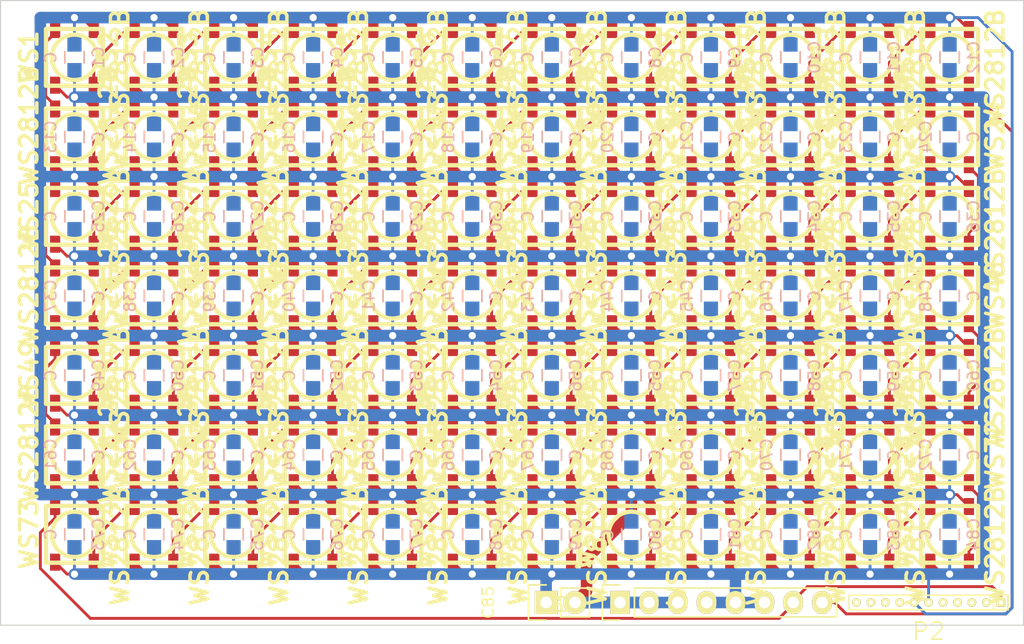
<source format=kicad_pcb>
(kicad_pcb (version 4) (host pcbnew "(2015-02-14 BZR 5415)-product")
  (layers (0 F.Cu signal) (31 B.Cu signal) (34 B.Paste user) (35 F.Paste user) (36 B.SilkS user) (37 F.SilkS user) (38 B.Mask user) (39 F.Mask user) (44 Edge.Cuts user))
  (net 0 "")
  (net 1 /VCC)
  (net 2 /GND)
  (net 3 /DIN)
  (net 4 /DOUT)
  (net 5 "Net-(WS1-Pad4)")
  (net 6 "Net-(WS1-Pad2)")
  (net 7 "Net-(WS2-Pad2)")
  (net 8 "Net-(WS3-Pad2)")
  (net 9 "Net-(WS4-Pad2)")
  (net 10 "Net-(WS5-Pad2)")
  (net 11 "Net-(WS6-Pad2)")
  (net 12 "Net-(WS7-Pad2)")
  (net 13 "Net-(WS8-Pad2)")
  (net 14 "Net-(WS10-Pad4)")
  (net 15 "Net-(WS10-Pad2)")
  (net 16 "Net-(WS11-Pad2)")
  (net 17 "Net-(WS13-Pad4)")
  (net 18 "Net-(WS14-Pad4)")
  (net 19 "Net-(WS15-Pad4)")
  (net 20 "Net-(WS16-Pad4)")
  (net 21 "Net-(WS17-Pad4)")
  (net 22 "Net-(WS18-Pad4)")
  (net 23 "Net-(WS19-Pad4)")
  (net 24 "Net-(WS20-Pad4)")
  (net 25 "Net-(WS21-Pad4)")
  (net 26 "Net-(WS22-Pad4)")
  (net 27 "Net-(WS23-Pad4)")
  (net 28 "Net-(WS24-Pad4)")
  (net 29 "Net-(WS25-Pad4)")
  (net 30 "Net-(WS25-Pad2)")
  (net 31 "Net-(WS26-Pad2)")
  (net 32 "Net-(WS27-Pad2)")
  (net 33 "Net-(WS28-Pad2)")
  (net 34 "Net-(WS29-Pad2)")
  (net 35 "Net-(WS30-Pad2)")
  (net 36 "Net-(WS31-Pad2)")
  (net 37 "Net-(WS32-Pad2)")
  (net 38 "Net-(WS33-Pad2)")
  (net 39 "Net-(WS34-Pad2)")
  (net 40 "Net-(WS35-Pad2)")
  (net 41 "Net-(WS37-Pad4)")
  (net 42 "Net-(WS38-Pad4)")
  (net 43 "Net-(WS39-Pad4)")
  (net 44 "Net-(WS40-Pad4)")
  (net 45 "Net-(WS41-Pad4)")
  (net 46 "Net-(WS42-Pad4)")
  (net 47 "Net-(WS43-Pad4)")
  (net 48 "Net-(WS44-Pad4)")
  (net 49 "Net-(WS45-Pad4)")
  (net 50 "Net-(WS46-Pad4)")
  (net 51 "Net-(WS47-Pad4)")
  (net 52 "Net-(WS48-Pad4)")
  (net 53 "Net-(WS49-Pad4)")
  (net 54 "Net-(WS49-Pad2)")
  (net 55 "Net-(WS50-Pad2)")
  (net 56 "Net-(WS51-Pad2)")
  (net 57 "Net-(WS52-Pad2)")
  (net 58 "Net-(WS53-Pad2)")
  (net 59 "Net-(WS54-Pad2)")
  (net 60 "Net-(WS55-Pad2)")
  (net 61 "Net-(WS56-Pad2)")
  (net 62 "Net-(WS57-Pad2)")
  (net 63 "Net-(WS58-Pad2)")
  (net 64 "Net-(WS59-Pad2)")
  (net 65 "Net-(WS61-Pad4)")
  (net 66 "Net-(WS62-Pad4)")
  (net 67 "Net-(WS63-Pad4)")
  (net 68 "Net-(WS64-Pad4)")
  (net 69 "Net-(WS65-Pad4)")
  (net 70 "Net-(WS66-Pad4)")
  (net 71 "Net-(WS67-Pad4)")
  (net 72 "Net-(WS68-Pad4)")
  (net 73 "Net-(WS69-Pad4)")
  (net 74 "Net-(WS70-Pad4)")
  (net 75 "Net-(WS71-Pad4)")
  (net 76 "Net-(WS72-Pad4)")
  (net 77 "Net-(WS73-Pad2)")
  (net 78 "Net-(WS74-Pad2)")
  (net 79 "Net-(WS75-Pad2)")
  (net 80 "Net-(WS76-Pad2)")
  (net 81 "Net-(WS77-Pad2)")
  (net 82 "Net-(WS78-Pad2)")
  (net 83 "Net-(WS79-Pad2)")
  (net 84 "Net-(WS80-Pad2)")
  (net 85 "Net-(WS81-Pad2)")
  (net 86 "Net-(WS82-Pad2)")
  (net 87 "Net-(WS83-Pad2)")
  (module Capacitors_SMD:C_0805_HandSoldering (layer B.Cu) (at 21.5 20 90)
    (fp_text reference C1 (at 0 2.1 90) (layer B.SilkS) (effects (justify mirror)))
    (fp_text value C (at 0 -2.1 90) (layer B.SilkS) (effects (justify mirror)))
    (pad 1 smd rect (at -1.25 0 90) (size 1.5 1.25) (layers B.Cu B.Paste B.Mask) (net 1 /VCC))
    (pad 2 smd rect (at 1.25 0 90) (size 1.5 1.25) (layers B.Cu B.Paste B.Mask) (net 2 /GND))
  )
  (module Capacitors_SMD:C_0805_HandSoldering (layer B.Cu) (at 28.5 20 90)
    (fp_text reference C2 (at 0 2.1 90) (layer B.SilkS) (effects (justify mirror)))
    (fp_text value C (at 0 -2.1 90) (layer B.SilkS) (effects (justify mirror)))
    (pad 1 smd rect (at -1.25 0 90) (size 1.5 1.25) (layers B.Cu B.Paste B.Mask) (net 1 /VCC))
    (pad 2 smd rect (at 1.25 0 90) (size 1.5 1.25) (layers B.Cu B.Paste B.Mask) (net 2 /GND))
  )
  (module Capacitors_SMD:C_0805_HandSoldering (layer B.Cu) (at 35.5 20 90)
    (fp_text reference C3 (at 0 2.1 90) (layer B.SilkS) (effects (justify mirror)))
    (fp_text value C (at 0 -2.1 90) (layer B.SilkS) (effects (justify mirror)))
    (pad 1 smd rect (at -1.25 0 90) (size 1.5 1.25) (layers B.Cu B.Paste B.Mask) (net 1 /VCC))
    (pad 2 smd rect (at 1.25 0 90) (size 1.5 1.25) (layers B.Cu B.Paste B.Mask) (net 2 /GND))
  )
  (module Capacitors_SMD:C_0805_HandSoldering (layer B.Cu) (at 42.5 20 90)
    (fp_text reference C4 (at 0 2.1 90) (layer B.SilkS) (effects (justify mirror)))
    (fp_text value C (at 0 -2.1 90) (layer B.SilkS) (effects (justify mirror)))
    (pad 1 smd rect (at -1.25 0 90) (size 1.5 1.25) (layers B.Cu B.Paste B.Mask) (net 1 /VCC))
    (pad 2 smd rect (at 1.25 0 90) (size 1.5 1.25) (layers B.Cu B.Paste B.Mask) (net 2 /GND))
  )
  (module Capacitors_SMD:C_0805_HandSoldering (layer B.Cu) (at 49.5 20 90)
    (fp_text reference C5 (at 0 2.1 90) (layer B.SilkS) (effects (justify mirror)))
    (fp_text value C (at 0 -2.1 90) (layer B.SilkS) (effects (justify mirror)))
    (pad 1 smd rect (at -1.25 0 90) (size 1.5 1.25) (layers B.Cu B.Paste B.Mask) (net 1 /VCC))
    (pad 2 smd rect (at 1.25 0 90) (size 1.5 1.25) (layers B.Cu B.Paste B.Mask) (net 2 /GND))
  )
  (module Capacitors_SMD:C_0805_HandSoldering (layer B.Cu) (at 56.5 20 90)
    (fp_text reference C6 (at 0 2.1 90) (layer B.SilkS) (effects (justify mirror)))
    (fp_text value C (at 0 -2.1 90) (layer B.SilkS) (effects (justify mirror)))
    (pad 1 smd rect (at -1.25 0 90) (size 1.5 1.25) (layers B.Cu B.Paste B.Mask) (net 1 /VCC))
    (pad 2 smd rect (at 1.25 0 90) (size 1.5 1.25) (layers B.Cu B.Paste B.Mask) (net 2 /GND))
  )
  (module Capacitors_SMD:C_0805_HandSoldering (layer B.Cu) (at 63.5 20 90)
    (fp_text reference C7 (at 0 2.1 90) (layer B.SilkS) (effects (justify mirror)))
    (fp_text value C (at 0 -2.1 90) (layer B.SilkS) (effects (justify mirror)))
    (pad 1 smd rect (at -1.25 0 90) (size 1.5 1.25) (layers B.Cu B.Paste B.Mask) (net 1 /VCC))
    (pad 2 smd rect (at 1.25 0 90) (size 1.5 1.25) (layers B.Cu B.Paste B.Mask) (net 2 /GND))
  )
  (module Capacitors_SMD:C_0805_HandSoldering (layer B.Cu) (at 70.5 20 90)
    (fp_text reference C8 (at 0 2.1 90) (layer B.SilkS) (effects (justify mirror)))
    (fp_text value C (at 0 -2.1 90) (layer B.SilkS) (effects (justify mirror)))
    (pad 1 smd rect (at -1.25 0 90) (size 1.5 1.25) (layers B.Cu B.Paste B.Mask) (net 1 /VCC))
    (pad 2 smd rect (at 1.25 0 90) (size 1.5 1.25) (layers B.Cu B.Paste B.Mask) (net 2 /GND))
  )
  (module Capacitors_SMD:C_0805_HandSoldering (layer B.Cu) (at 77.5 20 90)
    (fp_text reference C9 (at 0 2.1 90) (layer B.SilkS) (effects (justify mirror)))
    (fp_text value C (at 0 -2.1 90) (layer B.SilkS) (effects (justify mirror)))
    (pad 1 smd rect (at -1.25 0 90) (size 1.5 1.25) (layers B.Cu B.Paste B.Mask) (net 1 /VCC))
    (pad 2 smd rect (at 1.25 0 90) (size 1.5 1.25) (layers B.Cu B.Paste B.Mask) (net 2 /GND))
  )
  (module Capacitors_SMD:C_0805_HandSoldering (layer B.Cu) (at 84.5 20 90)
    (fp_text reference C10 (at 0 2.1 90) (layer B.SilkS) (effects (justify mirror)))
    (fp_text value C (at 0 -2.1 90) (layer B.SilkS) (effects (justify mirror)))
    (pad 1 smd rect (at -1.25 0 90) (size 1.5 1.25) (layers B.Cu B.Paste B.Mask) (net 1 /VCC))
    (pad 2 smd rect (at 1.25 0 90) (size 1.5 1.25) (layers B.Cu B.Paste B.Mask) (net 2 /GND))
  )
  (module Capacitors_SMD:C_0805_HandSoldering (layer B.Cu) (at 91.5 20 90)
    (fp_text reference C11 (at 0 2.1 90) (layer B.SilkS) (effects (justify mirror)))
    (fp_text value C (at 0 -2.1 90) (layer B.SilkS) (effects (justify mirror)))
    (pad 1 smd rect (at -1.25 0 90) (size 1.5 1.25) (layers B.Cu B.Paste B.Mask) (net 1 /VCC))
    (pad 2 smd rect (at 1.25 0 90) (size 1.5 1.25) (layers B.Cu B.Paste B.Mask) (net 2 /GND))
  )
  (module Capacitors_SMD:C_0805_HandSoldering (layer B.Cu) (at 98.5 20 90)
    (fp_text reference C12 (at 0 2.1 90) (layer B.SilkS) (effects (justify mirror)))
    (fp_text value C (at 0 -2.1 90) (layer B.SilkS) (effects (justify mirror)))
    (pad 1 smd rect (at -1.25 0 90) (size 1.5 1.25) (layers B.Cu B.Paste B.Mask) (net 1 /VCC))
    (pad 2 smd rect (at 1.25 0 90) (size 1.5 1.25) (layers B.Cu B.Paste B.Mask) (net 2 /GND))
  )
  (module Capacitors_SMD:C_0805_HandSoldering (layer B.Cu) (at 21.5 27 270)
    (fp_text reference C13 (at 0 2.1 270) (layer B.SilkS) (effects (justify mirror)))
    (fp_text value C (at 0 -2.1 270) (layer B.SilkS) (effects (justify mirror)))
    (pad 1 smd rect (at -1.25 0 270) (size 1.5 1.25) (layers B.Cu B.Paste B.Mask) (net 1 /VCC))
    (pad 2 smd rect (at 1.25 0 270) (size 1.5 1.25) (layers B.Cu B.Paste B.Mask) (net 2 /GND))
  )
  (module Capacitors_SMD:C_0805_HandSoldering (layer B.Cu) (at 28.5 27 270)
    (fp_text reference C14 (at 0 2.1 270) (layer B.SilkS) (effects (justify mirror)))
    (fp_text value C (at 0 -2.1 270) (layer B.SilkS) (effects (justify mirror)))
    (pad 1 smd rect (at -1.25 0 270) (size 1.5 1.25) (layers B.Cu B.Paste B.Mask) (net 1 /VCC))
    (pad 2 smd rect (at 1.25 0 270) (size 1.5 1.25) (layers B.Cu B.Paste B.Mask) (net 2 /GND))
  )
  (module Capacitors_SMD:C_0805_HandSoldering (layer B.Cu) (at 35.5 27 270)
    (fp_text reference C15 (at 0 2.1 270) (layer B.SilkS) (effects (justify mirror)))
    (fp_text value C (at 0 -2.1 270) (layer B.SilkS) (effects (justify mirror)))
    (pad 1 smd rect (at -1.25 0 270) (size 1.5 1.25) (layers B.Cu B.Paste B.Mask) (net 1 /VCC))
    (pad 2 smd rect (at 1.25 0 270) (size 1.5 1.25) (layers B.Cu B.Paste B.Mask) (net 2 /GND))
  )
  (module Capacitors_SMD:C_0805_HandSoldering (layer B.Cu) (at 42.5 27 270)
    (fp_text reference C16 (at 0 2.1 270) (layer B.SilkS) (effects (justify mirror)))
    (fp_text value C (at 0 -2.1 270) (layer B.SilkS) (effects (justify mirror)))
    (pad 1 smd rect (at -1.25 0 270) (size 1.5 1.25) (layers B.Cu B.Paste B.Mask) (net 1 /VCC))
    (pad 2 smd rect (at 1.25 0 270) (size 1.5 1.25) (layers B.Cu B.Paste B.Mask) (net 2 /GND))
  )
  (module Capacitors_SMD:C_0805_HandSoldering (layer B.Cu) (at 49.5 27 270)
    (fp_text reference C17 (at 0 2.1 270) (layer B.SilkS) (effects (justify mirror)))
    (fp_text value C (at 0 -2.1 270) (layer B.SilkS) (effects (justify mirror)))
    (pad 1 smd rect (at -1.25 0 270) (size 1.5 1.25) (layers B.Cu B.Paste B.Mask) (net 1 /VCC))
    (pad 2 smd rect (at 1.25 0 270) (size 1.5 1.25) (layers B.Cu B.Paste B.Mask) (net 2 /GND))
  )
  (module Capacitors_SMD:C_0805_HandSoldering (layer B.Cu) (at 56.5 27 270)
    (fp_text reference C18 (at 0 2.1 270) (layer B.SilkS) (effects (justify mirror)))
    (fp_text value C (at 0 -2.1 270) (layer B.SilkS) (effects (justify mirror)))
    (pad 1 smd rect (at -1.25 0 270) (size 1.5 1.25) (layers B.Cu B.Paste B.Mask) (net 1 /VCC))
    (pad 2 smd rect (at 1.25 0 270) (size 1.5 1.25) (layers B.Cu B.Paste B.Mask) (net 2 /GND))
  )
  (module Capacitors_SMD:C_0805_HandSoldering (layer B.Cu) (at 63.5 27 270)
    (fp_text reference C19 (at 0 2.1 270) (layer B.SilkS) (effects (justify mirror)))
    (fp_text value C (at 0 -2.1 270) (layer B.SilkS) (effects (justify mirror)))
    (pad 1 smd rect (at -1.25 0 270) (size 1.5 1.25) (layers B.Cu B.Paste B.Mask) (net 1 /VCC))
    (pad 2 smd rect (at 1.25 0 270) (size 1.5 1.25) (layers B.Cu B.Paste B.Mask) (net 2 /GND))
  )
  (module Capacitors_SMD:C_0805_HandSoldering (layer B.Cu) (at 70.5 27 270)
    (fp_text reference C20 (at 0 2.1 270) (layer B.SilkS) (effects (justify mirror)))
    (fp_text value C (at 0 -2.1 270) (layer B.SilkS) (effects (justify mirror)))
    (pad 1 smd rect (at -1.25 0 270) (size 1.5 1.25) (layers B.Cu B.Paste B.Mask) (net 1 /VCC))
    (pad 2 smd rect (at 1.25 0 270) (size 1.5 1.25) (layers B.Cu B.Paste B.Mask) (net 2 /GND))
  )
  (module Capacitors_SMD:C_0805_HandSoldering (layer B.Cu) (at 77.5 27 270)
    (fp_text reference C21 (at 0 2.1 270) (layer B.SilkS) (effects (justify mirror)))
    (fp_text value C (at 0 -2.1 270) (layer B.SilkS) (effects (justify mirror)))
    (pad 1 smd rect (at -1.25 0 270) (size 1.5 1.25) (layers B.Cu B.Paste B.Mask) (net 1 /VCC))
    (pad 2 smd rect (at 1.25 0 270) (size 1.5 1.25) (layers B.Cu B.Paste B.Mask) (net 2 /GND))
  )
  (module Capacitors_SMD:C_0805_HandSoldering (layer B.Cu) (at 84.5 27 270)
    (fp_text reference C22 (at 0 2.1 270) (layer B.SilkS) (effects (justify mirror)))
    (fp_text value C (at 0 -2.1 270) (layer B.SilkS) (effects (justify mirror)))
    (pad 1 smd rect (at -1.25 0 270) (size 1.5 1.25) (layers B.Cu B.Paste B.Mask) (net 1 /VCC))
    (pad 2 smd rect (at 1.25 0 270) (size 1.5 1.25) (layers B.Cu B.Paste B.Mask) (net 2 /GND))
  )
  (module Capacitors_SMD:C_0805_HandSoldering (layer B.Cu) (at 91.5 27 270)
    (fp_text reference C23 (at 0 2.1 270) (layer B.SilkS) (effects (justify mirror)))
    (fp_text value C (at 0 -2.1 270) (layer B.SilkS) (effects (justify mirror)))
    (pad 1 smd rect (at -1.25 0 270) (size 1.5 1.25) (layers B.Cu B.Paste B.Mask) (net 1 /VCC))
    (pad 2 smd rect (at 1.25 0 270) (size 1.5 1.25) (layers B.Cu B.Paste B.Mask) (net 2 /GND))
  )
  (module Capacitors_SMD:C_0805_HandSoldering (layer B.Cu) (at 98.5 27 270)
    (fp_text reference C24 (at 0 2.1 270) (layer B.SilkS) (effects (justify mirror)))
    (fp_text value C (at 0 -2.1 270) (layer B.SilkS) (effects (justify mirror)))
    (pad 1 smd rect (at -1.25 0 270) (size 1.5 1.25) (layers B.Cu B.Paste B.Mask) (net 1 /VCC))
    (pad 2 smd rect (at 1.25 0 270) (size 1.5 1.25) (layers B.Cu B.Paste B.Mask) (net 2 /GND))
  )
  (module Capacitors_SMD:C_0805_HandSoldering (layer B.Cu) (at 21.5 34 90)
    (fp_text reference C25 (at 0 2.1 90) (layer B.SilkS) (effects (justify mirror)))
    (fp_text value C (at 0 -2.1 90) (layer B.SilkS) (effects (justify mirror)))
    (pad 1 smd rect (at -1.25 0 90) (size 1.5 1.25) (layers B.Cu B.Paste B.Mask) (net 1 /VCC))
    (pad 2 smd rect (at 1.25 0 90) (size 1.5 1.25) (layers B.Cu B.Paste B.Mask) (net 2 /GND))
  )
  (module Capacitors_SMD:C_0805_HandSoldering (layer B.Cu) (at 28.5 34 90)
    (fp_text reference C26 (at 0 2.1 90) (layer B.SilkS) (effects (justify mirror)))
    (fp_text value C (at 0 -2.1 90) (layer B.SilkS) (effects (justify mirror)))
    (pad 1 smd rect (at -1.25 0 90) (size 1.5 1.25) (layers B.Cu B.Paste B.Mask) (net 1 /VCC))
    (pad 2 smd rect (at 1.25 0 90) (size 1.5 1.25) (layers B.Cu B.Paste B.Mask) (net 2 /GND))
  )
  (module Capacitors_SMD:C_0805_HandSoldering (layer B.Cu) (at 35.5 34 90)
    (fp_text reference C27 (at 0 2.1 90) (layer B.SilkS) (effects (justify mirror)))
    (fp_text value C (at 0 -2.1 90) (layer B.SilkS) (effects (justify mirror)))
    (pad 1 smd rect (at -1.25 0 90) (size 1.5 1.25) (layers B.Cu B.Paste B.Mask) (net 1 /VCC))
    (pad 2 smd rect (at 1.25 0 90) (size 1.5 1.25) (layers B.Cu B.Paste B.Mask) (net 2 /GND))
  )
  (module Capacitors_SMD:C_0805_HandSoldering (layer B.Cu) (at 42.5 34 90)
    (fp_text reference C28 (at 0 2.1 90) (layer B.SilkS) (effects (justify mirror)))
    (fp_text value C (at 0 -2.1 90) (layer B.SilkS) (effects (justify mirror)))
    (pad 1 smd rect (at -1.25 0 90) (size 1.5 1.25) (layers B.Cu B.Paste B.Mask) (net 1 /VCC))
    (pad 2 smd rect (at 1.25 0 90) (size 1.5 1.25) (layers B.Cu B.Paste B.Mask) (net 2 /GND))
  )
  (module Capacitors_SMD:C_0805_HandSoldering (layer B.Cu) (at 49.5 34 90)
    (fp_text reference C29 (at 0 2.1 90) (layer B.SilkS) (effects (justify mirror)))
    (fp_text value C (at 0 -2.1 90) (layer B.SilkS) (effects (justify mirror)))
    (pad 1 smd rect (at -1.25 0 90) (size 1.5 1.25) (layers B.Cu B.Paste B.Mask) (net 1 /VCC))
    (pad 2 smd rect (at 1.25 0 90) (size 1.5 1.25) (layers B.Cu B.Paste B.Mask) (net 2 /GND))
  )
  (module Capacitors_SMD:C_0805_HandSoldering (layer B.Cu) (at 56.5 34 90)
    (fp_text reference C30 (at 0 2.1 90) (layer B.SilkS) (effects (justify mirror)))
    (fp_text value C (at 0 -2.1 90) (layer B.SilkS) (effects (justify mirror)))
    (pad 1 smd rect (at -1.25 0 90) (size 1.5 1.25) (layers B.Cu B.Paste B.Mask) (net 1 /VCC))
    (pad 2 smd rect (at 1.25 0 90) (size 1.5 1.25) (layers B.Cu B.Paste B.Mask) (net 2 /GND))
  )
  (module Capacitors_SMD:C_0805_HandSoldering (layer B.Cu) (at 63.5 34 90)
    (fp_text reference C31 (at 0 2.1 90) (layer B.SilkS) (effects (justify mirror)))
    (fp_text value C (at 0 -2.1 90) (layer B.SilkS) (effects (justify mirror)))
    (pad 1 smd rect (at -1.25 0 90) (size 1.5 1.25) (layers B.Cu B.Paste B.Mask) (net 1 /VCC))
    (pad 2 smd rect (at 1.25 0 90) (size 1.5 1.25) (layers B.Cu B.Paste B.Mask) (net 2 /GND))
  )
  (module Capacitors_SMD:C_0805_HandSoldering (layer B.Cu) (at 70.5 34 90)
    (fp_text reference C32 (at 0 2.1 90) (layer B.SilkS) (effects (justify mirror)))
    (fp_text value C (at 0 -2.1 90) (layer B.SilkS) (effects (justify mirror)))
    (pad 1 smd rect (at -1.25 0 90) (size 1.5 1.25) (layers B.Cu B.Paste B.Mask) (net 1 /VCC))
    (pad 2 smd rect (at 1.25 0 90) (size 1.5 1.25) (layers B.Cu B.Paste B.Mask) (net 2 /GND))
  )
  (module Capacitors_SMD:C_0805_HandSoldering (layer B.Cu) (at 77.5 34 90)
    (fp_text reference C33 (at 0 2.1 90) (layer B.SilkS) (effects (justify mirror)))
    (fp_text value C (at 0 -2.1 90) (layer B.SilkS) (effects (justify mirror)))
    (pad 1 smd rect (at -1.25 0 90) (size 1.5 1.25) (layers B.Cu B.Paste B.Mask) (net 1 /VCC))
    (pad 2 smd rect (at 1.25 0 90) (size 1.5 1.25) (layers B.Cu B.Paste B.Mask) (net 2 /GND))
  )
  (module Capacitors_SMD:C_0805_HandSoldering (layer B.Cu) (at 84.5 34 90)
    (fp_text reference C34 (at 0 2.1 90) (layer B.SilkS) (effects (justify mirror)))
    (fp_text value C (at 0 -2.1 90) (layer B.SilkS) (effects (justify mirror)))
    (pad 1 smd rect (at -1.25 0 90) (size 1.5 1.25) (layers B.Cu B.Paste B.Mask) (net 1 /VCC))
    (pad 2 smd rect (at 1.25 0 90) (size 1.5 1.25) (layers B.Cu B.Paste B.Mask) (net 2 /GND))
  )
  (module Capacitors_SMD:C_0805_HandSoldering (layer B.Cu) (at 91.5 34 90)
    (fp_text reference C35 (at 0 2.1 90) (layer B.SilkS) (effects (justify mirror)))
    (fp_text value C (at 0 -2.1 90) (layer B.SilkS) (effects (justify mirror)))
    (pad 1 smd rect (at -1.25 0 90) (size 1.5 1.25) (layers B.Cu B.Paste B.Mask) (net 1 /VCC))
    (pad 2 smd rect (at 1.25 0 90) (size 1.5 1.25) (layers B.Cu B.Paste B.Mask) (net 2 /GND))
  )
  (module Capacitors_SMD:C_0805_HandSoldering (layer B.Cu) (at 98.5 34 90)
    (fp_text reference C36 (at 0 2.1 90) (layer B.SilkS) (effects (justify mirror)))
    (fp_text value C (at 0 -2.1 90) (layer B.SilkS) (effects (justify mirror)))
    (pad 1 smd rect (at -1.25 0 90) (size 1.5 1.25) (layers B.Cu B.Paste B.Mask) (net 1 /VCC))
    (pad 2 smd rect (at 1.25 0 90) (size 1.5 1.25) (layers B.Cu B.Paste B.Mask) (net 2 /GND))
  )
  (module Capacitors_SMD:C_0805_HandSoldering (layer B.Cu) (at 21.5 41 270)
    (fp_text reference C37 (at 0 2.1 270) (layer B.SilkS) (effects (justify mirror)))
    (fp_text value C (at 0 -2.1 270) (layer B.SilkS) (effects (justify mirror)))
    (pad 1 smd rect (at -1.25 0 270) (size 1.5 1.25) (layers B.Cu B.Paste B.Mask) (net 1 /VCC))
    (pad 2 smd rect (at 1.25 0 270) (size 1.5 1.25) (layers B.Cu B.Paste B.Mask) (net 2 /GND))
  )
  (module Capacitors_SMD:C_0805_HandSoldering (layer B.Cu) (at 28.5 41 270)
    (fp_text reference C38 (at 0 2.1 270) (layer B.SilkS) (effects (justify mirror)))
    (fp_text value C (at 0 -2.1 270) (layer B.SilkS) (effects (justify mirror)))
    (pad 1 smd rect (at -1.25 0 270) (size 1.5 1.25) (layers B.Cu B.Paste B.Mask) (net 1 /VCC))
    (pad 2 smd rect (at 1.25 0 270) (size 1.5 1.25) (layers B.Cu B.Paste B.Mask) (net 2 /GND))
  )
  (module Capacitors_SMD:C_0805_HandSoldering (layer B.Cu) (at 35.5 41 270)
    (fp_text reference C39 (at 0 2.1 270) (layer B.SilkS) (effects (justify mirror)))
    (fp_text value C (at 0 -2.1 270) (layer B.SilkS) (effects (justify mirror)))
    (pad 1 smd rect (at -1.25 0 270) (size 1.5 1.25) (layers B.Cu B.Paste B.Mask) (net 1 /VCC))
    (pad 2 smd rect (at 1.25 0 270) (size 1.5 1.25) (layers B.Cu B.Paste B.Mask) (net 2 /GND))
  )
  (module Capacitors_SMD:C_0805_HandSoldering (layer B.Cu) (at 42.5 41 270)
    (fp_text reference C40 (at 0 2.1 270) (layer B.SilkS) (effects (justify mirror)))
    (fp_text value C (at 0 -2.1 270) (layer B.SilkS) (effects (justify mirror)))
    (pad 1 smd rect (at -1.25 0 270) (size 1.5 1.25) (layers B.Cu B.Paste B.Mask) (net 1 /VCC))
    (pad 2 smd rect (at 1.25 0 270) (size 1.5 1.25) (layers B.Cu B.Paste B.Mask) (net 2 /GND))
  )
  (module Capacitors_SMD:C_0805_HandSoldering (layer B.Cu) (at 49.5 41 270)
    (fp_text reference C41 (at 0 2.1 270) (layer B.SilkS) (effects (justify mirror)))
    (fp_text value C (at 0 -2.1 270) (layer B.SilkS) (effects (justify mirror)))
    (pad 1 smd rect (at -1.25 0 270) (size 1.5 1.25) (layers B.Cu B.Paste B.Mask) (net 1 /VCC))
    (pad 2 smd rect (at 1.25 0 270) (size 1.5 1.25) (layers B.Cu B.Paste B.Mask) (net 2 /GND))
  )
  (module Capacitors_SMD:C_0805_HandSoldering (layer B.Cu) (at 56.5 41 270)
    (fp_text reference C42 (at 0 2.1 270) (layer B.SilkS) (effects (justify mirror)))
    (fp_text value C (at 0 -2.1 270) (layer B.SilkS) (effects (justify mirror)))
    (pad 1 smd rect (at -1.25 0 270) (size 1.5 1.25) (layers B.Cu B.Paste B.Mask) (net 1 /VCC))
    (pad 2 smd rect (at 1.25 0 270) (size 1.5 1.25) (layers B.Cu B.Paste B.Mask) (net 2 /GND))
  )
  (module Capacitors_SMD:C_0805_HandSoldering (layer B.Cu) (at 63.5 41 270)
    (fp_text reference C43 (at 0 2.1 270) (layer B.SilkS) (effects (justify mirror)))
    (fp_text value C (at 0 -2.1 270) (layer B.SilkS) (effects (justify mirror)))
    (pad 1 smd rect (at -1.25 0 270) (size 1.5 1.25) (layers B.Cu B.Paste B.Mask) (net 1 /VCC))
    (pad 2 smd rect (at 1.25 0 270) (size 1.5 1.25) (layers B.Cu B.Paste B.Mask) (net 2 /GND))
  )
  (module Capacitors_SMD:C_0805_HandSoldering (layer B.Cu) (at 70.5 41 270)
    (fp_text reference C44 (at 0 2.1 270) (layer B.SilkS) (effects (justify mirror)))
    (fp_text value C (at 0 -2.1 270) (layer B.SilkS) (effects (justify mirror)))
    (pad 1 smd rect (at -1.25 0 270) (size 1.5 1.25) (layers B.Cu B.Paste B.Mask) (net 1 /VCC))
    (pad 2 smd rect (at 1.25 0 270) (size 1.5 1.25) (layers B.Cu B.Paste B.Mask) (net 2 /GND))
  )
  (module Capacitors_SMD:C_0805_HandSoldering (layer B.Cu) (at 77.5 41 270)
    (fp_text reference C45 (at 0 2.1 270) (layer B.SilkS) (effects (justify mirror)))
    (fp_text value C (at 0 -2.1 270) (layer B.SilkS) (effects (justify mirror)))
    (pad 1 smd rect (at -1.25 0 270) (size 1.5 1.25) (layers B.Cu B.Paste B.Mask) (net 1 /VCC))
    (pad 2 smd rect (at 1.25 0 270) (size 1.5 1.25) (layers B.Cu B.Paste B.Mask) (net 2 /GND))
  )
  (module Capacitors_SMD:C_0805_HandSoldering (layer B.Cu) (at 84.5 41 270)
    (fp_text reference C46 (at 0 2.1 270) (layer B.SilkS) (effects (justify mirror)))
    (fp_text value C (at 0 -2.1 270) (layer B.SilkS) (effects (justify mirror)))
    (pad 1 smd rect (at -1.25 0 270) (size 1.5 1.25) (layers B.Cu B.Paste B.Mask) (net 1 /VCC))
    (pad 2 smd rect (at 1.25 0 270) (size 1.5 1.25) (layers B.Cu B.Paste B.Mask) (net 2 /GND))
  )
  (module Capacitors_SMD:C_0805_HandSoldering (layer B.Cu) (at 91.5 41 270)
    (fp_text reference C47 (at 0 2.1 270) (layer B.SilkS) (effects (justify mirror)))
    (fp_text value C (at 0 -2.1 270) (layer B.SilkS) (effects (justify mirror)))
    (pad 1 smd rect (at -1.25 0 270) (size 1.5 1.25) (layers B.Cu B.Paste B.Mask) (net 1 /VCC))
    (pad 2 smd rect (at 1.25 0 270) (size 1.5 1.25) (layers B.Cu B.Paste B.Mask) (net 2 /GND))
  )
  (module Capacitors_SMD:C_0805_HandSoldering (layer B.Cu) (at 98.5 41 270)
    (fp_text reference C48 (at 0 2.1 270) (layer B.SilkS) (effects (justify mirror)))
    (fp_text value C (at 0 -2.1 270) (layer B.SilkS) (effects (justify mirror)))
    (pad 1 smd rect (at -1.25 0 270) (size 1.5 1.25) (layers B.Cu B.Paste B.Mask) (net 1 /VCC))
    (pad 2 smd rect (at 1.25 0 270) (size 1.5 1.25) (layers B.Cu B.Paste B.Mask) (net 2 /GND))
  )
  (module Capacitors_SMD:C_0805_HandSoldering (layer B.Cu) (at 21.5 48 90)
    (fp_text reference C49 (at 0 2.1 90) (layer B.SilkS) (effects (justify mirror)))
    (fp_text value C (at 0 -2.1 90) (layer B.SilkS) (effects (justify mirror)))
    (pad 1 smd rect (at -1.25 0 90) (size 1.5 1.25) (layers B.Cu B.Paste B.Mask) (net 1 /VCC))
    (pad 2 smd rect (at 1.25 0 90) (size 1.5 1.25) (layers B.Cu B.Paste B.Mask) (net 2 /GND))
  )
  (module Capacitors_SMD:C_0805_HandSoldering (layer B.Cu) (at 28.5 48 90)
    (fp_text reference C50 (at 0 2.1 90) (layer B.SilkS) (effects (justify mirror)))
    (fp_text value C (at 0 -2.1 90) (layer B.SilkS) (effects (justify mirror)))
    (pad 1 smd rect (at -1.25 0 90) (size 1.5 1.25) (layers B.Cu B.Paste B.Mask) (net 1 /VCC))
    (pad 2 smd rect (at 1.25 0 90) (size 1.5 1.25) (layers B.Cu B.Paste B.Mask) (net 2 /GND))
  )
  (module Capacitors_SMD:C_0805_HandSoldering (layer B.Cu) (at 35.5 48 90)
    (fp_text reference C51 (at 0 2.1 90) (layer B.SilkS) (effects (justify mirror)))
    (fp_text value C (at 0 -2.1 90) (layer B.SilkS) (effects (justify mirror)))
    (pad 1 smd rect (at -1.25 0 90) (size 1.5 1.25) (layers B.Cu B.Paste B.Mask) (net 1 /VCC))
    (pad 2 smd rect (at 1.25 0 90) (size 1.5 1.25) (layers B.Cu B.Paste B.Mask) (net 2 /GND))
  )
  (module Capacitors_SMD:C_0805_HandSoldering (layer B.Cu) (at 42.5 48 90)
    (fp_text reference C52 (at 0 2.1 90) (layer B.SilkS) (effects (justify mirror)))
    (fp_text value C (at 0 -2.1 90) (layer B.SilkS) (effects (justify mirror)))
    (pad 1 smd rect (at -1.25 0 90) (size 1.5 1.25) (layers B.Cu B.Paste B.Mask) (net 1 /VCC))
    (pad 2 smd rect (at 1.25 0 90) (size 1.5 1.25) (layers B.Cu B.Paste B.Mask) (net 2 /GND))
  )
  (module Capacitors_SMD:C_0805_HandSoldering (layer B.Cu) (at 49.5 48 90)
    (fp_text reference C53 (at 0 2.1 90) (layer B.SilkS) (effects (justify mirror)))
    (fp_text value C (at 0 -2.1 90) (layer B.SilkS) (effects (justify mirror)))
    (pad 1 smd rect (at -1.25 0 90) (size 1.5 1.25) (layers B.Cu B.Paste B.Mask) (net 1 /VCC))
    (pad 2 smd rect (at 1.25 0 90) (size 1.5 1.25) (layers B.Cu B.Paste B.Mask) (net 2 /GND))
  )
  (module Capacitors_SMD:C_0805_HandSoldering (layer B.Cu) (at 56.5 48 90)
    (fp_text reference C54 (at 0 2.1 90) (layer B.SilkS) (effects (justify mirror)))
    (fp_text value C (at 0 -2.1 90) (layer B.SilkS) (effects (justify mirror)))
    (pad 1 smd rect (at -1.25 0 90) (size 1.5 1.25) (layers B.Cu B.Paste B.Mask) (net 1 /VCC))
    (pad 2 smd rect (at 1.25 0 90) (size 1.5 1.25) (layers B.Cu B.Paste B.Mask) (net 2 /GND))
  )
  (module Capacitors_SMD:C_0805_HandSoldering (layer B.Cu) (at 70.5 48 90)
    (fp_text reference C55 (at 0 2.1 90) (layer B.SilkS) (effects (justify mirror)))
    (fp_text value C (at 0 -2.1 90) (layer B.SilkS) (effects (justify mirror)))
    (pad 1 smd rect (at -1.25 0 90) (size 1.5 1.25) (layers B.Cu B.Paste B.Mask) (net 1 /VCC))
    (pad 2 smd rect (at 1.25 0 90) (size 1.5 1.25) (layers B.Cu B.Paste B.Mask) (net 2 /GND))
  )
  (module Capacitors_SMD:C_0805_HandSoldering (layer B.Cu) (at 63.5 48 90)
    (fp_text reference C56 (at 0 2.1 90) (layer B.SilkS) (effects (justify mirror)))
    (fp_text value C (at 0 -2.1 90) (layer B.SilkS) (effects (justify mirror)))
    (pad 1 smd rect (at -1.25 0 90) (size 1.5 1.25) (layers B.Cu B.Paste B.Mask) (net 1 /VCC))
    (pad 2 smd rect (at 1.25 0 90) (size 1.5 1.25) (layers B.Cu B.Paste B.Mask) (net 2 /GND))
  )
  (module Capacitors_SMD:C_0805_HandSoldering (layer B.Cu) (at 77.5 48 90)
    (fp_text reference C57 (at 0 2.1 90) (layer B.SilkS) (effects (justify mirror)))
    (fp_text value C (at 0 -2.1 90) (layer B.SilkS) (effects (justify mirror)))
    (pad 1 smd rect (at -1.25 0 90) (size 1.5 1.25) (layers B.Cu B.Paste B.Mask) (net 1 /VCC))
    (pad 2 smd rect (at 1.25 0 90) (size 1.5 1.25) (layers B.Cu B.Paste B.Mask) (net 2 /GND))
  )
  (module Capacitors_SMD:C_0805_HandSoldering (layer B.Cu) (at 84.5 48 90)
    (fp_text reference C58 (at 0 2.1 90) (layer B.SilkS) (effects (justify mirror)))
    (fp_text value C (at 0 -2.1 90) (layer B.SilkS) (effects (justify mirror)))
    (pad 1 smd rect (at -1.25 0 90) (size 1.5 1.25) (layers B.Cu B.Paste B.Mask) (net 1 /VCC))
    (pad 2 smd rect (at 1.25 0 90) (size 1.5 1.25) (layers B.Cu B.Paste B.Mask) (net 2 /GND))
  )
  (module Capacitors_SMD:C_0805_HandSoldering (layer B.Cu) (at 91.5 48 90)
    (fp_text reference C59 (at 0 2.1 90) (layer B.SilkS) (effects (justify mirror)))
    (fp_text value C (at 0 -2.1 90) (layer B.SilkS) (effects (justify mirror)))
    (pad 1 smd rect (at -1.25 0 90) (size 1.5 1.25) (layers B.Cu B.Paste B.Mask) (net 1 /VCC))
    (pad 2 smd rect (at 1.25 0 90) (size 1.5 1.25) (layers B.Cu B.Paste B.Mask) (net 2 /GND))
  )
  (module Capacitors_SMD:C_0805_HandSoldering (layer B.Cu) (at 98.5 48 90)
    (fp_text reference C60 (at 0 2.1 90) (layer B.SilkS) (effects (justify mirror)))
    (fp_text value C (at 0 -2.1 90) (layer B.SilkS) (effects (justify mirror)))
    (pad 1 smd rect (at -1.25 0 90) (size 1.5 1.25) (layers B.Cu B.Paste B.Mask) (net 1 /VCC))
    (pad 2 smd rect (at 1.25 0 90) (size 1.5 1.25) (layers B.Cu B.Paste B.Mask) (net 2 /GND))
  )
  (module Capacitors_SMD:C_0805_HandSoldering (layer B.Cu) (at 21.5 55 270)
    (fp_text reference C61 (at 0 2.1 270) (layer B.SilkS) (effects (justify mirror)))
    (fp_text value C (at 0 -2.1 270) (layer B.SilkS) (effects (justify mirror)))
    (pad 1 smd rect (at -1.25 0 270) (size 1.5 1.25) (layers B.Cu B.Paste B.Mask) (net 1 /VCC))
    (pad 2 smd rect (at 1.25 0 270) (size 1.5 1.25) (layers B.Cu B.Paste B.Mask) (net 2 /GND))
  )
  (module Capacitors_SMD:C_0805_HandSoldering (layer B.Cu) (at 28.5 55 270)
    (fp_text reference C62 (at 0 2.1 270) (layer B.SilkS) (effects (justify mirror)))
    (fp_text value C (at 0 -2.1 270) (layer B.SilkS) (effects (justify mirror)))
    (pad 1 smd rect (at -1.25 0 270) (size 1.5 1.25) (layers B.Cu B.Paste B.Mask) (net 1 /VCC))
    (pad 2 smd rect (at 1.25 0 270) (size 1.5 1.25) (layers B.Cu B.Paste B.Mask) (net 2 /GND))
  )
  (module Capacitors_SMD:C_0805_HandSoldering (layer B.Cu) (at 35.5 55 270)
    (fp_text reference C63 (at 0 2.1 270) (layer B.SilkS) (effects (justify mirror)))
    (fp_text value C (at 0 -2.1 270) (layer B.SilkS) (effects (justify mirror)))
    (pad 1 smd rect (at -1.25 0 270) (size 1.5 1.25) (layers B.Cu B.Paste B.Mask) (net 1 /VCC))
    (pad 2 smd rect (at 1.25 0 270) (size 1.5 1.25) (layers B.Cu B.Paste B.Mask) (net 2 /GND))
  )
  (module Capacitors_SMD:C_0805_HandSoldering (layer B.Cu) (at 42.5 55 270)
    (fp_text reference C64 (at 0 2.1 270) (layer B.SilkS) (effects (justify mirror)))
    (fp_text value C (at 0 -2.1 270) (layer B.SilkS) (effects (justify mirror)))
    (pad 1 smd rect (at -1.25 0 270) (size 1.5 1.25) (layers B.Cu B.Paste B.Mask) (net 1 /VCC))
    (pad 2 smd rect (at 1.25 0 270) (size 1.5 1.25) (layers B.Cu B.Paste B.Mask) (net 2 /GND))
  )
  (module Capacitors_SMD:C_0805_HandSoldering (layer B.Cu) (at 49.5 55 270)
    (fp_text reference C65 (at 0 2.1 270) (layer B.SilkS) (effects (justify mirror)))
    (fp_text value C (at 0 -2.1 270) (layer B.SilkS) (effects (justify mirror)))
    (pad 1 smd rect (at -1.25 0 270) (size 1.5 1.25) (layers B.Cu B.Paste B.Mask) (net 1 /VCC))
    (pad 2 smd rect (at 1.25 0 270) (size 1.5 1.25) (layers B.Cu B.Paste B.Mask) (net 2 /GND))
  )
  (module Capacitors_SMD:C_0805_HandSoldering (layer B.Cu) (at 56.5 55 270)
    (fp_text reference C66 (at 0 2.1 270) (layer B.SilkS) (effects (justify mirror)))
    (fp_text value C (at 0 -2.1 270) (layer B.SilkS) (effects (justify mirror)))
    (pad 1 smd rect (at -1.25 0 270) (size 1.5 1.25) (layers B.Cu B.Paste B.Mask) (net 1 /VCC))
    (pad 2 smd rect (at 1.25 0 270) (size 1.5 1.25) (layers B.Cu B.Paste B.Mask) (net 2 /GND))
  )
  (module Capacitors_SMD:C_0805_HandSoldering (layer B.Cu) (at 63.5 55 270)
    (fp_text reference C67 (at 0 2.1 270) (layer B.SilkS) (effects (justify mirror)))
    (fp_text value C (at 0 -2.1 270) (layer B.SilkS) (effects (justify mirror)))
    (pad 1 smd rect (at -1.25 0 270) (size 1.5 1.25) (layers B.Cu B.Paste B.Mask) (net 1 /VCC))
    (pad 2 smd rect (at 1.25 0 270) (size 1.5 1.25) (layers B.Cu B.Paste B.Mask) (net 2 /GND))
  )
  (module Capacitors_SMD:C_0805_HandSoldering (layer B.Cu) (at 70.5 55 270)
    (fp_text reference C68 (at 0 2.1 270) (layer B.SilkS) (effects (justify mirror)))
    (fp_text value C (at 0 -2.1 270) (layer B.SilkS) (effects (justify mirror)))
    (pad 1 smd rect (at -1.25 0 270) (size 1.5 1.25) (layers B.Cu B.Paste B.Mask) (net 1 /VCC))
    (pad 2 smd rect (at 1.25 0 270) (size 1.5 1.25) (layers B.Cu B.Paste B.Mask) (net 2 /GND))
  )
  (module Capacitors_SMD:C_0805_HandSoldering (layer B.Cu) (at 77.5 55 270)
    (fp_text reference C69 (at 0 2.1 270) (layer B.SilkS) (effects (justify mirror)))
    (fp_text value C (at 0 -2.1 270) (layer B.SilkS) (effects (justify mirror)))
    (pad 1 smd rect (at -1.25 0 270) (size 1.5 1.25) (layers B.Cu B.Paste B.Mask) (net 1 /VCC))
    (pad 2 smd rect (at 1.25 0 270) (size 1.5 1.25) (layers B.Cu B.Paste B.Mask) (net 2 /GND))
  )
  (module Capacitors_SMD:C_0805_HandSoldering (layer B.Cu) (at 84.5 55 270)
    (fp_text reference C70 (at 0 2.1 270) (layer B.SilkS) (effects (justify mirror)))
    (fp_text value C (at 0 -2.1 270) (layer B.SilkS) (effects (justify mirror)))
    (pad 1 smd rect (at -1.25 0 270) (size 1.5 1.25) (layers B.Cu B.Paste B.Mask) (net 1 /VCC))
    (pad 2 smd rect (at 1.25 0 270) (size 1.5 1.25) (layers B.Cu B.Paste B.Mask) (net 2 /GND))
  )
  (module Capacitors_SMD:C_0805_HandSoldering (layer B.Cu) (at 91.5 55 270)
    (fp_text reference C71 (at 0 2.1 270) (layer B.SilkS) (effects (justify mirror)))
    (fp_text value C (at 0 -2.1 270) (layer B.SilkS) (effects (justify mirror)))
    (pad 1 smd rect (at -1.25 0 270) (size 1.5 1.25) (layers B.Cu B.Paste B.Mask) (net 1 /VCC))
    (pad 2 smd rect (at 1.25 0 270) (size 1.5 1.25) (layers B.Cu B.Paste B.Mask) (net 2 /GND))
  )
  (module Capacitors_SMD:C_0805_HandSoldering (layer B.Cu) (at 98.5 55 270)
    (fp_text reference C72 (at 0 2.1 270) (layer B.SilkS) (effects (justify mirror)))
    (fp_text value C (at 0 -2.1 270) (layer B.SilkS) (effects (justify mirror)))
    (pad 1 smd rect (at -1.25 0 270) (size 1.5 1.25) (layers B.Cu B.Paste B.Mask) (net 1 /VCC))
    (pad 2 smd rect (at 1.25 0 270) (size 1.5 1.25) (layers B.Cu B.Paste B.Mask) (net 2 /GND))
  )
  (module Capacitors_SMD:C_0805_HandSoldering (layer B.Cu) (at 21.5 62 90)
    (fp_text reference C73 (at 0 2.1 90) (layer B.SilkS) (effects (justify mirror)))
    (fp_text value C (at 0 -2.1 90) (layer B.SilkS) (effects (justify mirror)))
    (pad 1 smd rect (at -1.25 0 90) (size 1.5 1.25) (layers B.Cu B.Paste B.Mask) (net 1 /VCC))
    (pad 2 smd rect (at 1.25 0 90) (size 1.5 1.25) (layers B.Cu B.Paste B.Mask) (net 2 /GND))
  )
  (module Capacitors_SMD:C_0805_HandSoldering (layer B.Cu) (at 28.5 62 90)
    (fp_text reference C74 (at 0 2.1 90) (layer B.SilkS) (effects (justify mirror)))
    (fp_text value C (at 0 -2.1 90) (layer B.SilkS) (effects (justify mirror)))
    (pad 1 smd rect (at -1.25 0 90) (size 1.5 1.25) (layers B.Cu B.Paste B.Mask) (net 1 /VCC))
    (pad 2 smd rect (at 1.25 0 90) (size 1.5 1.25) (layers B.Cu B.Paste B.Mask) (net 2 /GND))
  )
  (module Capacitors_SMD:C_0805_HandSoldering (layer B.Cu) (at 35.5 62 90)
    (fp_text reference C75 (at 0 2.1 90) (layer B.SilkS) (effects (justify mirror)))
    (fp_text value C (at 0 -2.1 90) (layer B.SilkS) (effects (justify mirror)))
    (pad 1 smd rect (at -1.25 0 90) (size 1.5 1.25) (layers B.Cu B.Paste B.Mask) (net 1 /VCC))
    (pad 2 smd rect (at 1.25 0 90) (size 1.5 1.25) (layers B.Cu B.Paste B.Mask) (net 2 /GND))
  )
  (module Capacitors_SMD:C_0805_HandSoldering (layer B.Cu) (at 42.5 62 90)
    (fp_text reference C76 (at 0 2.1 90) (layer B.SilkS) (effects (justify mirror)))
    (fp_text value C (at 0 -2.1 90) (layer B.SilkS) (effects (justify mirror)))
    (pad 1 smd rect (at -1.25 0 90) (size 1.5 1.25) (layers B.Cu B.Paste B.Mask) (net 1 /VCC))
    (pad 2 smd rect (at 1.25 0 90) (size 1.5 1.25) (layers B.Cu B.Paste B.Mask) (net 2 /GND))
  )
  (module Capacitors_SMD:C_0805_HandSoldering (layer B.Cu) (at 49.5 62 90)
    (fp_text reference C77 (at 0 2.1 90) (layer B.SilkS) (effects (justify mirror)))
    (fp_text value C (at 0 -2.1 90) (layer B.SilkS) (effects (justify mirror)))
    (pad 1 smd rect (at -1.25 0 90) (size 1.5 1.25) (layers B.Cu B.Paste B.Mask) (net 1 /VCC))
    (pad 2 smd rect (at 1.25 0 90) (size 1.5 1.25) (layers B.Cu B.Paste B.Mask) (net 2 /GND))
  )
  (module Capacitors_SMD:C_0805_HandSoldering (layer B.Cu) (at 56.5 62 90)
    (fp_text reference C78 (at 0 2.1 90) (layer B.SilkS) (effects (justify mirror)))
    (fp_text value C (at 0 -2.1 90) (layer B.SilkS) (effects (justify mirror)))
    (pad 1 smd rect (at -1.25 0 90) (size 1.5 1.25) (layers B.Cu B.Paste B.Mask) (net 1 /VCC))
    (pad 2 smd rect (at 1.25 0 90) (size 1.5 1.25) (layers B.Cu B.Paste B.Mask) (net 2 /GND))
  )
  (module Capacitors_SMD:C_0805_HandSoldering (layer B.Cu) (at 63.5 62 90)
    (fp_text reference C79 (at 0 2.1 90) (layer B.SilkS) (effects (justify mirror)))
    (fp_text value C (at 0 -2.1 90) (layer B.SilkS) (effects (justify mirror)))
    (pad 1 smd rect (at -1.25 0 90) (size 1.5 1.25) (layers B.Cu B.Paste B.Mask) (net 1 /VCC))
    (pad 2 smd rect (at 1.25 0 90) (size 1.5 1.25) (layers B.Cu B.Paste B.Mask) (net 2 /GND))
  )
  (module Capacitors_SMD:C_0805_HandSoldering (layer B.Cu) (at 70.5 62 90)
    (fp_text reference C80 (at 0 2.1 90) (layer B.SilkS) (effects (justify mirror)))
    (fp_text value C (at 0 -2.1 90) (layer B.SilkS) (effects (justify mirror)))
    (pad 1 smd rect (at -1.25 0 90) (size 1.5 1.25) (layers B.Cu B.Paste B.Mask) (net 1 /VCC))
    (pad 2 smd rect (at 1.25 0 90) (size 1.5 1.25) (layers B.Cu B.Paste B.Mask) (net 2 /GND))
  )
  (module Capacitors_SMD:C_0805_HandSoldering (layer B.Cu) (at 77.5 62 90)
    (fp_text reference C81 (at 0 2.1 90) (layer B.SilkS) (effects (justify mirror)))
    (fp_text value C (at 0 -2.1 90) (layer B.SilkS) (effects (justify mirror)))
    (pad 1 smd rect (at -1.25 0 90) (size 1.5 1.25) (layers B.Cu B.Paste B.Mask) (net 1 /VCC))
    (pad 2 smd rect (at 1.25 0 90) (size 1.5 1.25) (layers B.Cu B.Paste B.Mask) (net 2 /GND))
  )
  (module Capacitors_SMD:C_0805_HandSoldering (layer B.Cu) (at 84.5 62 90)
    (fp_text reference C82 (at 0 2.1 90) (layer B.SilkS) (effects (justify mirror)))
    (fp_text value C (at 0 -2.1 90) (layer B.SilkS) (effects (justify mirror)))
    (pad 1 smd rect (at -1.25 0 90) (size 1.5 1.25) (layers B.Cu B.Paste B.Mask) (net 1 /VCC))
    (pad 2 smd rect (at 1.25 0 90) (size 1.5 1.25) (layers B.Cu B.Paste B.Mask) (net 2 /GND))
  )
  (module Capacitors_SMD:C_0805_HandSoldering (layer B.Cu) (at 91.5 62 90)
    (fp_text reference C83 (at 0 2.1 90) (layer B.SilkS) (effects (justify mirror)))
    (fp_text value C (at 0 -2.1 90) (layer B.SilkS) (effects (justify mirror)))
    (pad 1 smd rect (at -1.25 0 90) (size 1.5 1.25) (layers B.Cu B.Paste B.Mask) (net 1 /VCC))
    (pad 2 smd rect (at 1.25 0 90) (size 1.5 1.25) (layers B.Cu B.Paste B.Mask) (net 2 /GND))
  )
  (module Capacitors_SMD:C_0805_HandSoldering (layer B.Cu) (at 98.5 62 90)
    (fp_text reference C84 (at 0 2.1 90) (layer B.SilkS) (effects (justify mirror)))
    (fp_text value C (at 0 -2.1 90) (layer B.SilkS) (effects (justify mirror)))
    (pad 1 smd rect (at -1.25 0 90) (size 1.5 1.25) (layers B.Cu B.Paste B.Mask) (net 1 /VCC))
    (pad 2 smd rect (at 1.25 0 90) (size 1.5 1.25) (layers B.Cu B.Paste B.Mask) (net 2 /GND))
  )
  (module Pin_Headers:Pin_Header_Straight_1x08 (layer F.Cu) (at 69.5 68 90)
    (fp_text reference P1 (at 0 -5.1 90) (layer F.SilkS))
    (fp_text value CONN_8 hide)
    (pad 1 thru_hole rect (at 0 0 90) (size 2.032 1.7272) (drill 1.016) (layers *.Cu *.Mask F.SilkS) (net 2 /GND))
    (pad 2 thru_hole oval (at 0 2.54 90) (size 2.032 1.7272) (drill 1.016) (layers *.Cu *.Mask F.SilkS) (net 2 /GND))
    (pad 3 thru_hole oval (at 0 5.08 90) (size 2.032 1.7272) (drill 1.016) (layers *.Cu *.Mask F.SilkS) (net 2 /GND))
    (pad 4 thru_hole oval (at 0 7.62 90) (size 2.032 1.7272) (drill 1.016) (layers *.Cu *.Mask F.SilkS) (net 1 /VCC))
    (pad 5 thru_hole oval (at 0 10.16 90) (size 2.032 1.7272) (drill 1.016) (layers *.Cu *.Mask F.SilkS) (net 1 /VCC))
    (pad 6 thru_hole oval (at 0 12.7 90) (size 2.032 1.7272) (drill 1.016) (layers *.Cu *.Mask F.SilkS) (net 1 /VCC))
    (pad 7 thru_hole oval (at 0 15.24 90) (size 2.032 1.7272) (drill 1.016) (layers *.Cu *.Mask F.SilkS) (net 3 /DIN))
    (pad 8 thru_hole oval (at 0 17.78 90) (size 2.032 1.7272) (drill 1.016) (layers *.Cu *.Mask F.SilkS) (net 4 /DOUT))
  )
  (module badge:WS2812B (layer F.Cu) (at 21.5 20 90)
    (fp_text reference WS1 (at 0 -4.0005 90) (layer F.SilkS) (effects (font (thickness 0.3048))))
    (fp_text value WS2812B (at -1.00076 4.0005 90) (layer F.SilkS) (effects (font (thickness 0.3048))))
    (pad 4 smd rect (at 2.4511 -1.69926 90) (size 1.50114 0.89916) (layers F.Cu F.Paste F.Mask) (net 5 "Net-(WS1-Pad4)"))
    (pad 3 smd rect (at 2.4511 1.69926 90) (size 1.50114 0.89916) (layers F.Cu F.Paste F.Mask) (net 2 /GND))
    (pad 2 smd rect (at -2.4511 1.69926 90) (size 1.50114 0.89916) (layers F.Cu F.Paste F.Mask) (net 6 "Net-(WS1-Pad2)"))
    (pad 1 smd rect (at -2.4511 -1.69926 90) (size 1.50114 0.89916) (layers F.Cu F.Paste F.Mask) (net 1 /VCC))
  )
  (module badge:WS2812B (layer F.Cu) (at 28.5 20 90)
    (fp_text reference WS2 (at 0 -4.0005 90) (layer F.SilkS) (effects (font (thickness 0.3048))))
    (fp_text value WS2812B (at -1.00076 4.0005 90) (layer F.SilkS) (effects (font (thickness 0.3048))))
    (pad 4 smd rect (at 2.4511 -1.69926 90) (size 1.50114 0.89916) (layers F.Cu F.Paste F.Mask) (net 6 "Net-(WS1-Pad2)"))
    (pad 3 smd rect (at 2.4511 1.69926 90) (size 1.50114 0.89916) (layers F.Cu F.Paste F.Mask) (net 2 /GND))
    (pad 2 smd rect (at -2.4511 1.69926 90) (size 1.50114 0.89916) (layers F.Cu F.Paste F.Mask) (net 7 "Net-(WS2-Pad2)"))
    (pad 1 smd rect (at -2.4511 -1.69926 90) (size 1.50114 0.89916) (layers F.Cu F.Paste F.Mask) (net 1 /VCC))
  )
  (module badge:WS2812B (layer F.Cu) (at 35.5 20 90)
    (fp_text reference WS3 (at 0 -4.0005 90) (layer F.SilkS) (effects (font (thickness 0.3048))))
    (fp_text value WS2812B (at -1.00076 4.0005 90) (layer F.SilkS) (effects (font (thickness 0.3048))))
    (pad 4 smd rect (at 2.4511 -1.69926 90) (size 1.50114 0.89916) (layers F.Cu F.Paste F.Mask) (net 7 "Net-(WS2-Pad2)"))
    (pad 3 smd rect (at 2.4511 1.69926 90) (size 1.50114 0.89916) (layers F.Cu F.Paste F.Mask) (net 2 /GND))
    (pad 2 smd rect (at -2.4511 1.69926 90) (size 1.50114 0.89916) (layers F.Cu F.Paste F.Mask) (net 8 "Net-(WS3-Pad2)"))
    (pad 1 smd rect (at -2.4511 -1.69926 90) (size 1.50114 0.89916) (layers F.Cu F.Paste F.Mask) (net 1 /VCC))
  )
  (module badge:WS2812B (layer F.Cu) (at 42.5 20 90)
    (fp_text reference WS4 (at 0 -4.0005 90) (layer F.SilkS) (effects (font (thickness 0.3048))))
    (fp_text value WS2812B (at -1.00076 4.0005 90) (layer F.SilkS) (effects (font (thickness 0.3048))))
    (pad 4 smd rect (at 2.4511 -1.69926 90) (size 1.50114 0.89916) (layers F.Cu F.Paste F.Mask) (net 8 "Net-(WS3-Pad2)"))
    (pad 3 smd rect (at 2.4511 1.69926 90) (size 1.50114 0.89916) (layers F.Cu F.Paste F.Mask) (net 2 /GND))
    (pad 2 smd rect (at -2.4511 1.69926 90) (size 1.50114 0.89916) (layers F.Cu F.Paste F.Mask) (net 9 "Net-(WS4-Pad2)"))
    (pad 1 smd rect (at -2.4511 -1.69926 90) (size 1.50114 0.89916) (layers F.Cu F.Paste F.Mask) (net 1 /VCC))
  )
  (module badge:WS2812B (layer F.Cu) (at 49.5 20 90)
    (fp_text reference WS5 (at 0 -4.0005 90) (layer F.SilkS) (effects (font (thickness 0.3048))))
    (fp_text value WS2812B (at -1.00076 4.0005 90) (layer F.SilkS) (effects (font (thickness 0.3048))))
    (pad 4 smd rect (at 2.4511 -1.69926 90) (size 1.50114 0.89916) (layers F.Cu F.Paste F.Mask) (net 9 "Net-(WS4-Pad2)"))
    (pad 3 smd rect (at 2.4511 1.69926 90) (size 1.50114 0.89916) (layers F.Cu F.Paste F.Mask) (net 2 /GND))
    (pad 2 smd rect (at -2.4511 1.69926 90) (size 1.50114 0.89916) (layers F.Cu F.Paste F.Mask) (net 10 "Net-(WS5-Pad2)"))
    (pad 1 smd rect (at -2.4511 -1.69926 90) (size 1.50114 0.89916) (layers F.Cu F.Paste F.Mask) (net 1 /VCC))
  )
  (module badge:WS2812B (layer F.Cu) (at 56.5 20 90)
    (fp_text reference WS6 (at 0 -4.0005 90) (layer F.SilkS) (effects (font (thickness 0.3048))))
    (fp_text value WS2812B (at -1.00076 4.0005 90) (layer F.SilkS) (effects (font (thickness 0.3048))))
    (pad 4 smd rect (at 2.4511 -1.69926 90) (size 1.50114 0.89916) (layers F.Cu F.Paste F.Mask) (net 10 "Net-(WS5-Pad2)"))
    (pad 3 smd rect (at 2.4511 1.69926 90) (size 1.50114 0.89916) (layers F.Cu F.Paste F.Mask) (net 2 /GND))
    (pad 2 smd rect (at -2.4511 1.69926 90) (size 1.50114 0.89916) (layers F.Cu F.Paste F.Mask) (net 11 "Net-(WS6-Pad2)"))
    (pad 1 smd rect (at -2.4511 -1.69926 90) (size 1.50114 0.89916) (layers F.Cu F.Paste F.Mask) (net 1 /VCC))
  )
  (module badge:WS2812B (layer F.Cu) (at 63.5 20 90)
    (fp_text reference WS7 (at 0 -4.0005 90) (layer F.SilkS) (effects (font (thickness 0.3048))))
    (fp_text value WS2812B (at -1.00076 4.0005 90) (layer F.SilkS) (effects (font (thickness 0.3048))))
    (pad 4 smd rect (at 2.4511 -1.69926 90) (size 1.50114 0.89916) (layers F.Cu F.Paste F.Mask) (net 11 "Net-(WS6-Pad2)"))
    (pad 3 smd rect (at 2.4511 1.69926 90) (size 1.50114 0.89916) (layers F.Cu F.Paste F.Mask) (net 2 /GND))
    (pad 2 smd rect (at -2.4511 1.69926 90) (size 1.50114 0.89916) (layers F.Cu F.Paste F.Mask) (net 12 "Net-(WS7-Pad2)"))
    (pad 1 smd rect (at -2.4511 -1.69926 90) (size 1.50114 0.89916) (layers F.Cu F.Paste F.Mask) (net 1 /VCC))
  )
  (module badge:WS2812B (layer F.Cu) (at 70.5 20 90)
    (fp_text reference WS8 (at 0 -4.0005 90) (layer F.SilkS) (effects (font (thickness 0.3048))))
    (fp_text value WS2812B (at -1.00076 4.0005 90) (layer F.SilkS) (effects (font (thickness 0.3048))))
    (pad 4 smd rect (at 2.4511 -1.69926 90) (size 1.50114 0.89916) (layers F.Cu F.Paste F.Mask) (net 12 "Net-(WS7-Pad2)"))
    (pad 3 smd rect (at 2.4511 1.69926 90) (size 1.50114 0.89916) (layers F.Cu F.Paste F.Mask) (net 2 /GND))
    (pad 2 smd rect (at -2.4511 1.69926 90) (size 1.50114 0.89916) (layers F.Cu F.Paste F.Mask) (net 13 "Net-(WS8-Pad2)"))
    (pad 1 smd rect (at -2.4511 -1.69926 90) (size 1.50114 0.89916) (layers F.Cu F.Paste F.Mask) (net 1 /VCC))
  )
  (module badge:WS2812B (layer F.Cu) (at 77.5 20 90)
    (fp_text reference WS9 (at 0 -4.0005 90) (layer F.SilkS) (effects (font (thickness 0.3048))))
    (fp_text value WS2812B (at -1.00076 4.0005 90) (layer F.SilkS) (effects (font (thickness 0.3048))))
    (pad 4 smd rect (at 2.4511 -1.69926 90) (size 1.50114 0.89916) (layers F.Cu F.Paste F.Mask) (net 13 "Net-(WS8-Pad2)"))
    (pad 3 smd rect (at 2.4511 1.69926 90) (size 1.50114 0.89916) (layers F.Cu F.Paste F.Mask) (net 2 /GND))
    (pad 2 smd rect (at -2.4511 1.69926 90) (size 1.50114 0.89916) (layers F.Cu F.Paste F.Mask) (net 14 "Net-(WS10-Pad4)"))
    (pad 1 smd rect (at -2.4511 -1.69926 90) (size 1.50114 0.89916) (layers F.Cu F.Paste F.Mask) (net 1 /VCC))
  )
  (module badge:WS2812B (layer F.Cu) (at 84.5 20 90)
    (fp_text reference WS10 (at 0 -4.0005 90) (layer F.SilkS) (effects (font (thickness 0.3048))))
    (fp_text value WS2812B (at -1.00076 4.0005 90) (layer F.SilkS) (effects (font (thickness 0.3048))))
    (pad 4 smd rect (at 2.4511 -1.69926 90) (size 1.50114 0.89916) (layers F.Cu F.Paste F.Mask) (net 14 "Net-(WS10-Pad4)"))
    (pad 3 smd rect (at 2.4511 1.69926 90) (size 1.50114 0.89916) (layers F.Cu F.Paste F.Mask) (net 2 /GND))
    (pad 2 smd rect (at -2.4511 1.69926 90) (size 1.50114 0.89916) (layers F.Cu F.Paste F.Mask) (net 15 "Net-(WS10-Pad2)"))
    (pad 1 smd rect (at -2.4511 -1.69926 90) (size 1.50114 0.89916) (layers F.Cu F.Paste F.Mask) (net 1 /VCC))
  )
  (module badge:WS2812B (layer F.Cu) (at 91.5 20 90)
    (fp_text reference WS11 (at 0 -4.0005 90) (layer F.SilkS) (effects (font (thickness 0.3048))))
    (fp_text value WS2812B (at -1.00076 4.0005 90) (layer F.SilkS) (effects (font (thickness 0.3048))))
    (pad 4 smd rect (at 2.4511 -1.69926 90) (size 1.50114 0.89916) (layers F.Cu F.Paste F.Mask) (net 15 "Net-(WS10-Pad2)"))
    (pad 3 smd rect (at 2.4511 1.69926 90) (size 1.50114 0.89916) (layers F.Cu F.Paste F.Mask) (net 2 /GND))
    (pad 2 smd rect (at -2.4511 1.69926 90) (size 1.50114 0.89916) (layers F.Cu F.Paste F.Mask) (net 16 "Net-(WS11-Pad2)"))
    (pad 1 smd rect (at -2.4511 -1.69926 90) (size 1.50114 0.89916) (layers F.Cu F.Paste F.Mask) (net 1 /VCC))
  )
  (module badge:WS2812B (layer F.Cu) (at 98.5 20 90)
    (fp_text reference WS12 (at 0 -4.0005 90) (layer F.SilkS) (effects (font (thickness 0.3048))))
    (fp_text value WS2812B (at -1.00076 4.0005 90) (layer F.SilkS) (effects (font (thickness 0.3048))))
    (pad 4 smd rect (at 2.4511 -1.69926 90) (size 1.50114 0.89916) (layers F.Cu F.Paste F.Mask) (net 16 "Net-(WS11-Pad2)"))
    (pad 3 smd rect (at 2.4511 1.69926 90) (size 1.50114 0.89916) (layers F.Cu F.Paste F.Mask) (net 2 /GND))
    (pad 2 smd rect (at -2.4511 1.69926 90) (size 1.50114 0.89916) (layers F.Cu F.Paste F.Mask) (net 4 /DOUT))
    (pad 1 smd rect (at -2.4511 -1.69926 90) (size 1.50114 0.89916) (layers F.Cu F.Paste F.Mask) (net 1 /VCC))
  )
  (module badge:WS2812B (layer F.Cu) (at 21.5 27 270)
    (fp_text reference WS13 (at 0 -4.0005 270) (layer F.SilkS) (effects (font (thickness 0.3048))))
    (fp_text value WS2812B (at -1.00076 4.0005 270) (layer F.SilkS) (effects (font (thickness 0.3048))))
    (pad 4 smd rect (at 2.4511 -1.69926 270) (size 1.50114 0.89916) (layers F.Cu F.Paste F.Mask) (net 17 "Net-(WS13-Pad4)"))
    (pad 3 smd rect (at 2.4511 1.69926 270) (size 1.50114 0.89916) (layers F.Cu F.Paste F.Mask) (net 2 /GND))
    (pad 2 smd rect (at -2.4511 1.69926 270) (size 1.50114 0.89916) (layers F.Cu F.Paste F.Mask) (net 5 "Net-(WS1-Pad4)"))
    (pad 1 smd rect (at -2.4511 -1.69926 270) (size 1.50114 0.89916) (layers F.Cu F.Paste F.Mask) (net 1 /VCC))
  )
  (module badge:WS2812B (layer F.Cu) (at 28.5 27 270)
    (fp_text reference WS14 (at 0 -4.0005 270) (layer F.SilkS) (effects (font (thickness 0.3048))))
    (fp_text value WS2812B (at -1.00076 4.0005 270) (layer F.SilkS) (effects (font (thickness 0.3048))))
    (pad 4 smd rect (at 2.4511 -1.69926 270) (size 1.50114 0.89916) (layers F.Cu F.Paste F.Mask) (net 18 "Net-(WS14-Pad4)"))
    (pad 3 smd rect (at 2.4511 1.69926 270) (size 1.50114 0.89916) (layers F.Cu F.Paste F.Mask) (net 2 /GND))
    (pad 2 smd rect (at -2.4511 1.69926 270) (size 1.50114 0.89916) (layers F.Cu F.Paste F.Mask) (net 17 "Net-(WS13-Pad4)"))
    (pad 1 smd rect (at -2.4511 -1.69926 270) (size 1.50114 0.89916) (layers F.Cu F.Paste F.Mask) (net 1 /VCC))
  )
  (module badge:WS2812B (layer F.Cu) (at 35.5 27 270)
    (fp_text reference WS15 (at 0 -4.0005 270) (layer F.SilkS) (effects (font (thickness 0.3048))))
    (fp_text value WS2812B (at -1.00076 4.0005 270) (layer F.SilkS) (effects (font (thickness 0.3048))))
    (pad 4 smd rect (at 2.4511 -1.69926 270) (size 1.50114 0.89916) (layers F.Cu F.Paste F.Mask) (net 19 "Net-(WS15-Pad4)"))
    (pad 3 smd rect (at 2.4511 1.69926 270) (size 1.50114 0.89916) (layers F.Cu F.Paste F.Mask) (net 2 /GND))
    (pad 2 smd rect (at -2.4511 1.69926 270) (size 1.50114 0.89916) (layers F.Cu F.Paste F.Mask) (net 18 "Net-(WS14-Pad4)"))
    (pad 1 smd rect (at -2.4511 -1.69926 270) (size 1.50114 0.89916) (layers F.Cu F.Paste F.Mask) (net 1 /VCC))
  )
  (module badge:WS2812B (layer F.Cu) (at 42.5 27 270)
    (fp_text reference WS16 (at 0 -4.0005 270) (layer F.SilkS) (effects (font (thickness 0.3048))))
    (fp_text value WS2812B (at -1.00076 4.0005 270) (layer F.SilkS) (effects (font (thickness 0.3048))))
    (pad 4 smd rect (at 2.4511 -1.69926 270) (size 1.50114 0.89916) (layers F.Cu F.Paste F.Mask) (net 20 "Net-(WS16-Pad4)"))
    (pad 3 smd rect (at 2.4511 1.69926 270) (size 1.50114 0.89916) (layers F.Cu F.Paste F.Mask) (net 2 /GND))
    (pad 2 smd rect (at -2.4511 1.69926 270) (size 1.50114 0.89916) (layers F.Cu F.Paste F.Mask) (net 19 "Net-(WS15-Pad4)"))
    (pad 1 smd rect (at -2.4511 -1.69926 270) (size 1.50114 0.89916) (layers F.Cu F.Paste F.Mask) (net 1 /VCC))
  )
  (module badge:WS2812B (layer F.Cu) (at 49.5 27 270)
    (fp_text reference WS17 (at 0 -4.0005 270) (layer F.SilkS) (effects (font (thickness 0.3048))))
    (fp_text value WS2812B (at -1.00076 4.0005 270) (layer F.SilkS) (effects (font (thickness 0.3048))))
    (pad 4 smd rect (at 2.4511 -1.69926 270) (size 1.50114 0.89916) (layers F.Cu F.Paste F.Mask) (net 21 "Net-(WS17-Pad4)"))
    (pad 3 smd rect (at 2.4511 1.69926 270) (size 1.50114 0.89916) (layers F.Cu F.Paste F.Mask) (net 2 /GND))
    (pad 2 smd rect (at -2.4511 1.69926 270) (size 1.50114 0.89916) (layers F.Cu F.Paste F.Mask) (net 20 "Net-(WS16-Pad4)"))
    (pad 1 smd rect (at -2.4511 -1.69926 270) (size 1.50114 0.89916) (layers F.Cu F.Paste F.Mask) (net 1 /VCC))
  )
  (module badge:WS2812B (layer F.Cu) (at 56.5 27 270)
    (fp_text reference WS18 (at 0 -4.0005 270) (layer F.SilkS) (effects (font (thickness 0.3048))))
    (fp_text value WS2812B (at -1.00076 4.0005 270) (layer F.SilkS) (effects (font (thickness 0.3048))))
    (pad 4 smd rect (at 2.4511 -1.69926 270) (size 1.50114 0.89916) (layers F.Cu F.Paste F.Mask) (net 22 "Net-(WS18-Pad4)"))
    (pad 3 smd rect (at 2.4511 1.69926 270) (size 1.50114 0.89916) (layers F.Cu F.Paste F.Mask) (net 2 /GND))
    (pad 2 smd rect (at -2.4511 1.69926 270) (size 1.50114 0.89916) (layers F.Cu F.Paste F.Mask) (net 21 "Net-(WS17-Pad4)"))
    (pad 1 smd rect (at -2.4511 -1.69926 270) (size 1.50114 0.89916) (layers F.Cu F.Paste F.Mask) (net 1 /VCC))
  )
  (module badge:WS2812B (layer F.Cu) (at 63.5 27 270)
    (fp_text reference WS19 (at 0 -4.0005 270) (layer F.SilkS) (effects (font (thickness 0.3048))))
    (fp_text value WS2812B (at -1.00076 4.0005 270) (layer F.SilkS) (effects (font (thickness 0.3048))))
    (pad 4 smd rect (at 2.4511 -1.69926 270) (size 1.50114 0.89916) (layers F.Cu F.Paste F.Mask) (net 23 "Net-(WS19-Pad4)"))
    (pad 3 smd rect (at 2.4511 1.69926 270) (size 1.50114 0.89916) (layers F.Cu F.Paste F.Mask) (net 2 /GND))
    (pad 2 smd rect (at -2.4511 1.69926 270) (size 1.50114 0.89916) (layers F.Cu F.Paste F.Mask) (net 22 "Net-(WS18-Pad4)"))
    (pad 1 smd rect (at -2.4511 -1.69926 270) (size 1.50114 0.89916) (layers F.Cu F.Paste F.Mask) (net 1 /VCC))
  )
  (module badge:WS2812B (layer F.Cu) (at 70.5 27 270)
    (fp_text reference WS20 (at 0 -4.0005 270) (layer F.SilkS) (effects (font (thickness 0.3048))))
    (fp_text value WS2812B (at -1.00076 4.0005 270) (layer F.SilkS) (effects (font (thickness 0.3048))))
    (pad 4 smd rect (at 2.4511 -1.69926 270) (size 1.50114 0.89916) (layers F.Cu F.Paste F.Mask) (net 24 "Net-(WS20-Pad4)"))
    (pad 3 smd rect (at 2.4511 1.69926 270) (size 1.50114 0.89916) (layers F.Cu F.Paste F.Mask) (net 2 /GND))
    (pad 2 smd rect (at -2.4511 1.69926 270) (size 1.50114 0.89916) (layers F.Cu F.Paste F.Mask) (net 23 "Net-(WS19-Pad4)"))
    (pad 1 smd rect (at -2.4511 -1.69926 270) (size 1.50114 0.89916) (layers F.Cu F.Paste F.Mask) (net 1 /VCC))
  )
  (module badge:WS2812B (layer F.Cu) (at 77.5 27 270)
    (fp_text reference WS21 (at 0 -4.0005 270) (layer F.SilkS) (effects (font (thickness 0.3048))))
    (fp_text value WS2812B (at -1.00076 4.0005 270) (layer F.SilkS) (effects (font (thickness 0.3048))))
    (pad 4 smd rect (at 2.4511 -1.69926 270) (size 1.50114 0.89916) (layers F.Cu F.Paste F.Mask) (net 25 "Net-(WS21-Pad4)"))
    (pad 3 smd rect (at 2.4511 1.69926 270) (size 1.50114 0.89916) (layers F.Cu F.Paste F.Mask) (net 2 /GND))
    (pad 2 smd rect (at -2.4511 1.69926 270) (size 1.50114 0.89916) (layers F.Cu F.Paste F.Mask) (net 24 "Net-(WS20-Pad4)"))
    (pad 1 smd rect (at -2.4511 -1.69926 270) (size 1.50114 0.89916) (layers F.Cu F.Paste F.Mask) (net 1 /VCC))
  )
  (module badge:WS2812B (layer F.Cu) (at 84.5 27 270)
    (fp_text reference WS22 (at 0 -4.0005 270) (layer F.SilkS) (effects (font (thickness 0.3048))))
    (fp_text value WS2812B (at -1.00076 4.0005 270) (layer F.SilkS) (effects (font (thickness 0.3048))))
    (pad 4 smd rect (at 2.4511 -1.69926 270) (size 1.50114 0.89916) (layers F.Cu F.Paste F.Mask) (net 26 "Net-(WS22-Pad4)"))
    (pad 3 smd rect (at 2.4511 1.69926 270) (size 1.50114 0.89916) (layers F.Cu F.Paste F.Mask) (net 2 /GND))
    (pad 2 smd rect (at -2.4511 1.69926 270) (size 1.50114 0.89916) (layers F.Cu F.Paste F.Mask) (net 25 "Net-(WS21-Pad4)"))
    (pad 1 smd rect (at -2.4511 -1.69926 270) (size 1.50114 0.89916) (layers F.Cu F.Paste F.Mask) (net 1 /VCC))
  )
  (module badge:WS2812B (layer F.Cu) (at 91.5 27 270)
    (fp_text reference WS23 (at 0 -4.0005 270) (layer F.SilkS) (effects (font (thickness 0.3048))))
    (fp_text value WS2812B (at -1.00076 4.0005 270) (layer F.SilkS) (effects (font (thickness 0.3048))))
    (pad 4 smd rect (at 2.4511 -1.69926 270) (size 1.50114 0.89916) (layers F.Cu F.Paste F.Mask) (net 27 "Net-(WS23-Pad4)"))
    (pad 3 smd rect (at 2.4511 1.69926 270) (size 1.50114 0.89916) (layers F.Cu F.Paste F.Mask) (net 2 /GND))
    (pad 2 smd rect (at -2.4511 1.69926 270) (size 1.50114 0.89916) (layers F.Cu F.Paste F.Mask) (net 26 "Net-(WS22-Pad4)"))
    (pad 1 smd rect (at -2.4511 -1.69926 270) (size 1.50114 0.89916) (layers F.Cu F.Paste F.Mask) (net 1 /VCC))
  )
  (module badge:WS2812B (layer F.Cu) (at 98.5 27 270)
    (fp_text reference WS24 (at 0 -4.0005 270) (layer F.SilkS) (effects (font (thickness 0.3048))))
    (fp_text value WS2812B (at -1.00076 4.0005 270) (layer F.SilkS) (effects (font (thickness 0.3048))))
    (pad 4 smd rect (at 2.4511 -1.69926 270) (size 1.50114 0.89916) (layers F.Cu F.Paste F.Mask) (net 28 "Net-(WS24-Pad4)"))
    (pad 3 smd rect (at 2.4511 1.69926 270) (size 1.50114 0.89916) (layers F.Cu F.Paste F.Mask) (net 2 /GND))
    (pad 2 smd rect (at -2.4511 1.69926 270) (size 1.50114 0.89916) (layers F.Cu F.Paste F.Mask) (net 27 "Net-(WS23-Pad4)"))
    (pad 1 smd rect (at -2.4511 -1.69926 270) (size 1.50114 0.89916) (layers F.Cu F.Paste F.Mask) (net 1 /VCC))
  )
  (module badge:WS2812B (layer F.Cu) (at 21.5 34 90)
    (fp_text reference WS25 (at 0 -4.0005 90) (layer F.SilkS) (effects (font (thickness 0.3048))))
    (fp_text value WS2812B (at -1.00076 4.0005 90) (layer F.SilkS) (effects (font (thickness 0.3048))))
    (pad 4 smd rect (at 2.4511 -1.69926 90) (size 1.50114 0.89916) (layers F.Cu F.Paste F.Mask) (net 29 "Net-(WS25-Pad4)"))
    (pad 3 smd rect (at 2.4511 1.69926 90) (size 1.50114 0.89916) (layers F.Cu F.Paste F.Mask) (net 2 /GND))
    (pad 2 smd rect (at -2.4511 1.69926 90) (size 1.50114 0.89916) (layers F.Cu F.Paste F.Mask) (net 30 "Net-(WS25-Pad2)"))
    (pad 1 smd rect (at -2.4511 -1.69926 90) (size 1.50114 0.89916) (layers F.Cu F.Paste F.Mask) (net 1 /VCC))
  )
  (module badge:WS2812B (layer F.Cu) (at 28.5 34 90)
    (fp_text reference WS26 (at 0 -4.0005 90) (layer F.SilkS) (effects (font (thickness 0.3048))))
    (fp_text value WS2812B (at -1.00076 4.0005 90) (layer F.SilkS) (effects (font (thickness 0.3048))))
    (pad 4 smd rect (at 2.4511 -1.69926 90) (size 1.50114 0.89916) (layers F.Cu F.Paste F.Mask) (net 30 "Net-(WS25-Pad2)"))
    (pad 3 smd rect (at 2.4511 1.69926 90) (size 1.50114 0.89916) (layers F.Cu F.Paste F.Mask) (net 2 /GND))
    (pad 2 smd rect (at -2.4511 1.69926 90) (size 1.50114 0.89916) (layers F.Cu F.Paste F.Mask) (net 31 "Net-(WS26-Pad2)"))
    (pad 1 smd rect (at -2.4511 -1.69926 90) (size 1.50114 0.89916) (layers F.Cu F.Paste F.Mask) (net 1 /VCC))
  )
  (module badge:WS2812B (layer F.Cu) (at 35.5 34 90)
    (fp_text reference WS27 (at 0 -4.0005 90) (layer F.SilkS) (effects (font (thickness 0.3048))))
    (fp_text value WS2812B (at -1.00076 4.0005 90) (layer F.SilkS) (effects (font (thickness 0.3048))))
    (pad 4 smd rect (at 2.4511 -1.69926 90) (size 1.50114 0.89916) (layers F.Cu F.Paste F.Mask) (net 31 "Net-(WS26-Pad2)"))
    (pad 3 smd rect (at 2.4511 1.69926 90) (size 1.50114 0.89916) (layers F.Cu F.Paste F.Mask) (net 2 /GND))
    (pad 2 smd rect (at -2.4511 1.69926 90) (size 1.50114 0.89916) (layers F.Cu F.Paste F.Mask) (net 32 "Net-(WS27-Pad2)"))
    (pad 1 smd rect (at -2.4511 -1.69926 90) (size 1.50114 0.89916) (layers F.Cu F.Paste F.Mask) (net 1 /VCC))
  )
  (module badge:WS2812B (layer F.Cu) (at 42.5 34 90)
    (fp_text reference WS28 (at 0 -4.0005 90) (layer F.SilkS) (effects (font (thickness 0.3048))))
    (fp_text value WS2812B (at -1.00076 4.0005 90) (layer F.SilkS) (effects (font (thickness 0.3048))))
    (pad 4 smd rect (at 2.4511 -1.69926 90) (size 1.50114 0.89916) (layers F.Cu F.Paste F.Mask) (net 32 "Net-(WS27-Pad2)"))
    (pad 3 smd rect (at 2.4511 1.69926 90) (size 1.50114 0.89916) (layers F.Cu F.Paste F.Mask) (net 2 /GND))
    (pad 2 smd rect (at -2.4511 1.69926 90) (size 1.50114 0.89916) (layers F.Cu F.Paste F.Mask) (net 33 "Net-(WS28-Pad2)"))
    (pad 1 smd rect (at -2.4511 -1.69926 90) (size 1.50114 0.89916) (layers F.Cu F.Paste F.Mask) (net 1 /VCC))
  )
  (module badge:WS2812B (layer F.Cu) (at 49.5 34 90)
    (fp_text reference WS29 (at 0 -4.0005 90) (layer F.SilkS) (effects (font (thickness 0.3048))))
    (fp_text value WS2812B (at -1.00076 4.0005 90) (layer F.SilkS) (effects (font (thickness 0.3048))))
    (pad 4 smd rect (at 2.4511 -1.69926 90) (size 1.50114 0.89916) (layers F.Cu F.Paste F.Mask) (net 33 "Net-(WS28-Pad2)"))
    (pad 3 smd rect (at 2.4511 1.69926 90) (size 1.50114 0.89916) (layers F.Cu F.Paste F.Mask) (net 2 /GND))
    (pad 2 smd rect (at -2.4511 1.69926 90) (size 1.50114 0.89916) (layers F.Cu F.Paste F.Mask) (net 34 "Net-(WS29-Pad2)"))
    (pad 1 smd rect (at -2.4511 -1.69926 90) (size 1.50114 0.89916) (layers F.Cu F.Paste F.Mask) (net 1 /VCC))
  )
  (module badge:WS2812B (layer F.Cu) (at 56.5 34 90)
    (fp_text reference WS30 (at 0 -4.0005 90) (layer F.SilkS) (effects (font (thickness 0.3048))))
    (fp_text value WS2812B (at -1.00076 4.0005 90) (layer F.SilkS) (effects (font (thickness 0.3048))))
    (pad 4 smd rect (at 2.4511 -1.69926 90) (size 1.50114 0.89916) (layers F.Cu F.Paste F.Mask) (net 34 "Net-(WS29-Pad2)"))
    (pad 3 smd rect (at 2.4511 1.69926 90) (size 1.50114 0.89916) (layers F.Cu F.Paste F.Mask) (net 2 /GND))
    (pad 2 smd rect (at -2.4511 1.69926 90) (size 1.50114 0.89916) (layers F.Cu F.Paste F.Mask) (net 35 "Net-(WS30-Pad2)"))
    (pad 1 smd rect (at -2.4511 -1.69926 90) (size 1.50114 0.89916) (layers F.Cu F.Paste F.Mask) (net 1 /VCC))
  )
  (module badge:WS2812B (layer F.Cu) (at 63.5 34 90)
    (fp_text reference WS31 (at 0 -4.0005 90) (layer F.SilkS) (effects (font (thickness 0.3048))))
    (fp_text value WS2812B (at -1.00076 4.0005 90) (layer F.SilkS) (effects (font (thickness 0.3048))))
    (pad 4 smd rect (at 2.4511 -1.69926 90) (size 1.50114 0.89916) (layers F.Cu F.Paste F.Mask) (net 35 "Net-(WS30-Pad2)"))
    (pad 3 smd rect (at 2.4511 1.69926 90) (size 1.50114 0.89916) (layers F.Cu F.Paste F.Mask) (net 2 /GND))
    (pad 2 smd rect (at -2.4511 1.69926 90) (size 1.50114 0.89916) (layers F.Cu F.Paste F.Mask) (net 36 "Net-(WS31-Pad2)"))
    (pad 1 smd rect (at -2.4511 -1.69926 90) (size 1.50114 0.89916) (layers F.Cu F.Paste F.Mask) (net 1 /VCC))
  )
  (module badge:WS2812B (layer F.Cu) (at 70.5 34 90)
    (fp_text reference WS32 (at 0 -4.0005 90) (layer F.SilkS) (effects (font (thickness 0.3048))))
    (fp_text value WS2812B (at -1.00076 4.0005 90) (layer F.SilkS) (effects (font (thickness 0.3048))))
    (pad 4 smd rect (at 2.4511 -1.69926 90) (size 1.50114 0.89916) (layers F.Cu F.Paste F.Mask) (net 36 "Net-(WS31-Pad2)"))
    (pad 3 smd rect (at 2.4511 1.69926 90) (size 1.50114 0.89916) (layers F.Cu F.Paste F.Mask) (net 2 /GND))
    (pad 2 smd rect (at -2.4511 1.69926 90) (size 1.50114 0.89916) (layers F.Cu F.Paste F.Mask) (net 37 "Net-(WS32-Pad2)"))
    (pad 1 smd rect (at -2.4511 -1.69926 90) (size 1.50114 0.89916) (layers F.Cu F.Paste F.Mask) (net 1 /VCC))
  )
  (module badge:WS2812B (layer F.Cu) (at 77.5 34 90)
    (fp_text reference WS33 (at 0 -4.0005 90) (layer F.SilkS) (effects (font (thickness 0.3048))))
    (fp_text value WS2812B (at -1.00076 4.0005 90) (layer F.SilkS) (effects (font (thickness 0.3048))))
    (pad 4 smd rect (at 2.4511 -1.69926 90) (size 1.50114 0.89916) (layers F.Cu F.Paste F.Mask) (net 37 "Net-(WS32-Pad2)"))
    (pad 3 smd rect (at 2.4511 1.69926 90) (size 1.50114 0.89916) (layers F.Cu F.Paste F.Mask) (net 2 /GND))
    (pad 2 smd rect (at -2.4511 1.69926 90) (size 1.50114 0.89916) (layers F.Cu F.Paste F.Mask) (net 38 "Net-(WS33-Pad2)"))
    (pad 1 smd rect (at -2.4511 -1.69926 90) (size 1.50114 0.89916) (layers F.Cu F.Paste F.Mask) (net 1 /VCC))
  )
  (module badge:WS2812B (layer F.Cu) (at 84.5 34 90)
    (fp_text reference WS34 (at 0 -4.0005 90) (layer F.SilkS) (effects (font (thickness 0.3048))))
    (fp_text value WS2812B (at -1.00076 4.0005 90) (layer F.SilkS) (effects (font (thickness 0.3048))))
    (pad 4 smd rect (at 2.4511 -1.69926 90) (size 1.50114 0.89916) (layers F.Cu F.Paste F.Mask) (net 38 "Net-(WS33-Pad2)"))
    (pad 3 smd rect (at 2.4511 1.69926 90) (size 1.50114 0.89916) (layers F.Cu F.Paste F.Mask) (net 2 /GND))
    (pad 2 smd rect (at -2.4511 1.69926 90) (size 1.50114 0.89916) (layers F.Cu F.Paste F.Mask) (net 39 "Net-(WS34-Pad2)"))
    (pad 1 smd rect (at -2.4511 -1.69926 90) (size 1.50114 0.89916) (layers F.Cu F.Paste F.Mask) (net 1 /VCC))
  )
  (module badge:WS2812B (layer F.Cu) (at 91.5 34 90)
    (fp_text reference WS35 (at 0 -4.0005 90) (layer F.SilkS) (effects (font (thickness 0.3048))))
    (fp_text value WS2812B (at -1.00076 4.0005 90) (layer F.SilkS) (effects (font (thickness 0.3048))))
    (pad 4 smd rect (at 2.4511 -1.69926 90) (size 1.50114 0.89916) (layers F.Cu F.Paste F.Mask) (net 39 "Net-(WS34-Pad2)"))
    (pad 3 smd rect (at 2.4511 1.69926 90) (size 1.50114 0.89916) (layers F.Cu F.Paste F.Mask) (net 2 /GND))
    (pad 2 smd rect (at -2.4511 1.69926 90) (size 1.50114 0.89916) (layers F.Cu F.Paste F.Mask) (net 40 "Net-(WS35-Pad2)"))
    (pad 1 smd rect (at -2.4511 -1.69926 90) (size 1.50114 0.89916) (layers F.Cu F.Paste F.Mask) (net 1 /VCC))
  )
  (module badge:WS2812B (layer F.Cu) (at 98.5 34 90)
    (fp_text reference WS36 (at 0 -4.0005 90) (layer F.SilkS) (effects (font (thickness 0.3048))))
    (fp_text value WS2812B (at -1.00076 4.0005 90) (layer F.SilkS) (effects (font (thickness 0.3048))))
    (pad 4 smd rect (at 2.4511 -1.69926 90) (size 1.50114 0.89916) (layers F.Cu F.Paste F.Mask) (net 40 "Net-(WS35-Pad2)"))
    (pad 3 smd rect (at 2.4511 1.69926 90) (size 1.50114 0.89916) (layers F.Cu F.Paste F.Mask) (net 2 /GND))
    (pad 2 smd rect (at -2.4511 1.69926 90) (size 1.50114 0.89916) (layers F.Cu F.Paste F.Mask) (net 28 "Net-(WS24-Pad4)"))
    (pad 1 smd rect (at -2.4511 -1.69926 90) (size 1.50114 0.89916) (layers F.Cu F.Paste F.Mask) (net 1 /VCC))
  )
  (module badge:WS2812B (layer F.Cu) (at 21.5 41 270)
    (fp_text reference WS37 (at 0 -4.0005 270) (layer F.SilkS) (effects (font (thickness 0.3048))))
    (fp_text value WS2812B (at -1.00076 4.0005 270) (layer F.SilkS) (effects (font (thickness 0.3048))))
    (pad 4 smd rect (at 2.4511 -1.69926 270) (size 1.50114 0.89916) (layers F.Cu F.Paste F.Mask) (net 41 "Net-(WS37-Pad4)"))
    (pad 3 smd rect (at 2.4511 1.69926 270) (size 1.50114 0.89916) (layers F.Cu F.Paste F.Mask) (net 2 /GND))
    (pad 2 smd rect (at -2.4511 1.69926 270) (size 1.50114 0.89916) (layers F.Cu F.Paste F.Mask) (net 29 "Net-(WS25-Pad4)"))
    (pad 1 smd rect (at -2.4511 -1.69926 270) (size 1.50114 0.89916) (layers F.Cu F.Paste F.Mask) (net 1 /VCC))
  )
  (module badge:WS2812B (layer F.Cu) (at 28.5 41 270)
    (fp_text reference WS38 (at 0 -4.0005 270) (layer F.SilkS) (effects (font (thickness 0.3048))))
    (fp_text value WS2812B (at -1.00076 4.0005 270) (layer F.SilkS) (effects (font (thickness 0.3048))))
    (pad 4 smd rect (at 2.4511 -1.69926 270) (size 1.50114 0.89916) (layers F.Cu F.Paste F.Mask) (net 42 "Net-(WS38-Pad4)"))
    (pad 3 smd rect (at 2.4511 1.69926 270) (size 1.50114 0.89916) (layers F.Cu F.Paste F.Mask) (net 2 /GND))
    (pad 2 smd rect (at -2.4511 1.69926 270) (size 1.50114 0.89916) (layers F.Cu F.Paste F.Mask) (net 41 "Net-(WS37-Pad4)"))
    (pad 1 smd rect (at -2.4511 -1.69926 270) (size 1.50114 0.89916) (layers F.Cu F.Paste F.Mask) (net 1 /VCC))
  )
  (module badge:WS2812B (layer F.Cu) (at 35.5 41 270)
    (fp_text reference WS39 (at 0 -4.0005 270) (layer F.SilkS) (effects (font (thickness 0.3048))))
    (fp_text value WS2812B (at -1.00076 4.0005 270) (layer F.SilkS) (effects (font (thickness 0.3048))))
    (pad 4 smd rect (at 2.4511 -1.69926 270) (size 1.50114 0.89916) (layers F.Cu F.Paste F.Mask) (net 43 "Net-(WS39-Pad4)"))
    (pad 3 smd rect (at 2.4511 1.69926 270) (size 1.50114 0.89916) (layers F.Cu F.Paste F.Mask) (net 2 /GND))
    (pad 2 smd rect (at -2.4511 1.69926 270) (size 1.50114 0.89916) (layers F.Cu F.Paste F.Mask) (net 42 "Net-(WS38-Pad4)"))
    (pad 1 smd rect (at -2.4511 -1.69926 270) (size 1.50114 0.89916) (layers F.Cu F.Paste F.Mask) (net 1 /VCC))
  )
  (module badge:WS2812B (layer F.Cu) (at 42.5 41 270)
    (fp_text reference WS40 (at 0 -4.0005 270) (layer F.SilkS) (effects (font (thickness 0.3048))))
    (fp_text value WS2812B (at -1.00076 4.0005 270) (layer F.SilkS) (effects (font (thickness 0.3048))))
    (pad 4 smd rect (at 2.4511 -1.69926 270) (size 1.50114 0.89916) (layers F.Cu F.Paste F.Mask) (net 44 "Net-(WS40-Pad4)"))
    (pad 3 smd rect (at 2.4511 1.69926 270) (size 1.50114 0.89916) (layers F.Cu F.Paste F.Mask) (net 2 /GND))
    (pad 2 smd rect (at -2.4511 1.69926 270) (size 1.50114 0.89916) (layers F.Cu F.Paste F.Mask) (net 43 "Net-(WS39-Pad4)"))
    (pad 1 smd rect (at -2.4511 -1.69926 270) (size 1.50114 0.89916) (layers F.Cu F.Paste F.Mask) (net 1 /VCC))
  )
  (module badge:WS2812B (layer F.Cu) (at 49.5 41 270)
    (fp_text reference WS41 (at 0 -4.0005 270) (layer F.SilkS) (effects (font (thickness 0.3048))))
    (fp_text value WS2812B (at -1.00076 4.0005 270) (layer F.SilkS) (effects (font (thickness 0.3048))))
    (pad 4 smd rect (at 2.4511 -1.69926 270) (size 1.50114 0.89916) (layers F.Cu F.Paste F.Mask) (net 45 "Net-(WS41-Pad4)"))
    (pad 3 smd rect (at 2.4511 1.69926 270) (size 1.50114 0.89916) (layers F.Cu F.Paste F.Mask) (net 2 /GND))
    (pad 2 smd rect (at -2.4511 1.69926 270) (size 1.50114 0.89916) (layers F.Cu F.Paste F.Mask) (net 44 "Net-(WS40-Pad4)"))
    (pad 1 smd rect (at -2.4511 -1.69926 270) (size 1.50114 0.89916) (layers F.Cu F.Paste F.Mask) (net 1 /VCC))
  )
  (module badge:WS2812B (layer F.Cu) (at 56.5 41 270)
    (fp_text reference WS42 (at 0 -4.0005 270) (layer F.SilkS) (effects (font (thickness 0.3048))))
    (fp_text value WS2812B (at -1.00076 4.0005 270) (layer F.SilkS) (effects (font (thickness 0.3048))))
    (pad 4 smd rect (at 2.4511 -1.69926 270) (size 1.50114 0.89916) (layers F.Cu F.Paste F.Mask) (net 46 "Net-(WS42-Pad4)"))
    (pad 3 smd rect (at 2.4511 1.69926 270) (size 1.50114 0.89916) (layers F.Cu F.Paste F.Mask) (net 2 /GND))
    (pad 2 smd rect (at -2.4511 1.69926 270) (size 1.50114 0.89916) (layers F.Cu F.Paste F.Mask) (net 45 "Net-(WS41-Pad4)"))
    (pad 1 smd rect (at -2.4511 -1.69926 270) (size 1.50114 0.89916) (layers F.Cu F.Paste F.Mask) (net 1 /VCC))
  )
  (module badge:WS2812B (layer F.Cu) (at 63.5 41 270)
    (fp_text reference WS43 (at 0 -4.0005 270) (layer F.SilkS) (effects (font (thickness 0.3048))))
    (fp_text value WS2812B (at -1.00076 4.0005 270) (layer F.SilkS) (effects (font (thickness 0.3048))))
    (pad 4 smd rect (at 2.4511 -1.69926 270) (size 1.50114 0.89916) (layers F.Cu F.Paste F.Mask) (net 47 "Net-(WS43-Pad4)"))
    (pad 3 smd rect (at 2.4511 1.69926 270) (size 1.50114 0.89916) (layers F.Cu F.Paste F.Mask) (net 2 /GND))
    (pad 2 smd rect (at -2.4511 1.69926 270) (size 1.50114 0.89916) (layers F.Cu F.Paste F.Mask) (net 46 "Net-(WS42-Pad4)"))
    (pad 1 smd rect (at -2.4511 -1.69926 270) (size 1.50114 0.89916) (layers F.Cu F.Paste F.Mask) (net 1 /VCC))
  )
  (module badge:WS2812B (layer F.Cu) (at 70.5 41 270)
    (fp_text reference WS44 (at 0 -4.0005 270) (layer F.SilkS) (effects (font (thickness 0.3048))))
    (fp_text value WS2812B (at -1.00076 4.0005 270) (layer F.SilkS) (effects (font (thickness 0.3048))))
    (pad 4 smd rect (at 2.4511 -1.69926 270) (size 1.50114 0.89916) (layers F.Cu F.Paste F.Mask) (net 48 "Net-(WS44-Pad4)"))
    (pad 3 smd rect (at 2.4511 1.69926 270) (size 1.50114 0.89916) (layers F.Cu F.Paste F.Mask) (net 2 /GND))
    (pad 2 smd rect (at -2.4511 1.69926 270) (size 1.50114 0.89916) (layers F.Cu F.Paste F.Mask) (net 47 "Net-(WS43-Pad4)"))
    (pad 1 smd rect (at -2.4511 -1.69926 270) (size 1.50114 0.89916) (layers F.Cu F.Paste F.Mask) (net 1 /VCC))
  )
  (module badge:WS2812B (layer F.Cu) (at 77.5 41 270)
    (fp_text reference WS45 (at 0 -4.0005 270) (layer F.SilkS) (effects (font (thickness 0.3048))))
    (fp_text value WS2812B (at -1.00076 4.0005 270) (layer F.SilkS) (effects (font (thickness 0.3048))))
    (pad 4 smd rect (at 2.4511 -1.69926 270) (size 1.50114 0.89916) (layers F.Cu F.Paste F.Mask) (net 49 "Net-(WS45-Pad4)"))
    (pad 3 smd rect (at 2.4511 1.69926 270) (size 1.50114 0.89916) (layers F.Cu F.Paste F.Mask) (net 2 /GND))
    (pad 2 smd rect (at -2.4511 1.69926 270) (size 1.50114 0.89916) (layers F.Cu F.Paste F.Mask) (net 48 "Net-(WS44-Pad4)"))
    (pad 1 smd rect (at -2.4511 -1.69926 270) (size 1.50114 0.89916) (layers F.Cu F.Paste F.Mask) (net 1 /VCC))
  )
  (module badge:WS2812B (layer F.Cu) (at 84.5 41 270)
    (fp_text reference WS46 (at 0 -4.0005 270) (layer F.SilkS) (effects (font (thickness 0.3048))))
    (fp_text value WS2812B (at -1.00076 4.0005 270) (layer F.SilkS) (effects (font (thickness 0.3048))))
    (pad 4 smd rect (at 2.4511 -1.69926 270) (size 1.50114 0.89916) (layers F.Cu F.Paste F.Mask) (net 50 "Net-(WS46-Pad4)"))
    (pad 3 smd rect (at 2.4511 1.69926 270) (size 1.50114 0.89916) (layers F.Cu F.Paste F.Mask) (net 2 /GND))
    (pad 2 smd rect (at -2.4511 1.69926 270) (size 1.50114 0.89916) (layers F.Cu F.Paste F.Mask) (net 49 "Net-(WS45-Pad4)"))
    (pad 1 smd rect (at -2.4511 -1.69926 270) (size 1.50114 0.89916) (layers F.Cu F.Paste F.Mask) (net 1 /VCC))
  )
  (module badge:WS2812B (layer F.Cu) (at 91.5 41 270)
    (fp_text reference WS47 (at 0 -4.0005 270) (layer F.SilkS) (effects (font (thickness 0.3048))))
    (fp_text value WS2812B (at -1.00076 4.0005 270) (layer F.SilkS) (effects (font (thickness 0.3048))))
    (pad 4 smd rect (at 2.4511 -1.69926 270) (size 1.50114 0.89916) (layers F.Cu F.Paste F.Mask) (net 51 "Net-(WS47-Pad4)"))
    (pad 3 smd rect (at 2.4511 1.69926 270) (size 1.50114 0.89916) (layers F.Cu F.Paste F.Mask) (net 2 /GND))
    (pad 2 smd rect (at -2.4511 1.69926 270) (size 1.50114 0.89916) (layers F.Cu F.Paste F.Mask) (net 50 "Net-(WS46-Pad4)"))
    (pad 1 smd rect (at -2.4511 -1.69926 270) (size 1.50114 0.89916) (layers F.Cu F.Paste F.Mask) (net 1 /VCC))
  )
  (module badge:WS2812B (layer F.Cu) (at 98.5 41 270)
    (fp_text reference WS48 (at 0 -4.0005 270) (layer F.SilkS) (effects (font (thickness 0.3048))))
    (fp_text value WS2812B (at -1.00076 4.0005 270) (layer F.SilkS) (effects (font (thickness 0.3048))))
    (pad 4 smd rect (at 2.4511 -1.69926 270) (size 1.50114 0.89916) (layers F.Cu F.Paste F.Mask) (net 52 "Net-(WS48-Pad4)"))
    (pad 3 smd rect (at 2.4511 1.69926 270) (size 1.50114 0.89916) (layers F.Cu F.Paste F.Mask) (net 2 /GND))
    (pad 2 smd rect (at -2.4511 1.69926 270) (size 1.50114 0.89916) (layers F.Cu F.Paste F.Mask) (net 51 "Net-(WS47-Pad4)"))
    (pad 1 smd rect (at -2.4511 -1.69926 270) (size 1.50114 0.89916) (layers F.Cu F.Paste F.Mask) (net 1 /VCC))
  )
  (module badge:WS2812B (layer F.Cu) (at 21.5 48 90)
    (fp_text reference WS49 (at 0 -4.0005 90) (layer F.SilkS) (effects (font (thickness 0.3048))))
    (fp_text value WS2812B (at -1.00076 4.0005 90) (layer F.SilkS) (effects (font (thickness 0.3048))))
    (pad 4 smd rect (at 2.4511 -1.69926 90) (size 1.50114 0.89916) (layers F.Cu F.Paste F.Mask) (net 53 "Net-(WS49-Pad4)"))
    (pad 3 smd rect (at 2.4511 1.69926 90) (size 1.50114 0.89916) (layers F.Cu F.Paste F.Mask) (net 2 /GND))
    (pad 2 smd rect (at -2.4511 1.69926 90) (size 1.50114 0.89916) (layers F.Cu F.Paste F.Mask) (net 54 "Net-(WS49-Pad2)"))
    (pad 1 smd rect (at -2.4511 -1.69926 90) (size 1.50114 0.89916) (layers F.Cu F.Paste F.Mask) (net 1 /VCC))
  )
  (module badge:WS2812B (layer F.Cu) (at 28.5 48 90)
    (fp_text reference WS50 (at 0 -4.0005 90) (layer F.SilkS) (effects (font (thickness 0.3048))))
    (fp_text value WS2812B (at -1.00076 4.0005 90) (layer F.SilkS) (effects (font (thickness 0.3048))))
    (pad 4 smd rect (at 2.4511 -1.69926 90) (size 1.50114 0.89916) (layers F.Cu F.Paste F.Mask) (net 54 "Net-(WS49-Pad2)"))
    (pad 3 smd rect (at 2.4511 1.69926 90) (size 1.50114 0.89916) (layers F.Cu F.Paste F.Mask) (net 2 /GND))
    (pad 2 smd rect (at -2.4511 1.69926 90) (size 1.50114 0.89916) (layers F.Cu F.Paste F.Mask) (net 55 "Net-(WS50-Pad2)"))
    (pad 1 smd rect (at -2.4511 -1.69926 90) (size 1.50114 0.89916) (layers F.Cu F.Paste F.Mask) (net 1 /VCC))
  )
  (module badge:WS2812B (layer F.Cu) (at 35.5 48 90)
    (fp_text reference WS51 (at 0 -4.0005 90) (layer F.SilkS) (effects (font (thickness 0.3048))))
    (fp_text value WS2812B (at -1.00076 4.0005 90) (layer F.SilkS) (effects (font (thickness 0.3048))))
    (pad 4 smd rect (at 2.4511 -1.69926 90) (size 1.50114 0.89916) (layers F.Cu F.Paste F.Mask) (net 55 "Net-(WS50-Pad2)"))
    (pad 3 smd rect (at 2.4511 1.69926 90) (size 1.50114 0.89916) (layers F.Cu F.Paste F.Mask) (net 2 /GND))
    (pad 2 smd rect (at -2.4511 1.69926 90) (size 1.50114 0.89916) (layers F.Cu F.Paste F.Mask) (net 56 "Net-(WS51-Pad2)"))
    (pad 1 smd rect (at -2.4511 -1.69926 90) (size 1.50114 0.89916) (layers F.Cu F.Paste F.Mask) (net 1 /VCC))
  )
  (module badge:WS2812B (layer F.Cu) (at 42.5 48 90)
    (fp_text reference WS52 (at 0 -4.0005 90) (layer F.SilkS) (effects (font (thickness 0.3048))))
    (fp_text value WS2812B (at -1.00076 4.0005 90) (layer F.SilkS) (effects (font (thickness 0.3048))))
    (pad 4 smd rect (at 2.4511 -1.69926 90) (size 1.50114 0.89916) (layers F.Cu F.Paste F.Mask) (net 56 "Net-(WS51-Pad2)"))
    (pad 3 smd rect (at 2.4511 1.69926 90) (size 1.50114 0.89916) (layers F.Cu F.Paste F.Mask) (net 2 /GND))
    (pad 2 smd rect (at -2.4511 1.69926 90) (size 1.50114 0.89916) (layers F.Cu F.Paste F.Mask) (net 57 "Net-(WS52-Pad2)"))
    (pad 1 smd rect (at -2.4511 -1.69926 90) (size 1.50114 0.89916) (layers F.Cu F.Paste F.Mask) (net 1 /VCC))
  )
  (module badge:WS2812B (layer F.Cu) (at 49.5 48 90)
    (fp_text reference WS53 (at 0 -4.0005 90) (layer F.SilkS) (effects (font (thickness 0.3048))))
    (fp_text value WS2812B (at -1.00076 4.0005 90) (layer F.SilkS) (effects (font (thickness 0.3048))))
    (pad 4 smd rect (at 2.4511 -1.69926 90) (size 1.50114 0.89916) (layers F.Cu F.Paste F.Mask) (net 57 "Net-(WS52-Pad2)"))
    (pad 3 smd rect (at 2.4511 1.69926 90) (size 1.50114 0.89916) (layers F.Cu F.Paste F.Mask) (net 2 /GND))
    (pad 2 smd rect (at -2.4511 1.69926 90) (size 1.50114 0.89916) (layers F.Cu F.Paste F.Mask) (net 58 "Net-(WS53-Pad2)"))
    (pad 1 smd rect (at -2.4511 -1.69926 90) (size 1.50114 0.89916) (layers F.Cu F.Paste F.Mask) (net 1 /VCC))
  )
  (module badge:WS2812B (layer F.Cu) (at 56.5 48 90)
    (fp_text reference WS54 (at 0 -4.0005 90) (layer F.SilkS) (effects (font (thickness 0.3048))))
    (fp_text value WS2812B (at -1.00076 4.0005 90) (layer F.SilkS) (effects (font (thickness 0.3048))))
    (pad 4 smd rect (at 2.4511 -1.69926 90) (size 1.50114 0.89916) (layers F.Cu F.Paste F.Mask) (net 58 "Net-(WS53-Pad2)"))
    (pad 3 smd rect (at 2.4511 1.69926 90) (size 1.50114 0.89916) (layers F.Cu F.Paste F.Mask) (net 2 /GND))
    (pad 2 smd rect (at -2.4511 1.69926 90) (size 1.50114 0.89916) (layers F.Cu F.Paste F.Mask) (net 59 "Net-(WS54-Pad2)"))
    (pad 1 smd rect (at -2.4511 -1.69926 90) (size 1.50114 0.89916) (layers F.Cu F.Paste F.Mask) (net 1 /VCC))
  )
  (module badge:WS2812B (layer F.Cu) (at 63.5 48 90)
    (fp_text reference WS55 (at 0 -4.0005 90) (layer F.SilkS) (effects (font (thickness 0.3048))))
    (fp_text value WS2812B (at -1.00076 4.0005 90) (layer F.SilkS) (effects (font (thickness 0.3048))))
    (pad 4 smd rect (at 2.4511 -1.69926 90) (size 1.50114 0.89916) (layers F.Cu F.Paste F.Mask) (net 59 "Net-(WS54-Pad2)"))
    (pad 3 smd rect (at 2.4511 1.69926 90) (size 1.50114 0.89916) (layers F.Cu F.Paste F.Mask) (net 2 /GND))
    (pad 2 smd rect (at -2.4511 1.69926 90) (size 1.50114 0.89916) (layers F.Cu F.Paste F.Mask) (net 60 "Net-(WS55-Pad2)"))
    (pad 1 smd rect (at -2.4511 -1.69926 90) (size 1.50114 0.89916) (layers F.Cu F.Paste F.Mask) (net 1 /VCC))
  )
  (module badge:WS2812B (layer F.Cu) (at 70.5 48 90)
    (fp_text reference WS56 (at 0 -4.0005 90) (layer F.SilkS) (effects (font (thickness 0.3048))))
    (fp_text value WS2812B (at -1.00076 4.0005 90) (layer F.SilkS) (effects (font (thickness 0.3048))))
    (pad 4 smd rect (at 2.4511 -1.69926 90) (size 1.50114 0.89916) (layers F.Cu F.Paste F.Mask) (net 60 "Net-(WS55-Pad2)"))
    (pad 3 smd rect (at 2.4511 1.69926 90) (size 1.50114 0.89916) (layers F.Cu F.Paste F.Mask) (net 2 /GND))
    (pad 2 smd rect (at -2.4511 1.69926 90) (size 1.50114 0.89916) (layers F.Cu F.Paste F.Mask) (net 61 "Net-(WS56-Pad2)"))
    (pad 1 smd rect (at -2.4511 -1.69926 90) (size 1.50114 0.89916) (layers F.Cu F.Paste F.Mask) (net 1 /VCC))
  )
  (module badge:WS2812B (layer F.Cu) (at 77.5 48 90)
    (fp_text reference WS57 (at 0 -4.0005 90) (layer F.SilkS) (effects (font (thickness 0.3048))))
    (fp_text value WS2812B (at -1.00076 4.0005 90) (layer F.SilkS) (effects (font (thickness 0.3048))))
    (pad 4 smd rect (at 2.4511 -1.69926 90) (size 1.50114 0.89916) (layers F.Cu F.Paste F.Mask) (net 61 "Net-(WS56-Pad2)"))
    (pad 3 smd rect (at 2.4511 1.69926 90) (size 1.50114 0.89916) (layers F.Cu F.Paste F.Mask) (net 2 /GND))
    (pad 2 smd rect (at -2.4511 1.69926 90) (size 1.50114 0.89916) (layers F.Cu F.Paste F.Mask) (net 62 "Net-(WS57-Pad2)"))
    (pad 1 smd rect (at -2.4511 -1.69926 90) (size 1.50114 0.89916) (layers F.Cu F.Paste F.Mask) (net 1 /VCC))
  )
  (module badge:WS2812B (layer F.Cu) (at 84.5 48 90)
    (fp_text reference WS58 (at 0 -4.0005 90) (layer F.SilkS) (effects (font (thickness 0.3048))))
    (fp_text value WS2812B (at -1.00076 4.0005 90) (layer F.SilkS) (effects (font (thickness 0.3048))))
    (pad 4 smd rect (at 2.4511 -1.69926 90) (size 1.50114 0.89916) (layers F.Cu F.Paste F.Mask) (net 62 "Net-(WS57-Pad2)"))
    (pad 3 smd rect (at 2.4511 1.69926 90) (size 1.50114 0.89916) (layers F.Cu F.Paste F.Mask) (net 2 /GND))
    (pad 2 smd rect (at -2.4511 1.69926 90) (size 1.50114 0.89916) (layers F.Cu F.Paste F.Mask) (net 63 "Net-(WS58-Pad2)"))
    (pad 1 smd rect (at -2.4511 -1.69926 90) (size 1.50114 0.89916) (layers F.Cu F.Paste F.Mask) (net 1 /VCC))
  )
  (module badge:WS2812B (layer F.Cu) (at 91.5 48 90)
    (fp_text reference WS59 (at 0 -4.0005 90) (layer F.SilkS) (effects (font (thickness 0.3048))))
    (fp_text value WS2812B (at -1.00076 4.0005 90) (layer F.SilkS) (effects (font (thickness 0.3048))))
    (pad 4 smd rect (at 2.4511 -1.69926 90) (size 1.50114 0.89916) (layers F.Cu F.Paste F.Mask) (net 63 "Net-(WS58-Pad2)"))
    (pad 3 smd rect (at 2.4511 1.69926 90) (size 1.50114 0.89916) (layers F.Cu F.Paste F.Mask) (net 2 /GND))
    (pad 2 smd rect (at -2.4511 1.69926 90) (size 1.50114 0.89916) (layers F.Cu F.Paste F.Mask) (net 64 "Net-(WS59-Pad2)"))
    (pad 1 smd rect (at -2.4511 -1.69926 90) (size 1.50114 0.89916) (layers F.Cu F.Paste F.Mask) (net 1 /VCC))
  )
  (module badge:WS2812B (layer F.Cu) (at 98.5 48 90)
    (fp_text reference WS60 (at 0 -4.0005 90) (layer F.SilkS) (effects (font (thickness 0.3048))))
    (fp_text value WS2812B (at -1.00076 4.0005 90) (layer F.SilkS) (effects (font (thickness 0.3048))))
    (pad 4 smd rect (at 2.4511 -1.69926 90) (size 1.50114 0.89916) (layers F.Cu F.Paste F.Mask) (net 64 "Net-(WS59-Pad2)"))
    (pad 3 smd rect (at 2.4511 1.69926 90) (size 1.50114 0.89916) (layers F.Cu F.Paste F.Mask) (net 2 /GND))
    (pad 2 smd rect (at -2.4511 1.69926 90) (size 1.50114 0.89916) (layers F.Cu F.Paste F.Mask) (net 52 "Net-(WS48-Pad4)"))
    (pad 1 smd rect (at -2.4511 -1.69926 90) (size 1.50114 0.89916) (layers F.Cu F.Paste F.Mask) (net 1 /VCC))
  )
  (module badge:WS2812B (layer F.Cu) (at 21.5 55 270)
    (fp_text reference WS61 (at 0 -4.0005 270) (layer F.SilkS) (effects (font (thickness 0.3048))))
    (fp_text value WS2812B (at -1.00076 4.0005 270) (layer F.SilkS) (effects (font (thickness 0.3048))))
    (pad 4 smd rect (at 2.4511 -1.69926 270) (size 1.50114 0.89916) (layers F.Cu F.Paste F.Mask) (net 65 "Net-(WS61-Pad4)"))
    (pad 3 smd rect (at 2.4511 1.69926 270) (size 1.50114 0.89916) (layers F.Cu F.Paste F.Mask) (net 2 /GND))
    (pad 2 smd rect (at -2.4511 1.69926 270) (size 1.50114 0.89916) (layers F.Cu F.Paste F.Mask) (net 53 "Net-(WS49-Pad4)"))
    (pad 1 smd rect (at -2.4511 -1.69926 270) (size 1.50114 0.89916) (layers F.Cu F.Paste F.Mask) (net 1 /VCC))
  )
  (module badge:WS2812B (layer F.Cu) (at 28.5 55 270)
    (fp_text reference WS62 (at 0 -4.0005 270) (layer F.SilkS) (effects (font (thickness 0.3048))))
    (fp_text value WS2812B (at -1.00076 4.0005 270) (layer F.SilkS) (effects (font (thickness 0.3048))))
    (pad 4 smd rect (at 2.4511 -1.69926 270) (size 1.50114 0.89916) (layers F.Cu F.Paste F.Mask) (net 66 "Net-(WS62-Pad4)"))
    (pad 3 smd rect (at 2.4511 1.69926 270) (size 1.50114 0.89916) (layers F.Cu F.Paste F.Mask) (net 2 /GND))
    (pad 2 smd rect (at -2.4511 1.69926 270) (size 1.50114 0.89916) (layers F.Cu F.Paste F.Mask) (net 65 "Net-(WS61-Pad4)"))
    (pad 1 smd rect (at -2.4511 -1.69926 270) (size 1.50114 0.89916) (layers F.Cu F.Paste F.Mask) (net 1 /VCC))
  )
  (module badge:WS2812B (layer F.Cu) (at 35.5 55 270)
    (fp_text reference WS63 (at 0 -4.0005 270) (layer F.SilkS) (effects (font (thickness 0.3048))))
    (fp_text value WS2812B (at -1.00076 4.0005 270) (layer F.SilkS) (effects (font (thickness 0.3048))))
    (pad 4 smd rect (at 2.4511 -1.69926 270) (size 1.50114 0.89916) (layers F.Cu F.Paste F.Mask) (net 67 "Net-(WS63-Pad4)"))
    (pad 3 smd rect (at 2.4511 1.69926 270) (size 1.50114 0.89916) (layers F.Cu F.Paste F.Mask) (net 2 /GND))
    (pad 2 smd rect (at -2.4511 1.69926 270) (size 1.50114 0.89916) (layers F.Cu F.Paste F.Mask) (net 66 "Net-(WS62-Pad4)"))
    (pad 1 smd rect (at -2.4511 -1.69926 270) (size 1.50114 0.89916) (layers F.Cu F.Paste F.Mask) (net 1 /VCC))
  )
  (module badge:WS2812B (layer F.Cu) (at 42.5 55 270)
    (fp_text reference WS64 (at 0 -4.0005 270) (layer F.SilkS) (effects (font (thickness 0.3048))))
    (fp_text value WS2812B (at -1.00076 4.0005 270) (layer F.SilkS) (effects (font (thickness 0.3048))))
    (pad 4 smd rect (at 2.4511 -1.69926 270) (size 1.50114 0.89916) (layers F.Cu F.Paste F.Mask) (net 68 "Net-(WS64-Pad4)"))
    (pad 3 smd rect (at 2.4511 1.69926 270) (size 1.50114 0.89916) (layers F.Cu F.Paste F.Mask) (net 2 /GND))
    (pad 2 smd rect (at -2.4511 1.69926 270) (size 1.50114 0.89916) (layers F.Cu F.Paste F.Mask) (net 67 "Net-(WS63-Pad4)"))
    (pad 1 smd rect (at -2.4511 -1.69926 270) (size 1.50114 0.89916) (layers F.Cu F.Paste F.Mask) (net 1 /VCC))
  )
  (module badge:WS2812B (layer F.Cu) (at 49.5 55 270)
    (fp_text reference WS65 (at 0 -4.0005 270) (layer F.SilkS) (effects (font (thickness 0.3048))))
    (fp_text value WS2812B (at -1.00076 4.0005 270) (layer F.SilkS) (effects (font (thickness 0.3048))))
    (pad 4 smd rect (at 2.4511 -1.69926 270) (size 1.50114 0.89916) (layers F.Cu F.Paste F.Mask) (net 69 "Net-(WS65-Pad4)"))
    (pad 3 smd rect (at 2.4511 1.69926 270) (size 1.50114 0.89916) (layers F.Cu F.Paste F.Mask) (net 2 /GND))
    (pad 2 smd rect (at -2.4511 1.69926 270) (size 1.50114 0.89916) (layers F.Cu F.Paste F.Mask) (net 68 "Net-(WS64-Pad4)"))
    (pad 1 smd rect (at -2.4511 -1.69926 270) (size 1.50114 0.89916) (layers F.Cu F.Paste F.Mask) (net 1 /VCC))
  )
  (module badge:WS2812B (layer F.Cu) (at 56.5 55 270)
    (fp_text reference WS66 (at 0 -4.0005 270) (layer F.SilkS) (effects (font (thickness 0.3048))))
    (fp_text value WS2812B (at -1.00076 4.0005 270) (layer F.SilkS) (effects (font (thickness 0.3048))))
    (pad 4 smd rect (at 2.4511 -1.69926 270) (size 1.50114 0.89916) (layers F.Cu F.Paste F.Mask) (net 70 "Net-(WS66-Pad4)"))
    (pad 3 smd rect (at 2.4511 1.69926 270) (size 1.50114 0.89916) (layers F.Cu F.Paste F.Mask) (net 2 /GND))
    (pad 2 smd rect (at -2.4511 1.69926 270) (size 1.50114 0.89916) (layers F.Cu F.Paste F.Mask) (net 69 "Net-(WS65-Pad4)"))
    (pad 1 smd rect (at -2.4511 -1.69926 270) (size 1.50114 0.89916) (layers F.Cu F.Paste F.Mask) (net 1 /VCC))
  )
  (module badge:WS2812B (layer F.Cu) (at 63.5 55 270)
    (fp_text reference WS67 (at 0 -4.0005 270) (layer F.SilkS) (effects (font (thickness 0.3048))))
    (fp_text value WS2812B (at -1.00076 4.0005 270) (layer F.SilkS) (effects (font (thickness 0.3048))))
    (pad 4 smd rect (at 2.4511 -1.69926 270) (size 1.50114 0.89916) (layers F.Cu F.Paste F.Mask) (net 71 "Net-(WS67-Pad4)"))
    (pad 3 smd rect (at 2.4511 1.69926 270) (size 1.50114 0.89916) (layers F.Cu F.Paste F.Mask) (net 2 /GND))
    (pad 2 smd rect (at -2.4511 1.69926 270) (size 1.50114 0.89916) (layers F.Cu F.Paste F.Mask) (net 70 "Net-(WS66-Pad4)"))
    (pad 1 smd rect (at -2.4511 -1.69926 270) (size 1.50114 0.89916) (layers F.Cu F.Paste F.Mask) (net 1 /VCC))
  )
  (module badge:WS2812B (layer F.Cu) (at 70.5 55 270)
    (fp_text reference WS68 (at 0 -4.0005 270) (layer F.SilkS) (effects (font (thickness 0.3048))))
    (fp_text value WS2812B (at -1.00076 4.0005 270) (layer F.SilkS) (effects (font (thickness 0.3048))))
    (pad 4 smd rect (at 2.4511 -1.69926 270) (size 1.50114 0.89916) (layers F.Cu F.Paste F.Mask) (net 72 "Net-(WS68-Pad4)"))
    (pad 3 smd rect (at 2.4511 1.69926 270) (size 1.50114 0.89916) (layers F.Cu F.Paste F.Mask) (net 2 /GND))
    (pad 2 smd rect (at -2.4511 1.69926 270) (size 1.50114 0.89916) (layers F.Cu F.Paste F.Mask) (net 71 "Net-(WS67-Pad4)"))
    (pad 1 smd rect (at -2.4511 -1.69926 270) (size 1.50114 0.89916) (layers F.Cu F.Paste F.Mask) (net 1 /VCC))
  )
  (module badge:WS2812B (layer F.Cu) (at 77.5 55 270)
    (fp_text reference WS69 (at 0 -4.0005 270) (layer F.SilkS) (effects (font (thickness 0.3048))))
    (fp_text value WS2812B (at -1.00076 4.0005 270) (layer F.SilkS) (effects (font (thickness 0.3048))))
    (pad 4 smd rect (at 2.4511 -1.69926 270) (size 1.50114 0.89916) (layers F.Cu F.Paste F.Mask) (net 73 "Net-(WS69-Pad4)"))
    (pad 3 smd rect (at 2.4511 1.69926 270) (size 1.50114 0.89916) (layers F.Cu F.Paste F.Mask) (net 2 /GND))
    (pad 2 smd rect (at -2.4511 1.69926 270) (size 1.50114 0.89916) (layers F.Cu F.Paste F.Mask) (net 72 "Net-(WS68-Pad4)"))
    (pad 1 smd rect (at -2.4511 -1.69926 270) (size 1.50114 0.89916) (layers F.Cu F.Paste F.Mask) (net 1 /VCC))
  )
  (module badge:WS2812B (layer F.Cu) (at 84.5 55 270)
    (fp_text reference WS70 (at 0 -4.0005 270) (layer F.SilkS) (effects (font (thickness 0.3048))))
    (fp_text value WS2812B (at -1.00076 4.0005 270) (layer F.SilkS) (effects (font (thickness 0.3048))))
    (pad 4 smd rect (at 2.4511 -1.69926 270) (size 1.50114 0.89916) (layers F.Cu F.Paste F.Mask) (net 74 "Net-(WS70-Pad4)"))
    (pad 3 smd rect (at 2.4511 1.69926 270) (size 1.50114 0.89916) (layers F.Cu F.Paste F.Mask) (net 2 /GND))
    (pad 2 smd rect (at -2.4511 1.69926 270) (size 1.50114 0.89916) (layers F.Cu F.Paste F.Mask) (net 73 "Net-(WS69-Pad4)"))
    (pad 1 smd rect (at -2.4511 -1.69926 270) (size 1.50114 0.89916) (layers F.Cu F.Paste F.Mask) (net 1 /VCC))
  )
  (module badge:WS2812B (layer F.Cu) (at 91.5 55 270)
    (fp_text reference WS71 (at 0 -4.0005 270) (layer F.SilkS) (effects (font (thickness 0.3048))))
    (fp_text value WS2812B (at -1.00076 4.0005 270) (layer F.SilkS) (effects (font (thickness 0.3048))))
    (pad 4 smd rect (at 2.4511 -1.69926 270) (size 1.50114 0.89916) (layers F.Cu F.Paste F.Mask) (net 75 "Net-(WS71-Pad4)"))
    (pad 3 smd rect (at 2.4511 1.69926 270) (size 1.50114 0.89916) (layers F.Cu F.Paste F.Mask) (net 2 /GND))
    (pad 2 smd rect (at -2.4511 1.69926 270) (size 1.50114 0.89916) (layers F.Cu F.Paste F.Mask) (net 74 "Net-(WS70-Pad4)"))
    (pad 1 smd rect (at -2.4511 -1.69926 270) (size 1.50114 0.89916) (layers F.Cu F.Paste F.Mask) (net 1 /VCC))
  )
  (module badge:WS2812B (layer F.Cu) (at 98.5 55 270)
    (fp_text reference WS72 (at 0 -4.0005 270) (layer F.SilkS) (effects (font (thickness 0.3048))))
    (fp_text value WS2812B (at -1.00076 4.0005 270) (layer F.SilkS) (effects (font (thickness 0.3048))))
    (pad 4 smd rect (at 2.4511 -1.69926 270) (size 1.50114 0.89916) (layers F.Cu F.Paste F.Mask) (net 76 "Net-(WS72-Pad4)"))
    (pad 3 smd rect (at 2.4511 1.69926 270) (size 1.50114 0.89916) (layers F.Cu F.Paste F.Mask) (net 2 /GND))
    (pad 2 smd rect (at -2.4511 1.69926 270) (size 1.50114 0.89916) (layers F.Cu F.Paste F.Mask) (net 75 "Net-(WS71-Pad4)"))
    (pad 1 smd rect (at -2.4511 -1.69926 270) (size 1.50114 0.89916) (layers F.Cu F.Paste F.Mask) (net 1 /VCC))
  )
  (module badge:WS2812B (layer F.Cu) (at 21.5 62 90)
    (fp_text reference WS73 (at 0 -4.0005 90) (layer F.SilkS) (effects (font (thickness 0.3048))))
    (fp_text value WS2812B (at -1.00076 4.0005 90) (layer F.SilkS) (effects (font (thickness 0.3048))))
    (pad 4 smd rect (at 2.4511 -1.69926 90) (size 1.50114 0.89916) (layers F.Cu F.Paste F.Mask) (net 3 /DIN))
    (pad 3 smd rect (at 2.4511 1.69926 90) (size 1.50114 0.89916) (layers F.Cu F.Paste F.Mask) (net 2 /GND))
    (pad 2 smd rect (at -2.4511 1.69926 90) (size 1.50114 0.89916) (layers F.Cu F.Paste F.Mask) (net 77 "Net-(WS73-Pad2)"))
    (pad 1 smd rect (at -2.4511 -1.69926 90) (size 1.50114 0.89916) (layers F.Cu F.Paste F.Mask) (net 1 /VCC))
  )
  (module badge:WS2812B (layer F.Cu) (at 28.5 62 90)
    (fp_text reference WS74 (at 0 -4.0005 90) (layer F.SilkS) (effects (font (thickness 0.3048))))
    (fp_text value WS2812B (at -1.00076 4.0005 90) (layer F.SilkS) (effects (font (thickness 0.3048))))
    (pad 4 smd rect (at 2.4511 -1.69926 90) (size 1.50114 0.89916) (layers F.Cu F.Paste F.Mask) (net 77 "Net-(WS73-Pad2)"))
    (pad 3 smd rect (at 2.4511 1.69926 90) (size 1.50114 0.89916) (layers F.Cu F.Paste F.Mask) (net 2 /GND))
    (pad 2 smd rect (at -2.4511 1.69926 90) (size 1.50114 0.89916) (layers F.Cu F.Paste F.Mask) (net 78 "Net-(WS74-Pad2)"))
    (pad 1 smd rect (at -2.4511 -1.69926 90) (size 1.50114 0.89916) (layers F.Cu F.Paste F.Mask) (net 1 /VCC))
  )
  (module badge:WS2812B (layer F.Cu) (at 35.5 62 90)
    (fp_text reference WS75 (at 0 -4.0005 90) (layer F.SilkS) (effects (font (thickness 0.3048))))
    (fp_text value WS2812B (at -1.00076 4.0005 90) (layer F.SilkS) (effects (font (thickness 0.3048))))
    (pad 4 smd rect (at 2.4511 -1.69926 90) (size 1.50114 0.89916) (layers F.Cu F.Paste F.Mask) (net 78 "Net-(WS74-Pad2)"))
    (pad 3 smd rect (at 2.4511 1.69926 90) (size 1.50114 0.89916) (layers F.Cu F.Paste F.Mask) (net 2 /GND))
    (pad 2 smd rect (at -2.4511 1.69926 90) (size 1.50114 0.89916) (layers F.Cu F.Paste F.Mask) (net 79 "Net-(WS75-Pad2)"))
    (pad 1 smd rect (at -2.4511 -1.69926 90) (size 1.50114 0.89916) (layers F.Cu F.Paste F.Mask) (net 1 /VCC))
  )
  (module badge:WS2812B (layer F.Cu) (at 42.5 62 90)
    (fp_text reference WS76 (at 0 -4.0005 90) (layer F.SilkS) (effects (font (thickness 0.3048))))
    (fp_text value WS2812B (at -1.00076 4.0005 90) (layer F.SilkS) (effects (font (thickness 0.3048))))
    (pad 4 smd rect (at 2.4511 -1.69926 90) (size 1.50114 0.89916) (layers F.Cu F.Paste F.Mask) (net 79 "Net-(WS75-Pad2)"))
    (pad 3 smd rect (at 2.4511 1.69926 90) (size 1.50114 0.89916) (layers F.Cu F.Paste F.Mask) (net 2 /GND))
    (pad 2 smd rect (at -2.4511 1.69926 90) (size 1.50114 0.89916) (layers F.Cu F.Paste F.Mask) (net 80 "Net-(WS76-Pad2)"))
    (pad 1 smd rect (at -2.4511 -1.69926 90) (size 1.50114 0.89916) (layers F.Cu F.Paste F.Mask) (net 1 /VCC))
  )
  (module badge:WS2812B (layer F.Cu) (at 49.5 62 90)
    (fp_text reference WS77 (at 0 -4.0005 90) (layer F.SilkS) (effects (font (thickness 0.3048))))
    (fp_text value WS2812B (at -1.00076 4.0005 90) (layer F.SilkS) (effects (font (thickness 0.3048))))
    (pad 4 smd rect (at 2.4511 -1.69926 90) (size 1.50114 0.89916) (layers F.Cu F.Paste F.Mask) (net 80 "Net-(WS76-Pad2)"))
    (pad 3 smd rect (at 2.4511 1.69926 90) (size 1.50114 0.89916) (layers F.Cu F.Paste F.Mask) (net 2 /GND))
    (pad 2 smd rect (at -2.4511 1.69926 90) (size 1.50114 0.89916) (layers F.Cu F.Paste F.Mask) (net 81 "Net-(WS77-Pad2)"))
    (pad 1 smd rect (at -2.4511 -1.69926 90) (size 1.50114 0.89916) (layers F.Cu F.Paste F.Mask) (net 1 /VCC))
  )
  (module badge:WS2812B (layer F.Cu) (at 56.5 62 90)
    (fp_text reference WS78 (at 0 -4.0005 90) (layer F.SilkS) (effects (font (thickness 0.3048))))
    (fp_text value WS2812B (at -1.00076 4.0005 90) (layer F.SilkS) (effects (font (thickness 0.3048))))
    (pad 4 smd rect (at 2.4511 -1.69926 90) (size 1.50114 0.89916) (layers F.Cu F.Paste F.Mask) (net 81 "Net-(WS77-Pad2)"))
    (pad 3 smd rect (at 2.4511 1.69926 90) (size 1.50114 0.89916) (layers F.Cu F.Paste F.Mask) (net 2 /GND))
    (pad 2 smd rect (at -2.4511 1.69926 90) (size 1.50114 0.89916) (layers F.Cu F.Paste F.Mask) (net 82 "Net-(WS78-Pad2)"))
    (pad 1 smd rect (at -2.4511 -1.69926 90) (size 1.50114 0.89916) (layers F.Cu F.Paste F.Mask) (net 1 /VCC))
  )
  (module badge:WS2812B (layer F.Cu) (at 63.5 62 90)
    (fp_text reference WS79 (at 0 -4.0005 90) (layer F.SilkS) (effects (font (thickness 0.3048))))
    (fp_text value WS2812B (at -1.00076 4.0005 90) (layer F.SilkS) (effects (font (thickness 0.3048))))
    (pad 4 smd rect (at 2.4511 -1.69926 90) (size 1.50114 0.89916) (layers F.Cu F.Paste F.Mask) (net 82 "Net-(WS78-Pad2)"))
    (pad 3 smd rect (at 2.4511 1.69926 90) (size 1.50114 0.89916) (layers F.Cu F.Paste F.Mask) (net 2 /GND))
    (pad 2 smd rect (at -2.4511 1.69926 90) (size 1.50114 0.89916) (layers F.Cu F.Paste F.Mask) (net 83 "Net-(WS79-Pad2)"))
    (pad 1 smd rect (at -2.4511 -1.69926 90) (size 1.50114 0.89916) (layers F.Cu F.Paste F.Mask) (net 1 /VCC))
  )
  (module badge:WS2812B (layer F.Cu) (at 70.5 62 90)
    (fp_text reference WS80 (at 0 -4.0005 90) (layer F.SilkS) (effects (font (thickness 0.3048))))
    (fp_text value WS2812B (at -1.00076 4.0005 90) (layer F.SilkS) (effects (font (thickness 0.3048))))
    (pad 4 smd rect (at 2.4511 -1.69926 90) (size 1.50114 0.89916) (layers F.Cu F.Paste F.Mask) (net 83 "Net-(WS79-Pad2)"))
    (pad 3 smd rect (at 2.4511 1.69926 90) (size 1.50114 0.89916) (layers F.Cu F.Paste F.Mask) (net 2 /GND))
    (pad 2 smd rect (at -2.4511 1.69926 90) (size 1.50114 0.89916) (layers F.Cu F.Paste F.Mask) (net 84 "Net-(WS80-Pad2)"))
    (pad 1 smd rect (at -2.4511 -1.69926 90) (size 1.50114 0.89916) (layers F.Cu F.Paste F.Mask) (net 1 /VCC))
  )
  (module badge:WS2812B (layer F.Cu) (at 77.5 62 90)
    (fp_text reference WS81 (at 0 -4.0005 90) (layer F.SilkS) (effects (font (thickness 0.3048))))
    (fp_text value WS2812B (at -1.00076 4.0005 90) (layer F.SilkS) (effects (font (thickness 0.3048))))
    (pad 4 smd rect (at 2.4511 -1.69926 90) (size 1.50114 0.89916) (layers F.Cu F.Paste F.Mask) (net 84 "Net-(WS80-Pad2)"))
    (pad 3 smd rect (at 2.4511 1.69926 90) (size 1.50114 0.89916) (layers F.Cu F.Paste F.Mask) (net 2 /GND))
    (pad 2 smd rect (at -2.4511 1.69926 90) (size 1.50114 0.89916) (layers F.Cu F.Paste F.Mask) (net 85 "Net-(WS81-Pad2)"))
    (pad 1 smd rect (at -2.4511 -1.69926 90) (size 1.50114 0.89916) (layers F.Cu F.Paste F.Mask) (net 1 /VCC))
  )
  (module badge:WS2812B (layer F.Cu) (at 84.5 62 90)
    (fp_text reference WS82 (at 0 -4.0005 90) (layer F.SilkS) (effects (font (thickness 0.3048))))
    (fp_text value WS2812B (at -1.00076 4.0005 90) (layer F.SilkS) (effects (font (thickness 0.3048))))
    (pad 4 smd rect (at 2.4511 -1.69926 90) (size 1.50114 0.89916) (layers F.Cu F.Paste F.Mask) (net 85 "Net-(WS81-Pad2)"))
    (pad 3 smd rect (at 2.4511 1.69926 90) (size 1.50114 0.89916) (layers F.Cu F.Paste F.Mask) (net 2 /GND))
    (pad 2 smd rect (at -2.4511 1.69926 90) (size 1.50114 0.89916) (layers F.Cu F.Paste F.Mask) (net 86 "Net-(WS82-Pad2)"))
    (pad 1 smd rect (at -2.4511 -1.69926 90) (size 1.50114 0.89916) (layers F.Cu F.Paste F.Mask) (net 1 /VCC))
  )
  (module badge:WS2812B (layer F.Cu) (at 91.5 62 90)
    (fp_text reference WS83 (at 0 -4.0005 90) (layer F.SilkS) (effects (font (thickness 0.3048))))
    (fp_text value WS2812B (at -1.00076 4.0005 90) (layer F.SilkS) (effects (font (thickness 0.3048))))
    (pad 4 smd rect (at 2.4511 -1.69926 90) (size 1.50114 0.89916) (layers F.Cu F.Paste F.Mask) (net 86 "Net-(WS82-Pad2)"))
    (pad 3 smd rect (at 2.4511 1.69926 90) (size 1.50114 0.89916) (layers F.Cu F.Paste F.Mask) (net 2 /GND))
    (pad 2 smd rect (at -2.4511 1.69926 90) (size 1.50114 0.89916) (layers F.Cu F.Paste F.Mask) (net 87 "Net-(WS83-Pad2)"))
    (pad 1 smd rect (at -2.4511 -1.69926 90) (size 1.50114 0.89916) (layers F.Cu F.Paste F.Mask) (net 1 /VCC))
  )
  (module badge:WS2812B (layer F.Cu) (at 98.5 62 90)
    (fp_text reference WS84 (at 0 -4.0005 90) (layer F.SilkS) (effects (font (thickness 0.3048))))
    (fp_text value WS2812B (at -1.00076 4.0005 90) (layer F.SilkS) (effects (font (thickness 0.3048))))
    (pad 4 smd rect (at 2.4511 -1.69926 90) (size 1.50114 0.89916) (layers F.Cu F.Paste F.Mask) (net 87 "Net-(WS83-Pad2)"))
    (pad 3 smd rect (at 2.4511 1.69926 90) (size 1.50114 0.89916) (layers F.Cu F.Paste F.Mask) (net 2 /GND))
    (pad 2 smd rect (at -2.4511 1.69926 90) (size 1.50114 0.89916) (layers F.Cu F.Paste F.Mask) (net 76 "Net-(WS72-Pad4)"))
    (pad 1 smd rect (at -2.4511 -1.69926 90) (size 1.50114 0.89916) (layers F.Cu F.Paste F.Mask) (net 1 /VCC))
  )
  (module Pin_Headers:Pin_Header_Straight_1x02 (layer F.Cu) (at 63 68 90)
    (fp_text reference C85 (at 0 -5.1 90) (layer F.SilkS))
    (fp_text value CAPAPOL hide)
    (pad 1 thru_hole rect (at 0 0 90) (size 2.032 2.032) (drill 1.016) (layers *.Cu *.Mask F.SilkS) (net 1 /VCC))
    (pad 2 thru_hole oval (at 0 2.54 90) (size 2.032 2.032) (drill 1.016) (layers *.Cu *.Mask F.SilkS) (net 2 /GND))
  )
  (module badge:Pin_Header_Straight_1x11_1.27mm (layer F.Cu) (at 103 68 270)
    (fp_text reference P2 (at 2.54 6.35 360) (layer F.SilkS) (effects (font (size 1.5 1.5))))
    (fp_text value CONN_11)
    (pad 1 thru_hole rect (at 0 0 270) (size 0.762 0.762) (drill 0.381) (layers *.Cu *.Mask F.SilkS) (net 3 /DIN))
    (pad 2 thru_hole circle (at 0 1.27 270) (size 0.762 0.762) (drill 0.381) (layers *.Cu *.Mask F.SilkS))
    (pad 3 thru_hole circle (at 0 2.54 270) (size 0.762 0.762) (drill 0.381) (layers *.Cu *.Mask F.SilkS))
    (pad 4 thru_hole circle (at 0 3.81 270) (size 0.762 0.762) (drill 0.381) (layers *.Cu *.Mask F.SilkS))
    (pad 5 thru_hole circle (at 0 5.08 270) (size 0.762 0.762) (drill 0.381) (layers *.Cu *.Mask F.SilkS))
    (pad 6 thru_hole circle (at 0 6.35 270) (size 0.762 0.762) (drill 0.381) (layers *.Cu *.Mask F.SilkS) (net 1 /VCC))
    (pad 7 thru_hole circle (at 0 7.62 270) (size 0.762 0.762) (drill 0.381) (layers *.Cu *.Mask F.SilkS) (net 2 /GND))
    (pad 8 thru_hole circle (at 0 8.89 270) (size 0.762 0.762) (drill 0.381) (layers *.Cu *.Mask F.SilkS))
    (pad 9 thru_hole circle (at 0 10.16 270) (size 0.762 0.762) (drill 0.381) (layers *.Cu *.Mask F.SilkS))
    (pad 10 thru_hole circle (at 0 11.43 270) (size 0.762 0.762) (drill 0.381) (layers *.Cu *.Mask F.SilkS))
    (pad 11 thru_hole circle (at 0 12.7 270) (size 0.762 0.762) (drill 0.381) (layers *.Cu *.Mask F.SilkS))
  )
  (gr_line (start 15 70) (end 15 15) (layer Edge.Cuts) (width 0.1))
  (gr_line (start 105 70) (end 15 70) (layer Edge.Cuts) (width 0.1))
  (gr_line (start 105 15) (end 105 70) (layer Edge.Cuts) (width 0.1))
  (gr_line (start 15 15) (end 105 15) (layer Edge.Cuts) (width 0.1))
  (segment (start 96.65 68) (end 96.65 65.801645) (width 0.254) (layer B.Cu) (net 1))
  (segment (start 96.65 65.801645) (end 96.348355 65.5) (width 0.254) (layer B.Cu) (net 1))
  (segment (start 96.35 65.501645) (end 96.348355 65.5) (width 0.254) (layer B.Cu) (net 1))
  (segment (start 95.718452 65.5) (end 96.348355 65.5) (width 1.016) (layer B.Cu) (net 1))
  (segment (start 96.348355 65.5) (end 98.5 65.5) (width 1.016) (layer B.Cu) (net 1))
  (segment (start 63 68) (end 63 66) (width 1.016) (layer B.Cu) (net 1))
  (segment (start 63 66) (end 63.5 65.5) (width 1.016) (layer B.Cu) (net 1))
  (segment (start 84.5 65.5) (end 79.508885 65.5) (width 1.016) (layer B.Cu) (net 1))
  (segment (start 79.508885 65.5) (end 77.5 65.5) (width 1.016) (layer B.Cu) (net 1))
  (segment (start 79.66 68) (end 79.66 65.651115) (width 1.016) (layer B.Cu) (net 1))
  (segment (start 79.66 65.651115) (end 79.508885 65.5) (width 1.016) (layer B.Cu) (net 1))
  (segment (start 79.66 68) (end 82.2 68) (width 1.016) (layer B.Cu) (net 1))
  (segment (start 77.12 68) (end 79.66 68) (width 1.016) (layer B.Cu) (net 1))
  (via (at 21.5 23.5) (size 0.889) (drill 0.635) (layers F.Cu B.Cu) (net 1))
  (segment (start 21.5 21.25) (end 21.5 23.5) (width 0.254) (layer B.Cu) (net 1))
  (segment (start 22.15036 23.5) (end 23.19926 24.5489) (width 0.254) (layer F.Cu) (net 1))
  (segment (start 21.5 23.5) (end 22.15036 23.5) (width 0.254) (layer F.Cu) (net 1))
  (segment (start 20.84964 23.5) (end 19.80074 22.4511) (width 0.254) (layer F.Cu) (net 1))
  (segment (start 21.5 23.5) (end 20.84964 23.5) (width 0.254) (layer F.Cu) (net 1))
  (segment (start 21.5 25.75) (end 21.5 23.5) (width 0.254) (layer B.Cu) (net 1))
  (via (at 28.5 23.5) (size 0.889) (drill 0.635) (layers F.Cu B.Cu) (net 1))
  (segment (start 28.5 21.25) (end 28.5 23.5) (width 0.254) (layer B.Cu) (net 1))
  (segment (start 29.15036 23.5) (end 30.19926 24.5489) (width 0.254) (layer F.Cu) (net 1))
  (segment (start 28.5 23.5) (end 29.15036 23.5) (width 0.254) (layer F.Cu) (net 1))
  (segment (start 27.84964 23.5) (end 26.80074 22.4511) (width 0.254) (layer F.Cu) (net 1))
  (segment (start 28.5 23.5) (end 27.84964 23.5) (width 0.254) (layer F.Cu) (net 1))
  (segment (start 28.5 25.75) (end 28.5 23.5) (width 0.254) (layer B.Cu) (net 1))
  (via (at 35.5 23.5) (size 0.889) (drill 0.635) (layers F.Cu B.Cu) (net 1))
  (segment (start 35.5 21.25) (end 35.5 23.5) (width 0.254) (layer B.Cu) (net 1))
  (segment (start 36.15036 23.5) (end 37.19926 24.5489) (width 0.254) (layer F.Cu) (net 1))
  (segment (start 35.5 23.5) (end 36.15036 23.5) (width 0.254) (layer F.Cu) (net 1))
  (segment (start 34.84964 23.5) (end 33.80074 22.4511) (width 0.254) (layer F.Cu) (net 1))
  (segment (start 35.5 23.5) (end 34.84964 23.5) (width 0.254) (layer F.Cu) (net 1))
  (segment (start 35.5 25.75) (end 35.5 23.5) (width 0.254) (layer B.Cu) (net 1))
  (via (at 42.5 23.5) (size 0.889) (drill 0.635) (layers F.Cu B.Cu) (net 1))
  (segment (start 42.5 21.25) (end 42.5 23.5) (width 0.254) (layer B.Cu) (net 1))
  (segment (start 43.15036 23.5) (end 44.19926 24.5489) (width 0.254) (layer F.Cu) (net 1))
  (segment (start 42.5 23.5) (end 43.15036 23.5) (width 0.254) (layer F.Cu) (net 1))
  (segment (start 41.84964 23.5) (end 40.80074 22.4511) (width 0.254) (layer F.Cu) (net 1))
  (segment (start 42.5 23.5) (end 41.84964 23.5) (width 0.254) (layer F.Cu) (net 1))
  (segment (start 42.5 25.75) (end 42.5 23.5) (width 0.254) (layer B.Cu) (net 1))
  (via (at 49.5 23.5) (size 0.889) (drill 0.635) (layers F.Cu B.Cu) (net 1))
  (segment (start 49.5 21.25) (end 49.5 23.5) (width 0.254) (layer B.Cu) (net 1))
  (segment (start 50.15036 23.5) (end 51.19926 24.5489) (width 0.254) (layer F.Cu) (net 1))
  (segment (start 49.5 23.5) (end 50.15036 23.5) (width 0.254) (layer F.Cu) (net 1))
  (segment (start 48.84964 23.5) (end 47.80074 22.4511) (width 0.254) (layer F.Cu) (net 1))
  (segment (start 49.5 23.5) (end 48.84964 23.5) (width 0.254) (layer F.Cu) (net 1))
  (segment (start 49.5 25.75) (end 49.5 23.5) (width 0.254) (layer B.Cu) (net 1))
  (via (at 56.5 23.5) (size 0.889) (drill 0.635) (layers F.Cu B.Cu) (net 1))
  (segment (start 56.5 21.25) (end 56.5 23.5) (width 0.254) (layer B.Cu) (net 1))
  (segment (start 57.15036 23.5) (end 58.19926 24.5489) (width 0.254) (layer F.Cu) (net 1))
  (segment (start 56.5 23.5) (end 57.15036 23.5) (width 0.254) (layer F.Cu) (net 1))
  (segment (start 55.84964 23.5) (end 54.80074 22.4511) (width 0.254) (layer F.Cu) (net 1))
  (segment (start 56.5 23.5) (end 55.84964 23.5) (width 0.254) (layer F.Cu) (net 1))
  (segment (start 56.5 25.75) (end 56.5 23.5) (width 0.254) (layer B.Cu) (net 1))
  (via (at 63.5 23.5) (size 0.889) (drill 0.635) (layers F.Cu B.Cu) (net 1))
  (segment (start 63.5 21.25) (end 63.5 23.5) (width 0.254) (layer B.Cu) (net 1))
  (segment (start 64.15036 23.5) (end 65.19926 24.5489) (width 0.254) (layer F.Cu) (net 1))
  (segment (start 63.5 23.5) (end 64.15036 23.5) (width 0.254) (layer F.Cu) (net 1))
  (segment (start 62.84964 23.5) (end 61.80074 22.4511) (width 0.254) (layer F.Cu) (net 1))
  (segment (start 63.5 23.5) (end 62.84964 23.5) (width 0.254) (layer F.Cu) (net 1))
  (segment (start 63.5 25.75) (end 63.5 23.5) (width 0.254) (layer B.Cu) (net 1))
  (via (at 70.5 23.5) (size 0.889) (drill 0.635) (layers F.Cu B.Cu) (net 1))
  (segment (start 70.5 21.25) (end 70.5 23.5) (width 0.254) (layer B.Cu) (net 1))
  (segment (start 71.15036 23.5) (end 72.19926 24.5489) (width 0.254) (layer F.Cu) (net 1))
  (segment (start 70.5 23.5) (end 71.15036 23.5) (width 0.254) (layer F.Cu) (net 1))
  (segment (start 69.84964 23.5) (end 68.80074 22.4511) (width 0.254) (layer F.Cu) (net 1))
  (segment (start 70.5 23.5) (end 69.84964 23.5) (width 0.254) (layer F.Cu) (net 1))
  (segment (start 70.5 25.75) (end 70.5 23.5) (width 0.254) (layer B.Cu) (net 1))
  (via (at 77.5 23.5) (size 0.889) (drill 0.635) (layers F.Cu B.Cu) (net 1))
  (segment (start 77.5 21.25) (end 77.5 23.5) (width 0.254) (layer B.Cu) (net 1))
  (segment (start 78.15036 23.5) (end 79.19926 24.5489) (width 0.254) (layer F.Cu) (net 1))
  (segment (start 77.5 23.5) (end 78.15036 23.5) (width 0.254) (layer F.Cu) (net 1))
  (segment (start 76.84964 23.5) (end 75.80074 22.4511) (width 0.254) (layer F.Cu) (net 1))
  (segment (start 77.5 23.5) (end 76.84964 23.5) (width 0.254) (layer F.Cu) (net 1))
  (segment (start 77.5 25.75) (end 77.5 23.5) (width 0.254) (layer B.Cu) (net 1))
  (via (at 84.5 23.5) (size 0.889) (drill 0.635) (layers F.Cu B.Cu) (net 1))
  (segment (start 84.5 21.25) (end 84.5 23.5) (width 0.254) (layer B.Cu) (net 1))
  (segment (start 85.15036 23.5) (end 86.19926 24.5489) (width 0.254) (layer F.Cu) (net 1))
  (segment (start 84.5 23.5) (end 85.15036 23.5) (width 0.254) (layer F.Cu) (net 1))
  (segment (start 83.84964 23.5) (end 82.80074 22.4511) (width 0.254) (layer F.Cu) (net 1))
  (segment (start 84.5 23.5) (end 83.84964 23.5) (width 0.254) (layer F.Cu) (net 1))
  (segment (start 84.5 25.75) (end 84.5 23.5) (width 0.254) (layer B.Cu) (net 1))
  (via (at 91.5 23.5) (size 0.889) (drill 0.635) (layers F.Cu B.Cu) (net 1))
  (segment (start 91.5 21.25) (end 91.5 23.5) (width 0.254) (layer B.Cu) (net 1))
  (segment (start 92.15036 23.5) (end 93.19926 24.5489) (width 0.254) (layer F.Cu) (net 1))
  (segment (start 91.5 23.5) (end 92.15036 23.5) (width 0.254) (layer F.Cu) (net 1))
  (segment (start 90.84964 23.5) (end 89.80074 22.4511) (width 0.254) (layer F.Cu) (net 1))
  (segment (start 91.5 23.5) (end 90.84964 23.5) (width 0.254) (layer F.Cu) (net 1))
  (segment (start 91.5 25.75) (end 91.5 23.5) (width 0.254) (layer B.Cu) (net 1))
  (via (at 98.5 23.5) (size 0.889) (drill 0.635) (layers F.Cu B.Cu) (net 1))
  (segment (start 98.5 21.25) (end 98.5 23.5) (width 0.254) (layer B.Cu) (net 1))
  (segment (start 99.15036 23.5) (end 100.19926 24.5489) (width 0.254) (layer F.Cu) (net 1))
  (segment (start 98.5 23.5) (end 99.15036 23.5) (width 0.254) (layer F.Cu) (net 1))
  (segment (start 97.84964 23.5) (end 96.80074 22.4511) (width 0.254) (layer F.Cu) (net 1))
  (segment (start 98.5 23.5) (end 97.84964 23.5) (width 0.254) (layer F.Cu) (net 1))
  (segment (start 98.5 25.75) (end 98.5 23.5) (width 0.254) (layer B.Cu) (net 1))
  (via (at 21.5 37.5) (size 0.889) (drill 0.635) (layers F.Cu B.Cu) (net 1))
  (segment (start 21.5 35.25) (end 21.5 37.5) (width 0.254) (layer B.Cu) (net 1))
  (segment (start 22.15036 37.5) (end 23.19926 38.5489) (width 0.254) (layer F.Cu) (net 1))
  (segment (start 21.5 37.5) (end 22.15036 37.5) (width 0.254) (layer F.Cu) (net 1))
  (segment (start 20.84964 37.5) (end 19.80074 36.4511) (width 0.254) (layer F.Cu) (net 1))
  (segment (start 21.5 37.5) (end 20.84964 37.5) (width 0.254) (layer F.Cu) (net 1))
  (segment (start 21.5 39.75) (end 21.5 37.5) (width 0.254) (layer B.Cu) (net 1))
  (via (at 28.5 37.5) (size 0.889) (drill 0.635) (layers F.Cu B.Cu) (net 1))
  (segment (start 28.5 35.25) (end 28.5 37.5) (width 0.254) (layer B.Cu) (net 1))
  (segment (start 29.15036 37.5) (end 30.19926 38.5489) (width 0.254) (layer F.Cu) (net 1))
  (segment (start 28.5 37.5) (end 29.15036 37.5) (width 0.254) (layer F.Cu) (net 1))
  (segment (start 27.84964 37.5) (end 26.80074 36.4511) (width 0.254) (layer F.Cu) (net 1))
  (segment (start 28.5 37.5) (end 27.84964 37.5) (width 0.254) (layer F.Cu) (net 1))
  (segment (start 28.5 39.75) (end 28.5 37.5) (width 0.254) (layer B.Cu) (net 1))
  (via (at 35.5 37.5) (size 0.889) (drill 0.635) (layers F.Cu B.Cu) (net 1))
  (segment (start 35.5 35.25) (end 35.5 37.5) (width 0.254) (layer B.Cu) (net 1))
  (segment (start 36.15036 37.5) (end 37.19926 38.5489) (width 0.254) (layer F.Cu) (net 1))
  (segment (start 35.5 37.5) (end 36.15036 37.5) (width 0.254) (layer F.Cu) (net 1))
  (segment (start 34.84964 37.5) (end 33.80074 36.4511) (width 0.254) (layer F.Cu) (net 1))
  (segment (start 35.5 37.5) (end 34.84964 37.5) (width 0.254) (layer F.Cu) (net 1))
  (segment (start 35.5 39.75) (end 35.5 37.5) (width 0.254) (layer B.Cu) (net 1))
  (via (at 42.5 37.5) (size 0.889) (drill 0.635) (layers F.Cu B.Cu) (net 1))
  (segment (start 42.5 35.25) (end 42.5 37.5) (width 0.254) (layer B.Cu) (net 1))
  (segment (start 43.15036 37.5) (end 44.19926 38.5489) (width 0.254) (layer F.Cu) (net 1))
  (segment (start 42.5 37.5) (end 43.15036 37.5) (width 0.254) (layer F.Cu) (net 1))
  (segment (start 41.84964 37.5) (end 40.80074 36.4511) (width 0.254) (layer F.Cu) (net 1))
  (segment (start 42.5 37.5) (end 41.84964 37.5) (width 0.254) (layer F.Cu) (net 1))
  (segment (start 42.5 39.75) (end 42.5 37.5) (width 0.254) (layer B.Cu) (net 1))
  (via (at 49.5 37.5) (size 0.889) (drill 0.635) (layers F.Cu B.Cu) (net 1))
  (segment (start 49.5 35.25) (end 49.5 37.5) (width 0.254) (layer B.Cu) (net 1))
  (segment (start 50.15036 37.5) (end 51.19926 38.5489) (width 0.254) (layer F.Cu) (net 1))
  (segment (start 49.5 37.5) (end 50.15036 37.5) (width 0.254) (layer F.Cu) (net 1))
  (segment (start 48.84964 37.5) (end 47.80074 36.4511) (width 0.254) (layer F.Cu) (net 1))
  (segment (start 49.5 37.5) (end 48.84964 37.5) (width 0.254) (layer F.Cu) (net 1))
  (segment (start 49.5 39.75) (end 49.5 37.5) (width 0.254) (layer B.Cu) (net 1))
  (via (at 56.5 37.5) (size 0.889) (drill 0.635) (layers F.Cu B.Cu) (net 1))
  (segment (start 56.5 35.25) (end 56.5 37.5) (width 0.254) (layer B.Cu) (net 1))
  (segment (start 55.84964 37.5) (end 54.80074 36.4511) (width 0.254) (layer F.Cu) (net 1))
  (segment (start 56.5 37.5) (end 55.84964 37.5) (width 0.254) (layer F.Cu) (net 1))
  (segment (start 57.15036 37.5) (end 58.19926 38.5489) (width 0.254) (layer F.Cu) (net 1))
  (segment (start 56.5 37.5) (end 57.15036 37.5) (width 0.254) (layer F.Cu) (net 1))
  (segment (start 56.5 39.75) (end 56.5 37.5) (width 0.254) (layer B.Cu) (net 1))
  (via (at 63.5 37.5) (size 0.889) (drill 0.635) (layers F.Cu B.Cu) (net 1))
  (segment (start 63.5 35.25) (end 63.5 37.5) (width 0.254) (layer B.Cu) (net 1))
  (segment (start 64.15036 37.5) (end 65.19926 38.5489) (width 0.254) (layer F.Cu) (net 1))
  (segment (start 63.5 37.5) (end 64.15036 37.5) (width 0.254) (layer F.Cu) (net 1))
  (segment (start 62.84964 37.5) (end 61.80074 36.4511) (width 0.254) (layer F.Cu) (net 1))
  (segment (start 63.5 37.5) (end 62.84964 37.5) (width 0.254) (layer F.Cu) (net 1))
  (segment (start 63.5 39.75) (end 63.5 37.5) (width 0.254) (layer B.Cu) (net 1))
  (via (at 70.5 37.5) (size 0.889) (drill 0.635) (layers F.Cu B.Cu) (net 1))
  (segment (start 70.5 35.25) (end 70.5 37.5) (width 0.254) (layer B.Cu) (net 1))
  (segment (start 71.15036 37.5) (end 72.19926 38.5489) (width 0.254) (layer F.Cu) (net 1))
  (segment (start 70.5 37.5) (end 71.15036 37.5) (width 0.254) (layer F.Cu) (net 1))
  (segment (start 69.84964 37.5) (end 68.80074 36.4511) (width 0.254) (layer F.Cu) (net 1))
  (segment (start 70.5 37.5) (end 69.84964 37.5) (width 0.254) (layer F.Cu) (net 1))
  (segment (start 70.5 39.75) (end 70.5 37.5) (width 0.254) (layer B.Cu) (net 1))
  (via (at 77.5 37.5) (size 0.889) (drill 0.635) (layers F.Cu B.Cu) (net 1))
  (segment (start 77.5 35.25) (end 77.5 37.5) (width 0.254) (layer B.Cu) (net 1))
  (segment (start 78.15036 37.5) (end 79.19926 38.5489) (width 0.254) (layer F.Cu) (net 1))
  (segment (start 77.5 37.5) (end 78.15036 37.5) (width 0.254) (layer F.Cu) (net 1))
  (segment (start 76.84964 37.5) (end 75.80074 36.4511) (width 0.254) (layer F.Cu) (net 1))
  (segment (start 77.5 37.5) (end 76.84964 37.5) (width 0.254) (layer F.Cu) (net 1))
  (segment (start 77.5 39.75) (end 77.5 37.5) (width 0.254) (layer B.Cu) (net 1))
  (via (at 84.5 37.5) (size 0.889) (drill 0.635) (layers F.Cu B.Cu) (net 1))
  (segment (start 84.5 35.25) (end 84.5 37.5) (width 0.254) (layer B.Cu) (net 1))
  (segment (start 85.15036 37.5) (end 86.19926 38.5489) (width 0.254) (layer F.Cu) (net 1))
  (segment (start 84.5 37.5) (end 85.15036 37.5) (width 0.254) (layer F.Cu) (net 1))
  (segment (start 83.84964 37.5) (end 82.80074 36.4511) (width 0.254) (layer F.Cu) (net 1))
  (segment (start 84.5 37.5) (end 83.84964 37.5) (width 0.254) (layer F.Cu) (net 1))
  (segment (start 84.5 39.75) (end 84.5 37.5) (width 0.254) (layer B.Cu) (net 1))
  (via (at 91.5 37.5) (size 0.889) (drill 0.635) (layers F.Cu B.Cu) (net 1))
  (segment (start 91.5 35.25) (end 91.5 37.5) (width 0.254) (layer B.Cu) (net 1))
  (segment (start 92.15036 37.5) (end 93.19926 38.5489) (width 0.254) (layer F.Cu) (net 1))
  (segment (start 91.5 37.5) (end 92.15036 37.5) (width 0.254) (layer F.Cu) (net 1))
  (segment (start 90.84964 37.5) (end 89.80074 36.4511) (width 0.254) (layer F.Cu) (net 1))
  (segment (start 91.5 37.5) (end 90.84964 37.5) (width 0.254) (layer F.Cu) (net 1))
  (segment (start 91.5 39.75) (end 91.5 37.5) (width 0.254) (layer B.Cu) (net 1))
  (via (at 98.5 37.5) (size 0.889) (drill 0.635) (layers F.Cu B.Cu) (net 1))
  (segment (start 98.5 35.25) (end 98.5 37.5) (width 0.254) (layer B.Cu) (net 1))
  (segment (start 99.15036 37.5) (end 100.19926 38.5489) (width 0.254) (layer F.Cu) (net 1))
  (segment (start 98.5 37.5) (end 99.15036 37.5) (width 0.254) (layer F.Cu) (net 1))
  (segment (start 97.84964 37.5) (end 96.80074 36.4511) (width 0.254) (layer F.Cu) (net 1))
  (segment (start 98.5 37.5) (end 97.84964 37.5) (width 0.254) (layer F.Cu) (net 1))
  (segment (start 98.5 39.75) (end 98.5 37.5) (width 0.254) (layer B.Cu) (net 1))
  (via (at 21.5 51.5) (size 0.889) (drill 0.635) (layers F.Cu B.Cu) (net 1))
  (segment (start 21.5 49.25) (end 21.5 51.5) (width 0.254) (layer B.Cu) (net 1))
  (segment (start 22.15036 51.5) (end 23.19926 52.5489) (width 0.254) (layer F.Cu) (net 1))
  (segment (start 21.5 51.5) (end 22.15036 51.5) (width 0.254) (layer F.Cu) (net 1))
  (segment (start 20.84964 51.5) (end 19.80074 50.4511) (width 0.254) (layer F.Cu) (net 1))
  (segment (start 21.5 51.5) (end 20.84964 51.5) (width 0.254) (layer F.Cu) (net 1))
  (segment (start 21.5 53.75) (end 21.5 51.5) (width 0.254) (layer B.Cu) (net 1))
  (via (at 28.5 51.5) (size 0.889) (drill 0.635) (layers F.Cu B.Cu) (net 1))
  (segment (start 28.5 49.25) (end 28.5 51.5) (width 0.254) (layer B.Cu) (net 1))
  (segment (start 29.15036 51.5) (end 30.19926 52.5489) (width 0.254) (layer F.Cu) (net 1))
  (segment (start 28.5 51.5) (end 29.15036 51.5) (width 0.254) (layer F.Cu) (net 1))
  (segment (start 27.84964 51.5) (end 26.80074 50.4511) (width 0.254) (layer F.Cu) (net 1))
  (segment (start 28.5 51.5) (end 27.84964 51.5) (width 0.254) (layer F.Cu) (net 1))
  (segment (start 28.5 53.75) (end 28.5 51.5) (width 0.254) (layer B.Cu) (net 1))
  (via (at 35.5 51.5) (size 0.889) (drill 0.635) (layers F.Cu B.Cu) (net 1))
  (segment (start 35.5 49.25) (end 35.5 51.5) (width 0.254) (layer B.Cu) (net 1))
  (segment (start 36.15036 51.5) (end 37.19926 52.5489) (width 0.254) (layer F.Cu) (net 1))
  (segment (start 35.5 51.5) (end 36.15036 51.5) (width 0.254) (layer F.Cu) (net 1))
  (segment (start 34.84964 51.5) (end 33.80074 50.4511) (width 0.254) (layer F.Cu) (net 1))
  (segment (start 35.5 51.5) (end 34.84964 51.5) (width 0.254) (layer F.Cu) (net 1))
  (segment (start 35.5 53.75) (end 35.5 51.5) (width 0.254) (layer B.Cu) (net 1))
  (via (at 42.5 51.5) (size 0.889) (drill 0.635) (layers F.Cu B.Cu) (net 1))
  (segment (start 42.5 49.25) (end 42.5 51.5) (width 0.254) (layer B.Cu) (net 1))
  (segment (start 43.15036 51.5) (end 44.19926 52.5489) (width 0.254) (layer F.Cu) (net 1))
  (segment (start 42.5 51.5) (end 43.15036 51.5) (width 0.254) (layer F.Cu) (net 1))
  (segment (start 41.84964 51.5) (end 40.80074 50.4511) (width 0.254) (layer F.Cu) (net 1))
  (segment (start 42.5 51.5) (end 41.84964 51.5) (width 0.254) (layer F.Cu) (net 1))
  (segment (start 42.5 53.75) (end 42.5 51.5) (width 0.254) (layer B.Cu) (net 1))
  (via (at 49.5 51.5) (size 0.889) (drill 0.635) (layers F.Cu B.Cu) (net 1))
  (segment (start 49.5 49.25) (end 49.5 51.5) (width 0.254) (layer B.Cu) (net 1))
  (segment (start 50.15036 51.5) (end 51.19926 52.5489) (width 0.254) (layer F.Cu) (net 1))
  (segment (start 49.5 51.5) (end 50.15036 51.5) (width 0.254) (layer F.Cu) (net 1))
  (segment (start 48.84964 51.5) (end 47.80074 50.4511) (width 0.254) (layer F.Cu) (net 1))
  (segment (start 49.5 51.5) (end 48.84964 51.5) (width 0.254) (layer F.Cu) (net 1))
  (segment (start 49.5 53.75) (end 49.5 51.5) (width 0.254) (layer B.Cu) (net 1))
  (via (at 56.5 51.5) (size 0.889) (drill 0.635) (layers F.Cu B.Cu) (net 1))
  (segment (start 56.5 49.25) (end 56.5 51.5) (width 0.254) (layer B.Cu) (net 1))
  (segment (start 57.15036 51.5) (end 58.19926 52.5489) (width 0.254) (layer F.Cu) (net 1))
  (segment (start 56.5 51.5) (end 57.15036 51.5) (width 0.254) (layer F.Cu) (net 1))
  (segment (start 55.84964 51.5) (end 54.80074 50.4511) (width 0.254) (layer F.Cu) (net 1))
  (segment (start 56.5 51.5) (end 55.84964 51.5) (width 0.254) (layer F.Cu) (net 1))
  (segment (start 56.5 53.75) (end 56.5 51.5) (width 0.254) (layer B.Cu) (net 1))
  (via (at 63.5 51.5) (size 0.889) (drill 0.635) (layers F.Cu B.Cu) (net 1))
  (segment (start 63.5 49.25) (end 63.5 51.5) (width 0.254) (layer B.Cu) (net 1))
  (segment (start 64.15036 51.5) (end 65.19926 52.5489) (width 0.254) (layer F.Cu) (net 1))
  (segment (start 63.5 51.5) (end 64.15036 51.5) (width 0.254) (layer F.Cu) (net 1))
  (segment (start 62.84964 51.5) (end 61.80074 50.4511) (width 0.254) (layer F.Cu) (net 1))
  (segment (start 63.5 51.5) (end 62.84964 51.5) (width 0.254) (layer F.Cu) (net 1))
  (segment (start 63.5 53.75) (end 63.5 51.5) (width 0.254) (layer B.Cu) (net 1))
  (via (at 70.5 51.5) (size 0.889) (drill 0.635) (layers F.Cu B.Cu) (net 1))
  (segment (start 70.5 49.25) (end 70.5 51.5) (width 0.254) (layer B.Cu) (net 1))
  (segment (start 71.15036 51.5) (end 72.19926 52.5489) (width 0.254) (layer F.Cu) (net 1))
  (segment (start 70.5 51.5) (end 71.15036 51.5) (width 0.254) (layer F.Cu) (net 1))
  (segment (start 69.84964 51.5) (end 68.80074 50.4511) (width 0.254) (layer F.Cu) (net 1))
  (segment (start 70.5 51.5) (end 69.84964 51.5) (width 0.254) (layer F.Cu) (net 1))
  (segment (start 70.5 53.75) (end 70.5 51.5) (width 0.254) (layer B.Cu) (net 1))
  (via (at 77.5 51.5) (size 0.889) (drill 0.635) (layers F.Cu B.Cu) (net 1))
  (segment (start 77.5 49.25) (end 77.5 51.5) (width 0.254) (layer B.Cu) (net 1))
  (segment (start 78.15036 51.5) (end 79.19926 52.5489) (width 0.254) (layer F.Cu) (net 1))
  (segment (start 77.5 51.5) (end 78.15036 51.5) (width 0.254) (layer F.Cu) (net 1))
  (segment (start 76.84964 51.5) (end 75.80074 50.4511) (width 0.254) (layer F.Cu) (net 1))
  (segment (start 77.5 51.5) (end 76.84964 51.5) (width 0.254) (layer F.Cu) (net 1))
  (segment (start 77.5 53.75) (end 77.5 51.5) (width 0.254) (layer B.Cu) (net 1))
  (via (at 84.5 51.5) (size 0.889) (drill 0.635) (layers F.Cu B.Cu) (net 1))
  (segment (start 84.5 49.25) (end 84.5 51.5) (width 0.254) (layer B.Cu) (net 1))
  (segment (start 85.15036 51.5) (end 86.19926 52.5489) (width 0.254) (layer F.Cu) (net 1))
  (segment (start 84.5 51.5) (end 85.15036 51.5) (width 0.254) (layer F.Cu) (net 1))
  (segment (start 83.84964 51.5) (end 82.80074 50.4511) (width 0.254) (layer F.Cu) (net 1))
  (segment (start 84.5 51.5) (end 83.84964 51.5) (width 0.254) (layer F.Cu) (net 1))
  (segment (start 84.5 53.75) (end 84.5 51.5) (width 0.254) (layer B.Cu) (net 1))
  (via (at 91.5 51.5) (size 0.889) (drill 0.635) (layers F.Cu B.Cu) (net 1))
  (segment (start 91.5 49.25) (end 91.5 51.5) (width 0.254) (layer B.Cu) (net 1))
  (segment (start 92.15036 51.5) (end 93.19926 52.5489) (width 0.254) (layer F.Cu) (net 1))
  (segment (start 91.5 51.5) (end 92.15036 51.5) (width 0.254) (layer F.Cu) (net 1))
  (segment (start 90.84964 51.5) (end 89.80074 50.4511) (width 0.254) (layer F.Cu) (net 1))
  (segment (start 91.5 51.5) (end 90.84964 51.5) (width 0.254) (layer F.Cu) (net 1))
  (segment (start 91.5 53.75) (end 91.5 51.5) (width 0.254) (layer B.Cu) (net 1))
  (via (at 98.5 51.5) (size 0.889) (drill 0.635) (layers F.Cu B.Cu) (net 1))
  (segment (start 98.5 49.25) (end 98.5 51.5) (width 0.254) (layer B.Cu) (net 1))
  (segment (start 99.15036 51.5) (end 100.19926 52.5489) (width 0.254) (layer F.Cu) (net 1))
  (segment (start 98.5 51.5) (end 99.15036 51.5) (width 0.254) (layer F.Cu) (net 1))
  (segment (start 97.84964 51.5) (end 96.80074 50.4511) (width 0.254) (layer F.Cu) (net 1))
  (segment (start 98.5 51.5) (end 97.84964 51.5) (width 0.254) (layer F.Cu) (net 1))
  (segment (start 98.5 53.75) (end 98.5 51.5) (width 0.254) (layer B.Cu) (net 1))
  (segment (start 21.5 23.5) (end 28.5 23.5) (width 1.016) (layer B.Cu) (net 1))
  (segment (start 28.5 23.5) (end 35.5 23.5) (width 1.016) (layer B.Cu) (net 1))
  (segment (start 35.5 23.5) (end 42.5 23.5) (width 1.016) (layer B.Cu) (net 1))
  (segment (start 35.5 23.5) (end 49.5 23.5) (width 1.016) (layer B.Cu) (net 1))
  (segment (start 49.5 23.5) (end 56.5 23.5) (width 1.016) (layer B.Cu) (net 1))
  (segment (start 49.5 23.5) (end 63.5 23.5) (width 1.016) (layer B.Cu) (net 1))
  (segment (start 63.5 23.5) (end 70.5 23.5) (width 1.016) (layer B.Cu) (net 1))
  (segment (start 70.5 23.5) (end 77.5 23.5) (width 1.016) (layer B.Cu) (net 1))
  (segment (start 70.5 23.5) (end 84.5 23.5) (width 1.016) (layer B.Cu) (net 1))
  (segment (start 84.5 23.5) (end 91.5 23.5) (width 1.016) (layer B.Cu) (net 1))
  (segment (start 84.5 23.5) (end 98.5 23.5) (width 1.016) (layer B.Cu) (net 1))
  (segment (start 21.5 37.5) (end 28.5 37.5) (width 1.016) (layer B.Cu) (net 1))
  (segment (start 28.5 37.5) (end 35.5 37.5) (width 1.016) (layer B.Cu) (net 1))
  (segment (start 35.5 37.5) (end 42.5 37.5) (width 1.016) (layer B.Cu) (net 1))
  (segment (start 35.5 37.5) (end 49.5 37.5) (width 1.016) (layer B.Cu) (net 1))
  (segment (start 35.5 37.5) (end 56.5 37.5) (width 1.016) (layer B.Cu) (net 1))
  (segment (start 56.5 37.5) (end 63.5 37.5) (width 1.016) (layer B.Cu) (net 1))
  (segment (start 56.5 37.5) (end 70.5 37.5) (width 1.016) (layer B.Cu) (net 1))
  (segment (start 56.5 37.5) (end 77.5 37.5) (width 1.016) (layer B.Cu) (net 1))
  (segment (start 77.5 37.5) (end 84.5 37.5) (width 1.016) (layer B.Cu) (net 1))
  (segment (start 84.5 37.5) (end 91.5 37.5) (width 1.016) (layer B.Cu) (net 1))
  (segment (start 84.5 37.5) (end 98.5 37.5) (width 1.016) (layer B.Cu) (net 1))
  (segment (start 21.5 51.5) (end 28.5 51.5) (width 1.016) (layer B.Cu) (net 1))
  (segment (start 21.5 51.5) (end 35.5 51.5) (width 1.016) (layer B.Cu) (net 1))
  (segment (start 21.5 51.5) (end 42.5 51.5) (width 1.016) (layer B.Cu) (net 1))
  (segment (start 42.5 51.5) (end 49.5 51.5) (width 1.016) (layer B.Cu) (net 1))
  (segment (start 42.5 51.5) (end 56.5 51.5) (width 1.016) (layer B.Cu) (net 1))
  (segment (start 42.5 51.5) (end 63.5 51.5) (width 1.016) (layer B.Cu) (net 1))
  (segment (start 42.5 51.5) (end 70.5 51.5) (width 1.016) (layer B.Cu) (net 1))
  (segment (start 42.5 51.5) (end 77.5 51.5) (width 1.016) (layer B.Cu) (net 1))
  (segment (start 42.5 51.5) (end 84.5 51.5) (width 1.016) (layer B.Cu) (net 1))
  (segment (start 84.5 51.5) (end 91.5 51.5) (width 1.016) (layer B.Cu) (net 1))
  (segment (start 84.5 51.5) (end 98.5 51.5) (width 1.016) (layer B.Cu) (net 1))
  (via (at 21.5 65.5) (size 0.889) (drill 0.635) (layers F.Cu B.Cu) (net 1))
  (segment (start 21.5 63.25) (end 21.5 65.5) (width 0.254) (layer B.Cu) (net 1))
  (segment (start 20.84964 65.5) (end 19.80074 64.4511) (width 0.254) (layer F.Cu) (net 1))
  (segment (start 21.5 65.5) (end 20.84964 65.5) (width 0.254) (layer F.Cu) (net 1))
  (via (at 28.5 65.5) (size 0.889) (drill 0.635) (layers F.Cu B.Cu) (net 1))
  (segment (start 28.5 63.25) (end 28.5 65.5) (width 0.254) (layer B.Cu) (net 1))
  (segment (start 27.84964 65.5) (end 26.80074 64.4511) (width 0.254) (layer F.Cu) (net 1))
  (segment (start 28.5 65.5) (end 27.84964 65.5) (width 0.254) (layer F.Cu) (net 1))
  (via (at 35.5 65.5) (size 0.889) (drill 0.635) (layers F.Cu B.Cu) (net 1))
  (segment (start 35.5 63.25) (end 35.5 65.5) (width 0.254) (layer B.Cu) (net 1))
  (segment (start 34.84964 65.5) (end 33.80074 64.4511) (width 0.254) (layer F.Cu) (net 1))
  (segment (start 35.5 65.5) (end 34.84964 65.5) (width 0.254) (layer F.Cu) (net 1))
  (via (at 42.5 65.5) (size 0.889) (drill 0.635) (layers F.Cu B.Cu) (net 1))
  (segment (start 42.5 63.25) (end 42.5 65.5) (width 0.254) (layer B.Cu) (net 1))
  (segment (start 41.84964 65.5) (end 40.80074 64.4511) (width 0.254) (layer F.Cu) (net 1))
  (segment (start 42.5 65.5) (end 41.84964 65.5) (width 0.254) (layer F.Cu) (net 1))
  (via (at 49.5 65.5) (size 0.889) (drill 0.635) (layers F.Cu B.Cu) (net 1))
  (segment (start 49.5 63.25) (end 49.5 65.5) (width 0.254) (layer B.Cu) (net 1))
  (segment (start 48.84964 65.5) (end 47.80074 64.4511) (width 0.254) (layer F.Cu) (net 1))
  (segment (start 49.5 65.5) (end 48.84964 65.5) (width 0.254) (layer F.Cu) (net 1))
  (via (at 56.5 65.5) (size 0.889) (drill 0.635) (layers F.Cu B.Cu) (net 1))
  (segment (start 56.5 63.25) (end 56.5 65.5) (width 0.254) (layer B.Cu) (net 1))
  (segment (start 55.84964 65.5) (end 54.80074 64.4511) (width 0.254) (layer F.Cu) (net 1))
  (segment (start 56.5 65.5) (end 55.84964 65.5) (width 0.254) (layer F.Cu) (net 1))
  (via (at 63.5 65.5) (size 0.889) (drill 0.635) (layers F.Cu B.Cu) (net 1))
  (segment (start 63.5 63.25) (end 63.5 65.5) (width 0.254) (layer B.Cu) (net 1))
  (segment (start 62.84964 65.5) (end 61.80074 64.4511) (width 0.254) (layer F.Cu) (net 1))
  (segment (start 63.5 65.5) (end 62.84964 65.5) (width 0.254) (layer F.Cu) (net 1))
  (via (at 70.5 65.5) (size 0.889) (drill 0.635) (layers F.Cu B.Cu) (net 1))
  (segment (start 70.5 63.25) (end 70.5 65.5) (width 0.254) (layer B.Cu) (net 1))
  (segment (start 69.84964 65.5) (end 68.80074 64.4511) (width 0.254) (layer F.Cu) (net 1))
  (segment (start 70.5 65.5) (end 69.84964 65.5) (width 0.254) (layer F.Cu) (net 1))
  (via (at 77.5 65.5) (size 0.889) (drill 0.635) (layers F.Cu B.Cu) (net 1))
  (segment (start 77.5 63.25) (end 77.5 65.5) (width 0.254) (layer B.Cu) (net 1))
  (segment (start 76.84964 65.5) (end 75.80074 64.4511) (width 0.254) (layer F.Cu) (net 1))
  (segment (start 77.5 65.5) (end 76.84964 65.5) (width 0.254) (layer F.Cu) (net 1))
  (via (at 91.5 65.5) (size 0.889) (drill 0.635) (layers F.Cu B.Cu) (net 1))
  (segment (start 91.5 63.25) (end 91.5 65.5) (width 0.254) (layer B.Cu) (net 1))
  (segment (start 90.84964 65.5) (end 89.80074 64.4511) (width 0.254) (layer F.Cu) (net 1))
  (segment (start 91.5 65.5) (end 90.84964 65.5) (width 0.254) (layer F.Cu) (net 1))
  (via (at 98.5 65.5) (size 0.889) (drill 0.635) (layers F.Cu B.Cu) (net 1))
  (segment (start 98.5 63.25) (end 98.5 65.5) (width 0.254) (layer B.Cu) (net 1))
  (segment (start 97.84964 65.5) (end 96.80074 64.4511) (width 0.254) (layer F.Cu) (net 1))
  (segment (start 98.5 65.5) (end 97.84964 65.5) (width 0.254) (layer F.Cu) (net 1))
  (segment (start 21.5 65.5) (end 28.5 65.5) (width 1.016) (layer B.Cu) (net 1))
  (segment (start 28.5 65.5) (end 35.5 65.5) (width 1.016) (layer B.Cu) (net 1))
  (segment (start 28.5 65.5) (end 42.5 65.5) (width 1.016) (layer B.Cu) (net 1))
  (segment (start 28.5 65.5) (end 49.5 65.5) (width 1.016) (layer B.Cu) (net 1))
  (segment (start 49.5 65.5) (end 56.5 65.5) (width 1.016) (layer B.Cu) (net 1))
  (segment (start 49.5 65.5) (end 63.5 65.5) (width 1.016) (layer B.Cu) (net 1))
  (segment (start 63.5 65.5) (end 70.5 65.5) (width 1.016) (layer B.Cu) (net 1))
  (segment (start 70.5 65.5) (end 77.5 65.5) (width 1.016) (layer B.Cu) (net 1))
  (via (at 84.5 65.5) (size 0.889) (drill 0.635) (layers F.Cu B.Cu) (net 1))
  (segment (start 84.5 63.25) (end 84.5 65.5) (width 0.254) (layer B.Cu) (net 1))
  (segment (start 83.84964 65.5) (end 82.80074 64.4511) (width 0.254) (layer F.Cu) (net 1))
  (segment (start 84.5 65.5) (end 83.84964 65.5) (width 0.254) (layer F.Cu) (net 1))
  (segment (start 91.5 65.5) (end 84.5 65.5) (width 1.016) (layer B.Cu) (net 1))
  (segment (start 98.5 23.5) (end 101.5 23.5) (width 1.016) (layer B.Cu) (net 1))
  (segment (start 101.5 65.5) (end 98.5 65.5) (width 1.016) (layer B.Cu) (net 1))
  (segment (start 101.456648 51.5) (end 101.5 51.456648) (width 1.016) (layer B.Cu) (net 1))
  (segment (start 98.5 51.5) (end 101.456648 51.5) (width 1.016) (layer B.Cu) (net 1))
  (segment (start 101.5 51.456648) (end 101.5 65.5) (width 1.016) (layer B.Cu) (net 1))
  (segment (start 101.337128 37.5) (end 101.5 37.662872) (width 1.016) (layer B.Cu) (net 1))
  (segment (start 98.5 37.5) (end 101.337128 37.5) (width 1.016) (layer B.Cu) (net 1))
  (segment (start 101.5 37.662872) (end 101.5 51.456648) (width 1.016) (layer B.Cu) (net 1))
  (segment (start 101.5 23.5) (end 101.5 37.662872) (width 1.016) (layer B.Cu) (net 1))
  (segment (start 91.5 65.5) (end 95.718452 65.5) (width 1.016) (layer B.Cu) (net 1))
  (segment (start 95.38 68) (end 96.38 69) (width 0.254) (layer B.Cu) (net 2))
  (segment (start 96.38 69) (end 103.447802 69) (width 0.254) (layer B.Cu) (net 2))
  (segment (start 103.447802 69) (end 104 68.447802) (width 0.254) (layer B.Cu) (net 2))
  (segment (start 104 68.447802) (end 104 19.5) (width 0.254) (layer B.Cu) (net 2))
  (segment (start 104 19.5) (end 101 16.5) (width 0.254) (layer B.Cu) (net 2))
  (segment (start 101 16.5) (end 98.5 16.5) (width 0.254) (layer B.Cu) (net 2))
  (segment (start 65.54 68) (end 66.555999 66.984001) (width 1.016) (layer F.Cu) (net 2))
  (segment (start 66.555999 66.984001) (end 66.555999 64.124089) (width 1.016) (layer F.Cu) (net 2))
  (segment (start 66.555999 64.124089) (end 70.5 60.180088) (width 1.016) (layer F.Cu) (net 2))
  (segment (start 70.5 60.180088) (end 70.5 59.128617) (width 1.016) (layer F.Cu) (net 2))
  (segment (start 70.5 59.128617) (end 70.5 58.5) (width 1.016) (layer F.Cu) (net 2))
  (segment (start 65.54 68) (end 74.58 68) (width 1.016) (layer B.Cu) (net 2))
  (segment (start 65.54 68) (end 72.04 68) (width 1.016) (layer B.Cu) (net 2))
  (segment (start 65.54 68) (end 69.5 68) (width 1.016) (layer B.Cu) (net 2))
  (via (at 21.5 16.5) (size 0.889) (drill 0.635) (layers F.Cu B.Cu) (net 2))
  (segment (start 21.5 18.75) (end 21.5 16.5) (width 0.254) (layer B.Cu) (net 2))
  (segment (start 22.15036 16.5) (end 23.19926 17.5489) (width 0.254) (layer F.Cu) (net 2))
  (segment (start 21.5 16.5) (end 22.15036 16.5) (width 0.254) (layer F.Cu) (net 2))
  (via (at 28.5 16.5) (size 0.889) (drill 0.635) (layers F.Cu B.Cu) (net 2))
  (segment (start 28.5 18.75) (end 28.5 16.5) (width 0.254) (layer B.Cu) (net 2))
  (segment (start 29.15036 16.5) (end 30.19926 17.5489) (width 0.254) (layer F.Cu) (net 2))
  (segment (start 28.5 16.5) (end 29.15036 16.5) (width 0.254) (layer F.Cu) (net 2))
  (via (at 35.5 16.5) (size 0.889) (drill 0.635) (layers F.Cu B.Cu) (net 2))
  (segment (start 35.5 18.75) (end 35.5 16.5) (width 0.254) (layer B.Cu) (net 2))
  (segment (start 36.15036 16.5) (end 37.19926 17.5489) (width 0.254) (layer F.Cu) (net 2))
  (segment (start 35.5 16.5) (end 36.15036 16.5) (width 0.254) (layer F.Cu) (net 2))
  (via (at 42.5 16.5) (size 0.889) (drill 0.635) (layers F.Cu B.Cu) (net 2))
  (segment (start 42.5 18.75) (end 42.5 16.5) (width 0.254) (layer B.Cu) (net 2))
  (segment (start 43.15036 16.5) (end 44.19926 17.5489) (width 0.254) (layer F.Cu) (net 2))
  (segment (start 42.5 16.5) (end 43.15036 16.5) (width 0.254) (layer F.Cu) (net 2))
  (via (at 49.5 16.5) (size 0.889) (drill 0.635) (layers F.Cu B.Cu) (net 2))
  (segment (start 49.5 18.75) (end 49.5 16.5) (width 0.254) (layer B.Cu) (net 2))
  (segment (start 50.15036 16.5) (end 51.19926 17.5489) (width 0.254) (layer F.Cu) (net 2))
  (segment (start 49.5 16.5) (end 50.15036 16.5) (width 0.254) (layer F.Cu) (net 2))
  (via (at 56.5 16.5) (size 0.889) (drill 0.635) (layers F.Cu B.Cu) (net 2))
  (segment (start 56.5 18.75) (end 56.5 16.5) (width 0.254) (layer B.Cu) (net 2))
  (segment (start 57.15036 16.5) (end 58.19926 17.5489) (width 0.254) (layer F.Cu) (net 2))
  (segment (start 56.5 16.5) (end 57.15036 16.5) (width 0.254) (layer F.Cu) (net 2))
  (via (at 63.5 16.5) (size 0.889) (drill 0.635) (layers F.Cu B.Cu) (net 2))
  (segment (start 63.5 18.75) (end 63.5 16.5) (width 0.254) (layer B.Cu) (net 2))
  (segment (start 64.15036 16.5) (end 65.19926 17.5489) (width 0.254) (layer F.Cu) (net 2))
  (segment (start 63.5 16.5) (end 64.15036 16.5) (width 0.254) (layer F.Cu) (net 2))
  (via (at 70.5 16.5) (size 0.889) (drill 0.635) (layers F.Cu B.Cu) (net 2))
  (segment (start 70.5 18.75) (end 70.5 16.5) (width 0.254) (layer B.Cu) (net 2))
  (segment (start 71.15036 16.5) (end 72.19926 17.5489) (width 0.254) (layer F.Cu) (net 2))
  (segment (start 70.5 16.5) (end 71.15036 16.5) (width 0.254) (layer F.Cu) (net 2))
  (via (at 77.5 16.5) (size 0.889) (drill 0.635) (layers F.Cu B.Cu) (net 2))
  (segment (start 77.5 18.75) (end 77.5 16.5) (width 0.254) (layer B.Cu) (net 2))
  (segment (start 78.15036 16.5) (end 79.19926 17.5489) (width 0.254) (layer F.Cu) (net 2))
  (segment (start 77.5 16.5) (end 78.15036 16.5) (width 0.254) (layer F.Cu) (net 2))
  (via (at 84.5 16.5) (size 0.889) (drill 0.635) (layers F.Cu B.Cu) (net 2))
  (segment (start 84.5 18.75) (end 84.5 16.5) (width 0.254) (layer B.Cu) (net 2))
  (segment (start 85.15036 16.5) (end 86.19926 17.5489) (width 0.254) (layer F.Cu) (net 2))
  (segment (start 84.5 16.5) (end 85.15036 16.5) (width 0.254) (layer F.Cu) (net 2))
  (via (at 91.5 16.5) (size 0.889) (drill 0.635) (layers F.Cu B.Cu) (net 2))
  (segment (start 91.5 18.75) (end 91.5 16.5) (width 0.254) (layer B.Cu) (net 2))
  (segment (start 92.15036 16.5) (end 93.19926 17.5489) (width 0.254) (layer F.Cu) (net 2))
  (segment (start 91.5 16.5) (end 92.15036 16.5) (width 0.254) (layer F.Cu) (net 2))
  (via (at 98.5 16.5) (size 0.889) (drill 0.635) (layers F.Cu B.Cu) (net 2))
  (segment (start 98.5 18.75) (end 98.5 16.5) (width 0.254) (layer B.Cu) (net 2))
  (segment (start 99.15036 16.5) (end 100.19926 17.5489) (width 0.254) (layer F.Cu) (net 2))
  (segment (start 98.5 16.5) (end 99.15036 16.5) (width 0.254) (layer F.Cu) (net 2))
  (via (at 21.5 30.5) (size 0.889) (drill 0.635) (layers F.Cu B.Cu) (net 2))
  (segment (start 21.5 28.25) (end 21.5 30.5) (width 0.254) (layer B.Cu) (net 2))
  (segment (start 22.15036 30.5) (end 23.19926 31.5489) (width 0.254) (layer F.Cu) (net 2))
  (segment (start 21.5 30.5) (end 22.15036 30.5) (width 0.254) (layer F.Cu) (net 2))
  (segment (start 20.84964 30.5) (end 19.80074 29.4511) (width 0.254) (layer F.Cu) (net 2))
  (segment (start 21.5 30.5) (end 20.84964 30.5) (width 0.254) (layer F.Cu) (net 2))
  (segment (start 21.5 32.75) (end 21.5 30.5) (width 0.254) (layer B.Cu) (net 2))
  (via (at 28.5 30.5) (size 0.889) (drill 0.635) (layers F.Cu B.Cu) (net 2))
  (segment (start 28.5 28.25) (end 28.5 30.5) (width 0.254) (layer B.Cu) (net 2))
  (segment (start 29.15036 30.5) (end 30.19926 31.5489) (width 0.254) (layer F.Cu) (net 2))
  (segment (start 28.5 30.5) (end 29.15036 30.5) (width 0.254) (layer F.Cu) (net 2))
  (segment (start 27.84964 30.5) (end 26.80074 29.4511) (width 0.254) (layer F.Cu) (net 2))
  (segment (start 28.5 30.5) (end 27.84964 30.5) (width 0.254) (layer F.Cu) (net 2))
  (segment (start 28.5 32.75) (end 28.5 30.5) (width 0.254) (layer B.Cu) (net 2))
  (via (at 35.5 30.5) (size 0.889) (drill 0.635) (layers F.Cu B.Cu) (net 2))
  (segment (start 35.5 28.25) (end 35.5 30.5) (width 0.254) (layer B.Cu) (net 2))
  (segment (start 36.15036 30.5) (end 37.19926 31.5489) (width 0.254) (layer F.Cu) (net 2))
  (segment (start 35.5 30.5) (end 36.15036 30.5) (width 0.254) (layer F.Cu) (net 2))
  (segment (start 34.84964 30.5) (end 33.80074 29.4511) (width 0.254) (layer F.Cu) (net 2))
  (segment (start 35.5 30.5) (end 34.84964 30.5) (width 0.254) (layer F.Cu) (net 2))
  (segment (start 35.5 32.75) (end 35.5 30.5) (width 0.254) (layer B.Cu) (net 2))
  (via (at 42.5 30.5) (size 0.889) (drill 0.635) (layers F.Cu B.Cu) (net 2))
  (segment (start 42.5 28.25) (end 42.5 30.5) (width 0.254) (layer B.Cu) (net 2))
  (segment (start 43.15036 30.5) (end 44.19926 31.5489) (width 0.254) (layer F.Cu) (net 2))
  (segment (start 42.5 30.5) (end 43.15036 30.5) (width 0.254) (layer F.Cu) (net 2))
  (segment (start 41.84964 30.5) (end 40.80074 29.4511) (width 0.254) (layer F.Cu) (net 2))
  (segment (start 42.5 30.5) (end 41.84964 30.5) (width 0.254) (layer F.Cu) (net 2))
  (segment (start 42.5 32.75) (end 42.5 30.5) (width 0.254) (layer B.Cu) (net 2))
  (via (at 49.5 30.5) (size 0.889) (drill 0.635) (layers F.Cu B.Cu) (net 2))
  (segment (start 49.5 28.25) (end 49.5 30.5) (width 0.254) (layer B.Cu) (net 2))
  (segment (start 50.15036 30.5) (end 51.19926 31.5489) (width 0.254) (layer F.Cu) (net 2))
  (segment (start 49.5 30.5) (end 50.15036 30.5) (width 0.254) (layer F.Cu) (net 2))
  (segment (start 48.84964 30.5) (end 47.80074 29.4511) (width 0.254) (layer F.Cu) (net 2))
  (segment (start 49.5 30.5) (end 48.84964 30.5) (width 0.254) (layer F.Cu) (net 2))
  (segment (start 49.5 32.75) (end 49.5 30.5) (width 0.254) (layer B.Cu) (net 2))
  (via (at 56.5 30.5) (size 0.889) (drill 0.635) (layers F.Cu B.Cu) (net 2))
  (segment (start 56.5 28.25) (end 56.5 30.5) (width 0.254) (layer B.Cu) (net 2))
  (segment (start 57.15036 30.5) (end 58.19926 31.5489) (width 0.254) (layer F.Cu) (net 2))
  (segment (start 56.5 30.5) (end 57.15036 30.5) (width 0.254) (layer F.Cu) (net 2))
  (segment (start 55.84964 30.5) (end 54.80074 29.4511) (width 0.254) (layer F.Cu) (net 2))
  (segment (start 56.5 30.5) (end 55.84964 30.5) (width 0.254) (layer F.Cu) (net 2))
  (segment (start 56.5 32.75) (end 56.5 30.5) (width 0.254) (layer B.Cu) (net 2))
  (via (at 63.5 30.5) (size 0.889) (drill 0.635) (layers F.Cu B.Cu) (net 2))
  (segment (start 63.5 28.25) (end 63.5 30.5) (width 0.254) (layer B.Cu) (net 2))
  (segment (start 64.15036 30.5) (end 65.19926 31.5489) (width 0.254) (layer F.Cu) (net 2))
  (segment (start 63.5 30.5) (end 64.15036 30.5) (width 0.254) (layer F.Cu) (net 2))
  (segment (start 62.84964 30.5) (end 61.80074 29.4511) (width 0.254) (layer F.Cu) (net 2))
  (segment (start 63.5 30.5) (end 62.84964 30.5) (width 0.254) (layer F.Cu) (net 2))
  (segment (start 63.5 32.75) (end 63.5 30.5) (width 0.254) (layer B.Cu) (net 2))
  (via (at 70.5 30.5) (size 0.889) (drill 0.635) (layers F.Cu B.Cu) (net 2))
  (segment (start 70.5 28.25) (end 70.5 30.5) (width 0.254) (layer B.Cu) (net 2))
  (segment (start 71.15036 30.5) (end 72.19926 31.5489) (width 0.254) (layer F.Cu) (net 2))
  (segment (start 70.5 30.5) (end 71.15036 30.5) (width 0.254) (layer F.Cu) (net 2))
  (segment (start 69.84964 30.5) (end 68.80074 29.4511) (width 0.254) (layer F.Cu) (net 2))
  (segment (start 70.5 30.5) (end 69.84964 30.5) (width 0.254) (layer F.Cu) (net 2))
  (segment (start 70.5 32.75) (end 70.5 30.5) (width 0.254) (layer B.Cu) (net 2))
  (via (at 77.5 30.5) (size 0.889) (drill 0.635) (layers F.Cu B.Cu) (net 2))
  (segment (start 77.5 28.25) (end 77.5 30.5) (width 0.254) (layer B.Cu) (net 2))
  (segment (start 78.15036 30.5) (end 79.19926 31.5489) (width 0.254) (layer F.Cu) (net 2))
  (segment (start 77.5 30.5) (end 78.15036 30.5) (width 0.254) (layer F.Cu) (net 2))
  (segment (start 76.84964 30.5) (end 75.80074 29.4511) (width 0.254) (layer F.Cu) (net 2))
  (segment (start 77.5 30.5) (end 76.84964 30.5) (width 0.254) (layer F.Cu) (net 2))
  (segment (start 77.5 32.75) (end 77.5 30.5) (width 0.254) (layer B.Cu) (net 2))
  (via (at 84.5 30.5) (size 0.889) (drill 0.635) (layers F.Cu B.Cu) (net 2))
  (segment (start 84.5 28.25) (end 84.5 30.5) (width 0.254) (layer B.Cu) (net 2))
  (segment (start 85.15036 30.5) (end 86.19926 31.5489) (width 0.254) (layer F.Cu) (net 2))
  (segment (start 84.5 30.5) (end 85.15036 30.5) (width 0.254) (layer F.Cu) (net 2))
  (segment (start 83.84964 30.5) (end 82.80074 29.4511) (width 0.254) (layer F.Cu) (net 2))
  (segment (start 84.5 30.5) (end 83.84964 30.5) (width 0.254) (layer F.Cu) (net 2))
  (segment (start 84.5 32.75) (end 84.5 30.5) (width 0.254) (layer B.Cu) (net 2))
  (via (at 91.5 30.5) (size 0.889) (drill 0.635) (layers F.Cu B.Cu) (net 2))
  (segment (start 91.5 28.25) (end 91.5 30.5) (width 0.254) (layer B.Cu) (net 2))
  (segment (start 92.15036 30.5) (end 93.19926 31.5489) (width 0.254) (layer F.Cu) (net 2))
  (segment (start 91.5 30.5) (end 92.15036 30.5) (width 0.254) (layer F.Cu) (net 2))
  (segment (start 90.84964 30.5) (end 89.80074 29.4511) (width 0.254) (layer F.Cu) (net 2))
  (segment (start 91.5 30.5) (end 90.84964 30.5) (width 0.254) (layer F.Cu) (net 2))
  (segment (start 91.5 32.75) (end 91.5 30.5) (width 0.254) (layer B.Cu) (net 2))
  (via (at 98.5 30.5) (size 0.889) (drill 0.635) (layers F.Cu B.Cu) (net 2))
  (segment (start 98.5 28.25) (end 98.5 30.5) (width 0.254) (layer B.Cu) (net 2))
  (segment (start 99.15036 30.5) (end 100.19926 31.5489) (width 0.254) (layer F.Cu) (net 2))
  (segment (start 98.5 30.5) (end 99.15036 30.5) (width 0.254) (layer F.Cu) (net 2))
  (segment (start 97.84964 30.5) (end 96.80074 29.4511) (width 0.254) (layer F.Cu) (net 2))
  (segment (start 98.5 30.5) (end 97.84964 30.5) (width 0.254) (layer F.Cu) (net 2))
  (segment (start 98.5 32.75) (end 98.5 30.5) (width 0.254) (layer B.Cu) (net 2))
  (via (at 21.5 44.5) (size 0.889) (drill 0.635) (layers F.Cu B.Cu) (net 2))
  (segment (start 21.5 42.25) (end 21.5 44.5) (width 0.254) (layer B.Cu) (net 2))
  (segment (start 22.15036 44.5) (end 23.19926 45.5489) (width 0.254) (layer F.Cu) (net 2))
  (segment (start 21.5 44.5) (end 22.15036 44.5) (width 0.254) (layer F.Cu) (net 2))
  (segment (start 20.84964 44.5) (end 19.80074 43.4511) (width 0.254) (layer F.Cu) (net 2))
  (segment (start 21.5 44.5) (end 20.84964 44.5) (width 0.254) (layer F.Cu) (net 2))
  (segment (start 21.5 46.75) (end 21.5 44.5) (width 0.254) (layer B.Cu) (net 2))
  (via (at 28.5 44.5) (size 0.889) (drill 0.635) (layers F.Cu B.Cu) (net 2))
  (segment (start 28.5 42.25) (end 28.5 44.5) (width 0.254) (layer B.Cu) (net 2))
  (segment (start 29.15036 44.5) (end 30.19926 45.5489) (width 0.254) (layer F.Cu) (net 2))
  (segment (start 28.5 44.5) (end 29.15036 44.5) (width 0.254) (layer F.Cu) (net 2))
  (segment (start 27.84964 44.5) (end 26.80074 43.4511) (width 0.254) (layer F.Cu) (net 2))
  (segment (start 28.5 44.5) (end 27.84964 44.5) (width 0.254) (layer F.Cu) (net 2))
  (segment (start 28.5 46.75) (end 28.5 44.5) (width 0.254) (layer B.Cu) (net 2))
  (via (at 35.5 44.5) (size 0.889) (drill 0.635) (layers F.Cu B.Cu) (net 2))
  (segment (start 35.5 42.25) (end 35.5 44.5) (width 0.254) (layer B.Cu) (net 2))
  (segment (start 36.15036 44.5) (end 37.19926 45.5489) (width 0.254) (layer F.Cu) (net 2))
  (segment (start 35.5 44.5) (end 36.15036 44.5) (width 0.254) (layer F.Cu) (net 2))
  (segment (start 34.84964 44.5) (end 33.80074 43.4511) (width 0.254) (layer F.Cu) (net 2))
  (segment (start 35.5 44.5) (end 34.84964 44.5) (width 0.254) (layer F.Cu) (net 2))
  (segment (start 35.5 46.75) (end 35.5 44.5) (width 0.254) (layer B.Cu) (net 2))
  (via (at 42.5 44.5) (size 0.889) (drill 0.635) (layers F.Cu B.Cu) (net 2))
  (segment (start 42.5 42.25) (end 42.5 44.5) (width 0.254) (layer B.Cu) (net 2))
  (segment (start 43.15036 44.5) (end 44.19926 45.5489) (width 0.254) (layer F.Cu) (net 2))
  (segment (start 42.5 44.5) (end 43.15036 44.5) (width 0.254) (layer F.Cu) (net 2))
  (segment (start 41.84964 44.5) (end 40.80074 43.4511) (width 0.254) (layer F.Cu) (net 2))
  (segment (start 42.5 44.5) (end 41.84964 44.5) (width 0.254) (layer F.Cu) (net 2))
  (segment (start 42.5 46.75) (end 42.5 44.5) (width 0.254) (layer B.Cu) (net 2))
  (via (at 49.5 44.5) (size 0.889) (drill 0.635) (layers F.Cu B.Cu) (net 2))
  (segment (start 49.5 42.25) (end 49.5 44.5) (width 0.254) (layer B.Cu) (net 2))
  (segment (start 50.15036 44.5) (end 51.19926 45.5489) (width 0.254) (layer F.Cu) (net 2))
  (segment (start 49.5 44.5) (end 50.15036 44.5) (width 0.254) (layer F.Cu) (net 2))
  (segment (start 48.84964 44.5) (end 47.80074 43.4511) (width 0.254) (layer F.Cu) (net 2))
  (segment (start 49.5 44.5) (end 48.84964 44.5) (width 0.254) (layer F.Cu) (net 2))
  (segment (start 49.5 46.75) (end 49.5 44.5) (width 0.254) (layer B.Cu) (net 2))
  (via (at 56.5 44.5) (size 0.889) (drill 0.635) (layers F.Cu B.Cu) (net 2))
  (segment (start 56.5 42.25) (end 56.5 44.5) (width 0.254) (layer B.Cu) (net 2))
  (segment (start 57.15036 44.5) (end 58.19926 45.5489) (width 0.254) (layer F.Cu) (net 2))
  (segment (start 56.5 44.5) (end 57.15036 44.5) (width 0.254) (layer F.Cu) (net 2))
  (segment (start 55.84964 44.5) (end 54.80074 43.4511) (width 0.254) (layer F.Cu) (net 2))
  (segment (start 56.5 44.5) (end 55.84964 44.5) (width 0.254) (layer F.Cu) (net 2))
  (segment (start 56.5 46.75) (end 56.5 44.5) (width 0.254) (layer B.Cu) (net 2))
  (via (at 63.5 44.5) (size 0.889) (drill 0.635) (layers F.Cu B.Cu) (net 2))
  (segment (start 63.5 42.25) (end 63.5 44.5) (width 0.254) (layer B.Cu) (net 2))
  (segment (start 64.15036 44.5) (end 65.19926 45.5489) (width 0.254) (layer F.Cu) (net 2))
  (segment (start 63.5 44.5) (end 64.15036 44.5) (width 0.254) (layer F.Cu) (net 2))
  (segment (start 62.84964 44.5) (end 61.80074 43.4511) (width 0.254) (layer F.Cu) (net 2))
  (segment (start 63.5 44.5) (end 62.84964 44.5) (width 0.254) (layer F.Cu) (net 2))
  (segment (start 63.5 46.75) (end 63.5 44.5) (width 0.254) (layer B.Cu) (net 2))
  (via (at 70.5 44.5) (size 0.889) (drill 0.635) (layers F.Cu B.Cu) (net 2))
  (segment (start 70.5 42.25) (end 70.5 44.5) (width 0.254) (layer B.Cu) (net 2))
  (segment (start 71.15036 44.5) (end 72.19926 45.5489) (width 0.254) (layer F.Cu) (net 2))
  (segment (start 70.5 44.5) (end 71.15036 44.5) (width 0.254) (layer F.Cu) (net 2))
  (segment (start 69.84964 44.5) (end 68.80074 43.4511) (width 0.254) (layer F.Cu) (net 2))
  (segment (start 70.5 44.5) (end 69.84964 44.5) (width 0.254) (layer F.Cu) (net 2))
  (segment (start 70.5 46.75) (end 70.5 44.5) (width 0.254) (layer B.Cu) (net 2))
  (via (at 77.5 44.5) (size 0.889) (drill 0.635) (layers F.Cu B.Cu) (net 2))
  (segment (start 77.5 42.25) (end 77.5 44.5) (width 0.254) (layer B.Cu) (net 2))
  (segment (start 78.15036 44.5) (end 79.19926 45.5489) (width 0.254) (layer F.Cu) (net 2))
  (segment (start 77.5 44.5) (end 78.15036 44.5) (width 0.254) (layer F.Cu) (net 2))
  (segment (start 76.84964 44.5) (end 75.80074 43.4511) (width 0.254) (layer F.Cu) (net 2))
  (segment (start 77.5 44.5) (end 76.84964 44.5) (width 0.254) (layer F.Cu) (net 2))
  (segment (start 77.5 46.75) (end 77.5 44.5) (width 0.254) (layer B.Cu) (net 2))
  (via (at 84.5 44.5) (size 0.889) (drill 0.635) (layers F.Cu B.Cu) (net 2))
  (segment (start 84.5 42.25) (end 84.5 44.5) (width 0.254) (layer B.Cu) (net 2))
  (segment (start 85.15036 44.5) (end 86.19926 45.5489) (width 0.254) (layer F.Cu) (net 2))
  (segment (start 84.5 44.5) (end 85.15036 44.5) (width 0.254) (layer F.Cu) (net 2))
  (segment (start 83.84964 44.5) (end 82.80074 43.4511) (width 0.254) (layer F.Cu) (net 2))
  (segment (start 84.5 44.5) (end 83.84964 44.5) (width 0.254) (layer F.Cu) (net 2))
  (segment (start 84.5 46.75) (end 84.5 44.5) (width 0.254) (layer B.Cu) (net 2))
  (via (at 91.5 44.5) (size 0.889) (drill 0.635) (layers F.Cu B.Cu) (net 2))
  (segment (start 91.5 42.25) (end 91.5 44.5) (width 0.254) (layer B.Cu) (net 2))
  (segment (start 92.15036 44.5) (end 93.19926 45.5489) (width 0.254) (layer F.Cu) (net 2))
  (segment (start 91.5 44.5) (end 92.15036 44.5) (width 0.254) (layer F.Cu) (net 2))
  (segment (start 90.84964 44.5) (end 89.80074 43.4511) (width 0.254) (layer F.Cu) (net 2))
  (segment (start 91.5 44.5) (end 90.84964 44.5) (width 0.254) (layer F.Cu) (net 2))
  (segment (start 91.5 46.75) (end 91.5 44.5) (width 0.254) (layer B.Cu) (net 2))
  (via (at 98.5 44.5) (size 0.889) (drill 0.635) (layers F.Cu B.Cu) (net 2))
  (segment (start 98.5 42.25) (end 98.5 44.5) (width 0.254) (layer B.Cu) (net 2))
  (segment (start 99.15036 44.5) (end 100.19926 45.5489) (width 0.254) (layer F.Cu) (net 2))
  (segment (start 98.5 44.5) (end 99.15036 44.5) (width 0.254) (layer F.Cu) (net 2))
  (segment (start 97.84964 44.5) (end 96.80074 43.4511) (width 0.254) (layer F.Cu) (net 2))
  (segment (start 98.5 44.5) (end 97.84964 44.5) (width 0.254) (layer F.Cu) (net 2))
  (segment (start 98.5 46.75) (end 98.5 44.5) (width 0.254) (layer B.Cu) (net 2))
  (via (at 98.5 58.5) (size 0.889) (drill 0.635) (layers F.Cu B.Cu) (net 2))
  (segment (start 98.5 56.25) (end 98.5 58.5) (width 0.254) (layer B.Cu) (net 2))
  (segment (start 99.15036 58.5) (end 100.19926 59.5489) (width 0.254) (layer F.Cu) (net 2))
  (segment (start 98.5 58.5) (end 99.15036 58.5) (width 0.254) (layer F.Cu) (net 2))
  (segment (start 97.84964 58.5) (end 96.80074 57.4511) (width 0.254) (layer F.Cu) (net 2))
  (segment (start 98.5 58.5) (end 97.84964 58.5) (width 0.254) (layer F.Cu) (net 2))
  (segment (start 98.5 60.75) (end 98.5 58.5) (width 0.254) (layer B.Cu) (net 2))
  (via (at 91.5 58.5) (size 0.889) (drill 0.635) (layers F.Cu B.Cu) (net 2))
  (segment (start 91.5 56.25) (end 91.5 58.5) (width 0.254) (layer B.Cu) (net 2))
  (segment (start 92.15036 58.5) (end 93.19926 59.5489) (width 0.254) (layer F.Cu) (net 2))
  (segment (start 91.5 58.5) (end 92.15036 58.5) (width 0.254) (layer F.Cu) (net 2))
  (segment (start 90.84964 58.5) (end 89.80074 57.4511) (width 0.254) (layer F.Cu) (net 2))
  (segment (start 91.5 58.5) (end 90.84964 58.5) (width 0.254) (layer F.Cu) (net 2))
  (segment (start 91.5 60.75) (end 91.5 58.5) (width 0.254) (layer B.Cu) (net 2))
  (via (at 84.5 58.5) (size 0.889) (drill 0.635) (layers F.Cu B.Cu) (net 2))
  (segment (start 84.5 56.25) (end 84.5 58.5) (width 0.254) (layer B.Cu) (net 2))
  (segment (start 85.15036 58.5) (end 86.19926 59.5489) (width 0.254) (layer F.Cu) (net 2))
  (segment (start 84.5 58.5) (end 85.15036 58.5) (width 0.254) (layer F.Cu) (net 2))
  (segment (start 83.84964 58.5) (end 82.80074 57.4511) (width 0.254) (layer F.Cu) (net 2))
  (segment (start 84.5 58.5) (end 83.84964 58.5) (width 0.254) (layer F.Cu) (net 2))
  (segment (start 84.5 60.75) (end 84.5 58.5) (width 0.254) (layer B.Cu) (net 2))
  (via (at 77.5 58.5) (size 0.889) (drill 0.635) (layers F.Cu B.Cu) (net 2))
  (segment (start 77.5 56.25) (end 77.5 58.5) (width 0.254) (layer B.Cu) (net 2))
  (segment (start 78.15036 58.5) (end 79.19926 59.5489) (width 0.254) (layer F.Cu) (net 2))
  (segment (start 77.5 58.5) (end 78.15036 58.5) (width 0.254) (layer F.Cu) (net 2))
  (segment (start 76.84964 58.5) (end 75.80074 57.4511) (width 0.254) (layer F.Cu) (net 2))
  (segment (start 77.5 58.5) (end 76.84964 58.5) (width 0.254) (layer F.Cu) (net 2))
  (segment (start 77.5 60.75) (end 77.5 58.5) (width 0.254) (layer B.Cu) (net 2))
  (via (at 70.5 58.5) (size 0.889) (drill 0.635) (layers F.Cu B.Cu) (net 2))
  (segment (start 70.5 56.25) (end 70.5 58.5) (width 0.254) (layer B.Cu) (net 2))
  (segment (start 71.15036 58.5) (end 72.19926 59.5489) (width 0.254) (layer F.Cu) (net 2))
  (segment (start 70.5 58.5) (end 71.15036 58.5) (width 0.254) (layer F.Cu) (net 2))
  (segment (start 69.84964 58.5) (end 68.80074 57.4511) (width 0.254) (layer F.Cu) (net 2))
  (segment (start 70.5 58.5) (end 69.84964 58.5) (width 0.254) (layer F.Cu) (net 2))
  (segment (start 70.5 60.75) (end 70.5 58.5) (width 0.254) (layer B.Cu) (net 2))
  (via (at 63.5 58.5) (size 0.889) (drill 0.635) (layers F.Cu B.Cu) (net 2))
  (segment (start 63.5 56.25) (end 63.5 58.5) (width 0.254) (layer B.Cu) (net 2))
  (segment (start 64.15036 58.5) (end 65.19926 59.5489) (width 0.254) (layer F.Cu) (net 2))
  (segment (start 63.5 58.5) (end 64.15036 58.5) (width 0.254) (layer F.Cu) (net 2))
  (segment (start 62.84964 58.5) (end 61.80074 57.4511) (width 0.254) (layer F.Cu) (net 2))
  (segment (start 63.5 58.5) (end 62.84964 58.5) (width 0.254) (layer F.Cu) (net 2))
  (segment (start 63.5 60.75) (end 63.5 58.5) (width 0.254) (layer B.Cu) (net 2))
  (via (at 56.5 58.5) (size 0.889) (drill 0.635) (layers F.Cu B.Cu) (net 2))
  (segment (start 56.5 56.25) (end 56.5 58.5) (width 0.254) (layer B.Cu) (net 2))
  (segment (start 57.15036 58.5) (end 58.19926 59.5489) (width 0.254) (layer F.Cu) (net 2))
  (segment (start 56.5 58.5) (end 57.15036 58.5) (width 0.254) (layer F.Cu) (net 2))
  (segment (start 55.84964 58.5) (end 54.80074 57.4511) (width 0.254) (layer F.Cu) (net 2))
  (segment (start 56.5 58.5) (end 55.84964 58.5) (width 0.254) (layer F.Cu) (net 2))
  (segment (start 56.5 60.75) (end 56.5 58.5) (width 0.254) (layer B.Cu) (net 2))
  (via (at 49.5 58.5) (size 0.889) (drill 0.635) (layers F.Cu B.Cu) (net 2))
  (segment (start 49.5 56.25) (end 49.5 58.5) (width 0.254) (layer B.Cu) (net 2))
  (segment (start 50.15036 58.5) (end 51.19926 59.5489) (width 0.254) (layer F.Cu) (net 2))
  (segment (start 49.5 58.5) (end 50.15036 58.5) (width 0.254) (layer F.Cu) (net 2))
  (segment (start 48.84964 58.5) (end 47.80074 57.4511) (width 0.254) (layer F.Cu) (net 2))
  (segment (start 49.5 58.5) (end 48.84964 58.5) (width 0.254) (layer F.Cu) (net 2))
  (segment (start 49.5 60.75) (end 49.5 58.5) (width 0.254) (layer B.Cu) (net 2))
  (via (at 42.5 58.5) (size 0.889) (drill 0.635) (layers F.Cu B.Cu) (net 2))
  (segment (start 42.5 56.25) (end 42.5 58.5) (width 0.254) (layer B.Cu) (net 2))
  (segment (start 43.15036 58.5) (end 44.19926 59.5489) (width 0.254) (layer F.Cu) (net 2))
  (segment (start 42.5 58.5) (end 43.15036 58.5) (width 0.254) (layer F.Cu) (net 2))
  (segment (start 41.84964 58.5) (end 40.80074 57.4511) (width 0.254) (layer F.Cu) (net 2))
  (segment (start 42.5 58.5) (end 41.84964 58.5) (width 0.254) (layer F.Cu) (net 2))
  (segment (start 42.5 60.75) (end 42.5 58.5) (width 0.254) (layer B.Cu) (net 2))
  (via (at 35.5 58.5) (size 0.889) (drill 0.635) (layers F.Cu B.Cu) (net 2))
  (segment (start 35.5 56.25) (end 35.5 58.5) (width 0.254) (layer B.Cu) (net 2))
  (segment (start 36.15036 58.5) (end 37.19926 59.5489) (width 0.254) (layer F.Cu) (net 2))
  (segment (start 35.5 58.5) (end 36.15036 58.5) (width 0.254) (layer F.Cu) (net 2))
  (segment (start 34.84964 58.5) (end 33.80074 57.4511) (width 0.254) (layer F.Cu) (net 2))
  (segment (start 35.5 58.5) (end 34.84964 58.5) (width 0.254) (layer F.Cu) (net 2))
  (segment (start 35.5 60.75) (end 35.5 58.5) (width 0.254) (layer B.Cu) (net 2))
  (via (at 28.5 58.5) (size 0.889) (drill 0.635) (layers F.Cu B.Cu) (net 2))
  (segment (start 28.5 56.25) (end 28.5 58.5) (width 0.254) (layer B.Cu) (net 2))
  (segment (start 29.15036 58.5) (end 30.19926 59.5489) (width 0.254) (layer F.Cu) (net 2))
  (segment (start 28.5 58.5) (end 29.15036 58.5) (width 0.254) (layer F.Cu) (net 2))
  (segment (start 27.84964 58.5) (end 26.80074 57.4511) (width 0.254) (layer F.Cu) (net 2))
  (segment (start 28.5 58.5) (end 27.84964 58.5) (width 0.254) (layer F.Cu) (net 2))
  (segment (start 28.5 60.75) (end 28.5 58.5) (width 0.254) (layer B.Cu) (net 2))
  (via (at 21.5 58.5) (size 0.889) (drill 0.635) (layers F.Cu B.Cu) (net 2))
  (segment (start 21.5 56.25) (end 21.5 58.5) (width 0.254) (layer B.Cu) (net 2))
  (segment (start 22.15036 58.5) (end 23.19926 59.5489) (width 0.254) (layer F.Cu) (net 2))
  (segment (start 21.5 58.5) (end 22.15036 58.5) (width 0.254) (layer F.Cu) (net 2))
  (segment (start 20.84964 58.5) (end 19.80074 57.4511) (width 0.254) (layer F.Cu) (net 2))
  (segment (start 21.5 58.5) (end 20.84964 58.5) (width 0.254) (layer F.Cu) (net 2))
  (segment (start 21.5 60.75) (end 21.5 58.5) (width 0.254) (layer B.Cu) (net 2))
  (segment (start 21.5 16.5) (end 28.5 16.5) (width 1.016) (layer B.Cu) (net 2))
  (segment (start 28.5 16.5) (end 35.5 16.5) (width 1.016) (layer B.Cu) (net 2))
  (segment (start 28.5 16.5) (end 42.5 16.5) (width 1.016) (layer B.Cu) (net 2))
  (segment (start 42.5 16.5) (end 49.5 16.5) (width 1.016) (layer B.Cu) (net 2))
  (segment (start 42.5 16.5) (end 56.5 16.5) (width 1.016) (layer B.Cu) (net 2))
  (segment (start 56.5 16.5) (end 63.5 16.5) (width 1.016) (layer B.Cu) (net 2))
  (segment (start 63.5 16.5) (end 70.5 16.5) (width 1.016) (layer B.Cu) (net 2))
  (segment (start 70.5 16.5) (end 77.5 16.5) (width 1.016) (layer B.Cu) (net 2))
  (segment (start 77.5 16.5) (end 84.5 16.5) (width 1.016) (layer B.Cu) (net 2))
  (segment (start 84.5 16.5) (end 91.5 16.5) (width 1.016) (layer B.Cu) (net 2))
  (segment (start 91.5 16.5) (end 98.5 16.5) (width 1.016) (layer B.Cu) (net 2))
  (segment (start 21.5 30.5) (end 28.5 30.5) (width 1.016) (layer B.Cu) (net 2))
  (segment (start 28.5 30.5) (end 35.5 30.5) (width 1.016) (layer B.Cu) (net 2))
  (segment (start 35.5 30.5) (end 42.5 30.5) (width 1.016) (layer B.Cu) (net 2))
  (segment (start 42.5 30.5) (end 49.5 30.5) (width 1.016) (layer B.Cu) (net 2))
  (segment (start 42.5 30.5) (end 56.5 30.5) (width 1.016) (layer B.Cu) (net 2))
  (segment (start 42.5 30.5) (end 63.5 30.5) (width 1.016) (layer B.Cu) (net 2))
  (segment (start 63.5 30.5) (end 70.5 30.5) (width 1.016) (layer B.Cu) (net 2))
  (segment (start 63.5 30.5) (end 77.5 30.5) (width 1.016) (layer B.Cu) (net 2))
  (segment (start 63.5 30.5) (end 84.5 30.5) (width 1.016) (layer B.Cu) (net 2))
  (segment (start 84.5 30.5) (end 91.5 30.5) (width 1.016) (layer B.Cu) (net 2))
  (segment (start 84.5 30.5) (end 98.5 30.5) (width 1.016) (layer B.Cu) (net 2))
  (segment (start 21.5 44.5) (end 28.5 44.5) (width 1.016) (layer B.Cu) (net 2))
  (segment (start 21.5 44.5) (end 35.5 44.5) (width 1.016) (layer B.Cu) (net 2))
  (segment (start 35.5 44.5) (end 42.5 44.5) (width 1.016) (layer B.Cu) (net 2))
  (segment (start 42.5 44.5) (end 49.5 44.5) (width 1.016) (layer B.Cu) (net 2))
  (segment (start 42.5 44.5) (end 56.5 44.5) (width 1.016) (layer B.Cu) (net 2))
  (segment (start 42.5 44.5) (end 63.5 44.5) (width 1.016) (layer B.Cu) (net 2))
  (segment (start 42.5 44.5) (end 70.5 44.5) (width 1.016) (layer B.Cu) (net 2))
  (segment (start 42.5 44.5) (end 77.5 44.5) (width 1.016) (layer B.Cu) (net 2))
  (segment (start 42.5 44.5) (end 84.5 44.5) (width 1.016) (layer B.Cu) (net 2))
  (segment (start 42.5 44.5) (end 91.5 44.5) (width 1.016) (layer B.Cu) (net 2))
  (segment (start 42.5 44.5) (end 98.5 44.5) (width 1.016) (layer B.Cu) (net 2))
  (segment (start 21.5 58.5) (end 28.5 58.5) (width 1.016) (layer B.Cu) (net 2))
  (segment (start 21.5 58.5) (end 35.5 58.5) (width 1.016) (layer B.Cu) (net 2))
  (segment (start 21.5 58.5) (end 42.5 58.5) (width 1.016) (layer B.Cu) (net 2))
  (segment (start 42.5 58.5) (end 49.5 58.5) (width 1.016) (layer B.Cu) (net 2))
  (segment (start 42.5 58.5) (end 56.5 58.5) (width 1.016) (layer B.Cu) (net 2))
  (segment (start 56.5 58.5) (end 63.5 58.5) (width 1.016) (layer B.Cu) (net 2))
  (segment (start 56.5 58.5) (end 70.5 58.5) (width 1.016) (layer B.Cu) (net 2))
  (segment (start 56.5 58.5) (end 77.5 58.5) (width 1.016) (layer B.Cu) (net 2))
  (segment (start 56.5 58.5) (end 84.5 58.5) (width 1.016) (layer B.Cu) (net 2))
  (segment (start 56.5 58.5) (end 91.5 58.5) (width 1.016) (layer B.Cu) (net 2))
  (segment (start 56.5 58.5) (end 98.5 58.5) (width 1.016) (layer B.Cu) (net 2))
  (segment (start 21.5 16.5) (end 18.5 16.5) (width 1.016) (layer B.Cu) (net 2))
  (segment (start 18.5 58.5) (end 21.5 58.5) (width 1.016) (layer B.Cu) (net 2))
  (segment (start 18.52527 44.5) (end 18.5 44.47473) (width 1.016) (layer B.Cu) (net 2))
  (segment (start 21.5 44.5) (end 18.52527 44.5) (width 1.016) (layer B.Cu) (net 2))
  (segment (start 18.5 44.47473) (end 18.5 58.5) (width 1.016) (layer B.Cu) (net 2))
  (segment (start 18.669964 30.5) (end 18.5 30.330036) (width 1.016) (layer B.Cu) (net 2))
  (segment (start 21.5 30.5) (end 18.669964 30.5) (width 1.016) (layer B.Cu) (net 2))
  (segment (start 18.5 30.330036) (end 18.5 44.47473) (width 1.016) (layer B.Cu) (net 2))
  (segment (start 18.5 16.5) (end 18.5 30.330036) (width 1.016) (layer B.Cu) (net 2))
  (segment (start 103 68) (end 103 67.365) (width 0.254) (layer F.Cu) (net 3))
  (segment (start 103 67.365) (end 102.23799 66.60299) (width 0.254) (layer F.Cu) (net 3))
  (segment (start 102.23799 66.60299) (end 85.98461 66.60299) (width 0.254) (layer F.Cu) (net 3))
  (segment (start 85.98461 66.60299) (end 84.74 67.8476) (width 0.254) (layer F.Cu) (net 3))
  (segment (start 84.74 67.8476) (end 84.74 68) (width 0.254) (layer F.Cu) (net 3))
  (segment (start 18.5 65) (end 18.5 61.85421) (width 0.254) (layer F.Cu) (net 3))
  (segment (start 18.5 61.85421) (end 19.80074 60.55347) (width 0.254) (layer F.Cu) (net 3))
  (segment (start 19.80074 60.55347) (end 19.80074 59.5489) (width 0.254) (layer F.Cu) (net 3))
  (segment (start 84.74 68) (end 84.74 68.1524) (width 0.254) (layer F.Cu) (net 3))
  (segment (start 84.74 68.1524) (end 83.495399 69.397001) (width 0.254) (layer F.Cu) (net 3))
  (segment (start 83.495399 69.397001) (end 22.897001 69.397001) (width 0.254) (layer F.Cu) (net 3))
  (segment (start 22.897001 69.397001) (end 18.5 65) (width 0.254) (layer F.Cu) (net 3))
  (segment (start 87.28 68) (end 88.3976 68) (width 0.254) (layer F.Cu) (net 4))
  (segment (start 88.3976 68) (end 89.3976 69) (width 0.254) (layer F.Cu) (net 4))
  (segment (start 89.3976 69) (end 103.447802 69) (width 0.254) (layer F.Cu) (net 4))
  (segment (start 103.447802 69) (end 104 68.447802) (width 0.254) (layer F.Cu) (net 4))
  (segment (start 104 68.447802) (end 104 26.55283) (width 0.254) (layer F.Cu) (net 4))
  (segment (start 104 26.55283) (end 100.19926 22.75209) (width 0.254) (layer F.Cu) (net 4))
  (segment (start 100.19926 22.75209) (end 100.19926 22.4511) (width 0.254) (layer F.Cu) (net 4))
  (segment (start 19.80074 17.5489) (end 19.80074 17.84989) (width 0.254) (layer F.Cu) (net 5))
  (segment (start 19.80074 17.84989) (end 18.970159 18.680471) (width 0.254) (layer F.Cu) (net 5))
  (segment (start 18.970159 18.680471) (end 18.970159 23.417329) (width 0.254) (layer F.Cu) (net 5))
  (segment (start 18.970159 23.417329) (end 19.80074 24.24791) (width 0.254) (layer F.Cu) (net 5))
  (segment (start 19.80074 24.24791) (end 19.80074 24.5489) (width 0.254) (layer F.Cu) (net 5))
  (segment (start 26.09716 17.5489) (end 26.80074 17.5489) (width 0.254) (layer F.Cu) (net 6))
  (segment (start 23.19926 20.4468) (end 26.09716 17.5489) (width 0.254) (layer F.Cu) (net 6))
  (segment (start 23.19926 22.4511) (end 23.19926 20.4468) (width 0.254) (layer F.Cu) (net 6))
  (segment (start 33.09716 17.5489) (end 33.80074 17.5489) (width 0.254) (layer F.Cu) (net 7))
  (segment (start 30.19926 20.4468) (end 33.09716 17.5489) (width 0.254) (layer F.Cu) (net 7))
  (segment (start 30.19926 22.4511) (end 30.19926 20.4468) (width 0.254) (layer F.Cu) (net 7))
  (segment (start 40.09716 17.5489) (end 40.80074 17.5489) (width 0.254) (layer F.Cu) (net 8))
  (segment (start 37.19926 20.4468) (end 40.09716 17.5489) (width 0.254) (layer F.Cu) (net 8))
  (segment (start 37.19926 22.4511) (end 37.19926 20.4468) (width 0.254) (layer F.Cu) (net 8))
  (segment (start 47.09716 17.5489) (end 47.80074 17.5489) (width 0.254) (layer F.Cu) (net 9))
  (segment (start 44.19926 20.4468) (end 47.09716 17.5489) (width 0.254) (layer F.Cu) (net 9))
  (segment (start 44.19926 22.4511) (end 44.19926 20.4468) (width 0.254) (layer F.Cu) (net 9))
  (segment (start 54.09716 17.5489) (end 54.80074 17.5489) (width 0.254) (layer F.Cu) (net 10))
  (segment (start 51.19926 20.4468) (end 54.09716 17.5489) (width 0.254) (layer F.Cu) (net 10))
  (segment (start 51.19926 22.4511) (end 51.19926 20.4468) (width 0.254) (layer F.Cu) (net 10))
  (segment (start 61.09716 17.5489) (end 61.80074 17.5489) (width 0.254) (layer F.Cu) (net 11))
  (segment (start 58.19926 20.4468) (end 61.09716 17.5489) (width 0.254) (layer F.Cu) (net 11))
  (segment (start 58.19926 22.4511) (end 58.19926 20.4468) (width 0.254) (layer F.Cu) (net 11))
  (segment (start 68.09716 17.5489) (end 68.80074 17.5489) (width 0.254) (layer F.Cu) (net 12))
  (segment (start 65.19926 20.4468) (end 68.09716 17.5489) (width 0.254) (layer F.Cu) (net 12))
  (segment (start 65.19926 22.4511) (end 65.19926 20.4468) (width 0.254) (layer F.Cu) (net 12))
  (segment (start 75.09716 17.5489) (end 75.80074 17.5489) (width 0.254) (layer F.Cu) (net 13))
  (segment (start 72.19926 20.4468) (end 75.09716 17.5489) (width 0.254) (layer F.Cu) (net 13))
  (segment (start 72.19926 22.4511) (end 72.19926 20.4468) (width 0.254) (layer F.Cu) (net 13))
  (segment (start 82.09716 17.5489) (end 82.80074 17.5489) (width 0.254) (layer F.Cu) (net 14))
  (segment (start 79.19926 20.4468) (end 82.09716 17.5489) (width 0.254) (layer F.Cu) (net 14))
  (segment (start 79.19926 22.4511) (end 79.19926 20.4468) (width 0.254) (layer F.Cu) (net 14))
  (segment (start 89.09716 17.5489) (end 89.80074 17.5489) (width 0.254) (layer F.Cu) (net 15))
  (segment (start 86.19926 20.4468) (end 89.09716 17.5489) (width 0.254) (layer F.Cu) (net 15))
  (segment (start 86.19926 22.4511) (end 86.19926 20.4468) (width 0.254) (layer F.Cu) (net 15))
  (segment (start 96.09716 17.5489) (end 96.80074 17.5489) (width 0.254) (layer F.Cu) (net 16))
  (segment (start 93.19926 20.4468) (end 96.09716 17.5489) (width 0.254) (layer F.Cu) (net 16))
  (segment (start 93.19926 22.4511) (end 93.19926 20.4468) (width 0.254) (layer F.Cu) (net 16))
  (segment (start 26.09716 24.5489) (end 26.80074 24.5489) (width 0.254) (layer F.Cu) (net 17))
  (segment (start 23.19926 27.4468) (end 26.09716 24.5489) (width 0.254) (layer F.Cu) (net 17))
  (segment (start 23.19926 29.4511) (end 23.19926 27.4468) (width 0.254) (layer F.Cu) (net 17))
  (segment (start 33.09716 24.5489) (end 33.80074 24.5489) (width 0.254) (layer F.Cu) (net 18))
  (segment (start 30.19926 27.4468) (end 33.09716 24.5489) (width 0.254) (layer F.Cu) (net 18))
  (segment (start 30.19926 29.4511) (end 30.19926 27.4468) (width 0.254) (layer F.Cu) (net 18))
  (segment (start 40.09716 24.5489) (end 40.80074 24.5489) (width 0.254) (layer F.Cu) (net 19))
  (segment (start 37.19926 27.4468) (end 40.09716 24.5489) (width 0.254) (layer F.Cu) (net 19))
  (segment (start 37.19926 29.4511) (end 37.19926 27.4468) (width 0.254) (layer F.Cu) (net 19))
  (segment (start 47.09716 24.5489) (end 47.80074 24.5489) (width 0.254) (layer F.Cu) (net 20))
  (segment (start 44.19926 27.4468) (end 47.09716 24.5489) (width 0.254) (layer F.Cu) (net 20))
  (segment (start 44.19926 29.4511) (end 44.19926 27.4468) (width 0.254) (layer F.Cu) (net 20))
  (segment (start 54.09716 24.5489) (end 54.80074 24.5489) (width 0.254) (layer F.Cu) (net 21))
  (segment (start 51.19926 27.4468) (end 54.09716 24.5489) (width 0.254) (layer F.Cu) (net 21))
  (segment (start 51.19926 29.4511) (end 51.19926 27.4468) (width 0.254) (layer F.Cu) (net 21))
  (segment (start 61.09716 24.5489) (end 61.80074 24.5489) (width 0.254) (layer F.Cu) (net 22))
  (segment (start 58.19926 27.4468) (end 61.09716 24.5489) (width 0.254) (layer F.Cu) (net 22))
  (segment (start 58.19926 29.4511) (end 58.19926 27.4468) (width 0.254) (layer F.Cu) (net 22))
  (segment (start 68.09716 24.5489) (end 68.80074 24.5489) (width 0.254) (layer F.Cu) (net 23))
  (segment (start 65.19926 27.4468) (end 68.09716 24.5489) (width 0.254) (layer F.Cu) (net 23))
  (segment (start 65.19926 29.4511) (end 65.19926 27.4468) (width 0.254) (layer F.Cu) (net 23))
  (segment (start 75.09716 24.5489) (end 75.80074 24.5489) (width 0.254) (layer F.Cu) (net 24))
  (segment (start 72.19926 27.4468) (end 75.09716 24.5489) (width 0.254) (layer F.Cu) (net 24))
  (segment (start 72.19926 29.4511) (end 72.19926 27.4468) (width 0.254) (layer F.Cu) (net 24))
  (segment (start 82.09716 24.5489) (end 82.80074 24.5489) (width 0.254) (layer F.Cu) (net 25))
  (segment (start 79.19926 27.4468) (end 82.09716 24.5489) (width 0.254) (layer F.Cu) (net 25))
  (segment (start 79.19926 29.4511) (end 79.19926 27.4468) (width 0.254) (layer F.Cu) (net 25))
  (segment (start 89.09716 24.5489) (end 89.80074 24.5489) (width 0.254) (layer F.Cu) (net 26))
  (segment (start 86.19926 27.4468) (end 89.09716 24.5489) (width 0.254) (layer F.Cu) (net 26))
  (segment (start 86.19926 29.4511) (end 86.19926 27.4468) (width 0.254) (layer F.Cu) (net 26))
  (segment (start 96.09716 24.5489) (end 96.80074 24.5489) (width 0.254) (layer F.Cu) (net 27))
  (segment (start 93.19926 27.4468) (end 96.09716 24.5489) (width 0.254) (layer F.Cu) (net 27))
  (segment (start 93.19926 29.4511) (end 93.19926 27.4468) (width 0.254) (layer F.Cu) (net 27))
  (segment (start 100.19926 29.4511) (end 100.19926 29.662948) (width 0.254) (layer F.Cu) (net 28))
  (segment (start 101.029841 30.493529) (end 101.029841 34.615949) (width 0.254) (layer F.Cu) (net 28))
  (segment (start 100.19926 29.662948) (end 101.029841 30.493529) (width 0.254) (layer F.Cu) (net 28))
  (segment (start 101.029841 34.615949) (end 100.19926 35.44653) (width 0.254) (layer F.Cu) (net 28))
  (segment (start 100.19926 35.44653) (end 100.19926 36.4511) (width 0.254) (layer F.Cu) (net 28))
  (segment (start 19.80074 31.5489) (end 19.09716 31.5489) (width 0.254) (layer F.Cu) (net 29))
  (segment (start 19.09716 31.5489) (end 18.970159 31.675901) (width 0.254) (layer F.Cu) (net 29))
  (segment (start 18.970159 37.417329) (end 19.80074 38.24791) (width 0.254) (layer F.Cu) (net 29))
  (segment (start 18.970159 31.675901) (end 18.970159 37.417329) (width 0.254) (layer F.Cu) (net 29))
  (segment (start 19.80074 38.24791) (end 19.80074 38.5489) (width 0.254) (layer F.Cu) (net 29))
  (segment (start 26.09716 31.5489) (end 26.80074 31.5489) (width 0.254) (layer F.Cu) (net 30))
  (segment (start 23.19926 34.4468) (end 26.09716 31.5489) (width 0.254) (layer F.Cu) (net 30))
  (segment (start 23.19926 36.4511) (end 23.19926 34.4468) (width 0.254) (layer F.Cu) (net 30))
  (segment (start 33.09716 31.5489) (end 33.80074 31.5489) (width 0.254) (layer F.Cu) (net 31))
  (segment (start 30.19926 34.4468) (end 33.09716 31.5489) (width 0.254) (layer F.Cu) (net 31))
  (segment (start 30.19926 36.4511) (end 30.19926 34.4468) (width 0.254) (layer F.Cu) (net 31))
  (segment (start 40.09716 31.5489) (end 40.80074 31.5489) (width 0.254) (layer F.Cu) (net 32))
  (segment (start 37.19926 34.4468) (end 40.09716 31.5489) (width 0.254) (layer F.Cu) (net 32))
  (segment (start 37.19926 36.4511) (end 37.19926 34.4468) (width 0.254) (layer F.Cu) (net 32))
  (segment (start 47.09716 31.5489) (end 47.80074 31.5489) (width 0.254) (layer F.Cu) (net 33))
  (segment (start 44.19926 34.4468) (end 47.09716 31.5489) (width 0.254) (layer F.Cu) (net 33))
  (segment (start 44.19926 36.4511) (end 44.19926 34.4468) (width 0.254) (layer F.Cu) (net 33))
  (segment (start 54.09716 31.5489) (end 54.80074 31.5489) (width 0.254) (layer F.Cu) (net 34))
  (segment (start 51.19926 34.4468) (end 54.09716 31.5489) (width 0.254) (layer F.Cu) (net 34))
  (segment (start 51.19926 36.4511) (end 51.19926 34.4468) (width 0.254) (layer F.Cu) (net 34))
  (segment (start 61.09716 31.5489) (end 61.80074 31.5489) (width 0.254) (layer F.Cu) (net 35))
  (segment (start 58.19926 34.4468) (end 61.09716 31.5489) (width 0.254) (layer F.Cu) (net 35))
  (segment (start 58.19926 36.4511) (end 58.19926 34.4468) (width 0.254) (layer F.Cu) (net 35))
  (segment (start 68.09716 31.5489) (end 68.80074 31.5489) (width 0.254) (layer F.Cu) (net 36))
  (segment (start 65.19926 34.4468) (end 68.09716 31.5489) (width 0.254) (layer F.Cu) (net 36))
  (segment (start 65.19926 36.4511) (end 65.19926 34.4468) (width 0.254) (layer F.Cu) (net 36))
  (segment (start 75.09716 31.5489) (end 75.80074 31.5489) (width 0.254) (layer F.Cu) (net 37))
  (segment (start 72.19926 34.4468) (end 75.09716 31.5489) (width 0.254) (layer F.Cu) (net 37))
  (segment (start 72.19926 36.4511) (end 72.19926 34.4468) (width 0.254) (layer F.Cu) (net 37))
  (segment (start 79.19926 34.4468) (end 82.09716 31.5489) (width 0.254) (layer F.Cu) (net 38))
  (segment (start 82.09716 31.5489) (end 82.80074 31.5489) (width 0.254) (layer F.Cu) (net 38))
  (segment (start 79.19926 36.4511) (end 79.19926 34.4468) (width 0.254) (layer F.Cu) (net 38))
  (segment (start 89.09716 31.5489) (end 89.80074 31.5489) (width 0.254) (layer F.Cu) (net 39))
  (segment (start 86.19926 34.4468) (end 89.09716 31.5489) (width 0.254) (layer F.Cu) (net 39))
  (segment (start 86.19926 36.4511) (end 86.19926 34.4468) (width 0.254) (layer F.Cu) (net 39))
  (segment (start 96.09716 31.5489) (end 96.80074 31.5489) (width 0.254) (layer F.Cu) (net 40))
  (segment (start 93.19926 34.4468) (end 96.09716 31.5489) (width 0.254) (layer F.Cu) (net 40))
  (segment (start 93.19926 36.4511) (end 93.19926 34.4468) (width 0.254) (layer F.Cu) (net 40))
  (segment (start 23.19926 41.4468) (end 26.09716 38.5489) (width 0.254) (layer F.Cu) (net 41))
  (segment (start 26.09716 38.5489) (end 26.80074 38.5489) (width 0.254) (layer F.Cu) (net 41))
  (segment (start 23.19926 43.4511) (end 23.19926 41.4468) (width 0.254) (layer F.Cu) (net 41))
  (segment (start 33.09716 38.5489) (end 33.80074 38.5489) (width 0.254) (layer F.Cu) (net 42))
  (segment (start 30.19926 41.4468) (end 33.09716 38.5489) (width 0.254) (layer F.Cu) (net 42))
  (segment (start 30.19926 43.4511) (end 30.19926 41.4468) (width 0.254) (layer F.Cu) (net 42))
  (segment (start 40.09716 38.5489) (end 40.80074 38.5489) (width 0.254) (layer F.Cu) (net 43))
  (segment (start 37.19926 41.4468) (end 40.09716 38.5489) (width 0.254) (layer F.Cu) (net 43))
  (segment (start 37.19926 43.4511) (end 37.19926 41.4468) (width 0.254) (layer F.Cu) (net 43))
  (segment (start 47.09716 38.5489) (end 47.80074 38.5489) (width 0.254) (layer F.Cu) (net 44))
  (segment (start 44.19926 41.4468) (end 47.09716 38.5489) (width 0.254) (layer F.Cu) (net 44))
  (segment (start 44.19926 43.4511) (end 44.19926 41.4468) (width 0.254) (layer F.Cu) (net 44))
  (segment (start 54.09716 38.5489) (end 54.80074 38.5489) (width 0.254) (layer F.Cu) (net 45))
  (segment (start 51.19926 41.4468) (end 54.09716 38.5489) (width 0.254) (layer F.Cu) (net 45))
  (segment (start 51.19926 43.4511) (end 51.19926 41.4468) (width 0.254) (layer F.Cu) (net 45))
  (segment (start 61.09716 38.5489) (end 61.80074 38.5489) (width 0.254) (layer F.Cu) (net 46))
  (segment (start 58.19926 41.4468) (end 61.09716 38.5489) (width 0.254) (layer F.Cu) (net 46))
  (segment (start 58.19926 43.4511) (end 58.19926 41.4468) (width 0.254) (layer F.Cu) (net 46))
  (segment (start 68.09716 38.5489) (end 68.80074 38.5489) (width 0.254) (layer F.Cu) (net 47))
  (segment (start 65.19926 41.4468) (end 68.09716 38.5489) (width 0.254) (layer F.Cu) (net 47))
  (segment (start 65.19926 43.4511) (end 65.19926 41.4468) (width 0.254) (layer F.Cu) (net 47))
  (segment (start 75.09716 38.5489) (end 75.80074 38.5489) (width 0.254) (layer F.Cu) (net 48))
  (segment (start 72.19926 41.4468) (end 75.09716 38.5489) (width 0.254) (layer F.Cu) (net 48))
  (segment (start 72.19926 43.4511) (end 72.19926 41.4468) (width 0.254) (layer F.Cu) (net 48))
  (segment (start 82.09716 38.5489) (end 82.80074 38.5489) (width 0.254) (layer F.Cu) (net 49))
  (segment (start 79.19926 41.4468) (end 82.09716 38.5489) (width 0.254) (layer F.Cu) (net 49))
  (segment (start 79.19926 43.4511) (end 79.19926 41.4468) (width 0.254) (layer F.Cu) (net 49))
  (segment (start 89.09716 38.5489) (end 89.80074 38.5489) (width 0.254) (layer F.Cu) (net 50))
  (segment (start 86.19926 41.4468) (end 89.09716 38.5489) (width 0.254) (layer F.Cu) (net 50))
  (segment (start 86.19926 43.4511) (end 86.19926 41.4468) (width 0.254) (layer F.Cu) (net 50))
  (segment (start 96.09716 38.5489) (end 96.80074 38.5489) (width 0.254) (layer F.Cu) (net 51))
  (segment (start 93.19926 41.4468) (end 96.09716 38.5489) (width 0.254) (layer F.Cu) (net 51))
  (segment (start 93.19926 43.4511) (end 93.19926 41.4468) (width 0.254) (layer F.Cu) (net 51))
  (segment (start 100.19926 43.4511) (end 100.19926 43.75209) (width 0.254) (layer F.Cu) (net 52))
  (segment (start 101.029841 44.582671) (end 101.029841 48.615949) (width 0.254) (layer F.Cu) (net 52))
  (segment (start 100.19926 49.44653) (end 100.19926 50.4511) (width 0.254) (layer F.Cu) (net 52))
  (segment (start 100.19926 43.75209) (end 101.029841 44.582671) (width 0.254) (layer F.Cu) (net 52))
  (segment (start 101.029841 48.615949) (end 100.19926 49.44653) (width 0.254) (layer F.Cu) (net 52))
  (segment (start 19.80074 45.5489) (end 19.80074 46.55347) (width 0.254) (layer F.Cu) (net 53))
  (segment (start 19.80074 46.55347) (end 18.970159 47.384051) (width 0.254) (layer F.Cu) (net 53))
  (segment (start 18.970159 47.384051) (end 18.970159 51.417329) (width 0.254) (layer F.Cu) (net 53))
  (segment (start 18.970159 51.417329) (end 19.80074 52.24791) (width 0.254) (layer F.Cu) (net 53))
  (segment (start 19.80074 52.24791) (end 19.80074 52.5489) (width 0.254) (layer F.Cu) (net 53))
  (segment (start 26.09716 45.5489) (end 26.80074 45.5489) (width 0.254) (layer F.Cu) (net 54))
  (segment (start 23.19926 48.4468) (end 26.09716 45.5489) (width 0.254) (layer F.Cu) (net 54))
  (segment (start 23.19926 50.4511) (end 23.19926 48.4468) (width 0.254) (layer F.Cu) (net 54))
  (segment (start 33.09716 45.5489) (end 33.80074 45.5489) (width 0.254) (layer F.Cu) (net 55))
  (segment (start 30.19926 48.4468) (end 33.09716 45.5489) (width 0.254) (layer F.Cu) (net 55))
  (segment (start 30.19926 50.4511) (end 30.19926 48.4468) (width 0.254) (layer F.Cu) (net 55))
  (segment (start 40.09716 45.5489) (end 40.80074 45.5489) (width 0.254) (layer F.Cu) (net 56))
  (segment (start 37.19926 48.4468) (end 40.09716 45.5489) (width 0.254) (layer F.Cu) (net 56))
  (segment (start 37.19926 50.4511) (end 37.19926 48.4468) (width 0.254) (layer F.Cu) (net 56))
  (segment (start 47.09716 45.5489) (end 47.80074 45.5489) (width 0.254) (layer F.Cu) (net 57))
  (segment (start 44.19926 48.4468) (end 47.09716 45.5489) (width 0.254) (layer F.Cu) (net 57))
  (segment (start 44.19926 50.4511) (end 44.19926 48.4468) (width 0.254) (layer F.Cu) (net 57))
  (segment (start 54.09716 45.5489) (end 54.80074 45.5489) (width 0.254) (layer F.Cu) (net 58))
  (segment (start 51.19926 48.4468) (end 54.09716 45.5489) (width 0.254) (layer F.Cu) (net 58))
  (segment (start 51.19926 50.4511) (end 51.19926 48.4468) (width 0.254) (layer F.Cu) (net 58))
  (segment (start 61.09716 45.5489) (end 61.80074 45.5489) (width 0.254) (layer F.Cu) (net 59))
  (segment (start 58.19926 48.4468) (end 61.09716 45.5489) (width 0.254) (layer F.Cu) (net 59))
  (segment (start 58.19926 50.4511) (end 58.19926 48.4468) (width 0.254) (layer F.Cu) (net 59))
  (segment (start 68.09716 45.5489) (end 68.80074 45.5489) (width 0.254) (layer F.Cu) (net 60))
  (segment (start 65.19926 48.4468) (end 68.09716 45.5489) (width 0.254) (layer F.Cu) (net 60))
  (segment (start 65.19926 50.4511) (end 65.19926 48.4468) (width 0.254) (layer F.Cu) (net 60))
  (segment (start 75.09716 45.5489) (end 75.80074 45.5489) (width 0.254) (layer F.Cu) (net 61))
  (segment (start 72.19926 48.4468) (end 75.09716 45.5489) (width 0.254) (layer F.Cu) (net 61))
  (segment (start 72.19926 50.4511) (end 72.19926 48.4468) (width 0.254) (layer F.Cu) (net 61))
  (segment (start 82.09716 45.5489) (end 82.80074 45.5489) (width 0.254) (layer F.Cu) (net 62))
  (segment (start 79.19926 48.4468) (end 82.09716 45.5489) (width 0.254) (layer F.Cu) (net 62))
  (segment (start 79.19926 50.4511) (end 79.19926 48.4468) (width 0.254) (layer F.Cu) (net 62))
  (segment (start 89.09716 45.5489) (end 89.80074 45.5489) (width 0.254) (layer F.Cu) (net 63))
  (segment (start 86.19926 48.4468) (end 89.09716 45.5489) (width 0.254) (layer F.Cu) (net 63))
  (segment (start 86.19926 50.4511) (end 86.19926 48.4468) (width 0.254) (layer F.Cu) (net 63))
  (segment (start 96.09716 45.5489) (end 96.80074 45.5489) (width 0.254) (layer F.Cu) (net 64))
  (segment (start 93.19926 48.4468) (end 96.09716 45.5489) (width 0.254) (layer F.Cu) (net 64))
  (segment (start 93.19926 50.4511) (end 93.19926 48.4468) (width 0.254) (layer F.Cu) (net 64))
  (segment (start 26.09716 52.5489) (end 26.80074 52.5489) (width 0.254) (layer F.Cu) (net 65))
  (segment (start 23.19926 55.4468) (end 26.09716 52.5489) (width 0.254) (layer F.Cu) (net 65))
  (segment (start 23.19926 57.4511) (end 23.19926 55.4468) (width 0.254) (layer F.Cu) (net 65))
  (segment (start 33.09716 52.5489) (end 33.80074 52.5489) (width 0.254) (layer F.Cu) (net 66))
  (segment (start 30.19926 55.4468) (end 33.09716 52.5489) (width 0.254) (layer F.Cu) (net 66))
  (segment (start 30.19926 57.4511) (end 30.19926 55.4468) (width 0.254) (layer F.Cu) (net 66))
  (segment (start 40.09716 52.5489) (end 40.80074 52.5489) (width 0.254) (layer F.Cu) (net 67))
  (segment (start 37.19926 55.4468) (end 40.09716 52.5489) (width 0.254) (layer F.Cu) (net 67))
  (segment (start 37.19926 57.4511) (end 37.19926 55.4468) (width 0.254) (layer F.Cu) (net 67))
  (segment (start 47.09716 52.5489) (end 47.80074 52.5489) (width 0.254) (layer F.Cu) (net 68))
  (segment (start 44.19926 55.4468) (end 47.09716 52.5489) (width 0.254) (layer F.Cu) (net 68))
  (segment (start 44.19926 57.4511) (end 44.19926 55.4468) (width 0.254) (layer F.Cu) (net 68))
  (segment (start 54.09716 52.5489) (end 54.80074 52.5489) (width 0.254) (layer F.Cu) (net 69))
  (segment (start 51.19926 55.4468) (end 54.09716 52.5489) (width 0.254) (layer F.Cu) (net 69))
  (segment (start 51.19926 57.4511) (end 51.19926 55.4468) (width 0.254) (layer F.Cu) (net 69))
  (segment (start 61.09716 52.5489) (end 61.80074 52.5489) (width 0.254) (layer F.Cu) (net 70))
  (segment (start 58.19926 55.4468) (end 61.09716 52.5489) (width 0.254) (layer F.Cu) (net 70))
  (segment (start 58.19926 57.4511) (end 58.19926 55.4468) (width 0.254) (layer F.Cu) (net 70))
  (segment (start 68.09716 52.5489) (end 68.80074 52.5489) (width 0.254) (layer F.Cu) (net 71))
  (segment (start 65.19926 55.4468) (end 68.09716 52.5489) (width 0.254) (layer F.Cu) (net 71))
  (segment (start 65.19926 57.4511) (end 65.19926 55.4468) (width 0.254) (layer F.Cu) (net 71))
  (segment (start 75.09716 52.5489) (end 75.80074 52.5489) (width 0.254) (layer F.Cu) (net 72))
  (segment (start 72.19926 55.4468) (end 75.09716 52.5489) (width 0.254) (layer F.Cu) (net 72))
  (segment (start 72.19926 57.4511) (end 72.19926 55.4468) (width 0.254) (layer F.Cu) (net 72))
  (segment (start 82.09716 52.5489) (end 82.80074 52.5489) (width 0.254) (layer F.Cu) (net 73))
  (segment (start 79.19926 55.4468) (end 82.09716 52.5489) (width 0.254) (layer F.Cu) (net 73))
  (segment (start 79.19926 57.4511) (end 79.19926 55.4468) (width 0.254) (layer F.Cu) (net 73))
  (segment (start 86.19926 55.4468) (end 89.09716 52.5489) (width 0.254) (layer F.Cu) (net 74))
  (segment (start 89.09716 52.5489) (end 89.80074 52.5489) (width 0.254) (layer F.Cu) (net 74))
  (segment (start 86.19926 57.4511) (end 86.19926 55.4468) (width 0.254) (layer F.Cu) (net 74))
  (segment (start 96.09716 52.5489) (end 96.80074 52.5489) (width 0.254) (layer F.Cu) (net 75))
  (segment (start 93.19926 55.4468) (end 96.09716 52.5489) (width 0.254) (layer F.Cu) (net 75))
  (segment (start 93.19926 57.4511) (end 93.19926 55.4468) (width 0.254) (layer F.Cu) (net 75))
  (segment (start 100.19926 57.4511) (end 100.19926 57.75209) (width 0.254) (layer F.Cu) (net 76))
  (segment (start 100.19926 57.75209) (end 101.029841 58.582671) (width 0.254) (layer F.Cu) (net 76))
  (segment (start 101.029841 58.582671) (end 101.029841 62.615949) (width 0.254) (layer F.Cu) (net 76))
  (segment (start 101.029841 62.615949) (end 100.19926 63.44653) (width 0.254) (layer F.Cu) (net 76))
  (segment (start 100.19926 63.44653) (end 100.19926 64.4511) (width 0.254) (layer F.Cu) (net 76))
  (segment (start 26.09716 59.5489) (end 26.80074 59.5489) (width 0.254) (layer F.Cu) (net 77))
  (segment (start 23.19926 62.4468) (end 26.09716 59.5489) (width 0.254) (layer F.Cu) (net 77))
  (segment (start 23.19926 64.4511) (end 23.19926 62.4468) (width 0.254) (layer F.Cu) (net 77))
  (segment (start 33.09716 59.5489) (end 33.80074 59.5489) (width 0.254) (layer F.Cu) (net 78))
  (segment (start 30.19926 62.4468) (end 33.09716 59.5489) (width 0.254) (layer F.Cu) (net 78))
  (segment (start 30.19926 64.4511) (end 30.19926 62.4468) (width 0.254) (layer F.Cu) (net 78))
  (segment (start 40.09716 59.5489) (end 40.80074 59.5489) (width 0.254) (layer F.Cu) (net 79))
  (segment (start 37.19926 62.4468) (end 40.09716 59.5489) (width 0.254) (layer F.Cu) (net 79))
  (segment (start 37.19926 64.4511) (end 37.19926 62.4468) (width 0.254) (layer F.Cu) (net 79))
  (segment (start 47.09716 59.5489) (end 47.80074 59.5489) (width 0.254) (layer F.Cu) (net 80))
  (segment (start 44.19926 62.4468) (end 47.09716 59.5489) (width 0.254) (layer F.Cu) (net 80))
  (segment (start 44.19926 64.4511) (end 44.19926 62.4468) (width 0.254) (layer F.Cu) (net 80))
  (segment (start 54.09716 59.5489) (end 54.80074 59.5489) (width 0.254) (layer F.Cu) (net 81))
  (segment (start 51.19926 62.4468) (end 54.09716 59.5489) (width 0.254) (layer F.Cu) (net 81))
  (segment (start 51.19926 64.4511) (end 51.19926 62.4468) (width 0.254) (layer F.Cu) (net 81))
  (segment (start 61.09716 59.5489) (end 61.80074 59.5489) (width 0.254) (layer F.Cu) (net 82))
  (segment (start 58.19926 62.4468) (end 61.09716 59.5489) (width 0.254) (layer F.Cu) (net 82))
  (segment (start 58.19926 64.4511) (end 58.19926 62.4468) (width 0.254) (layer F.Cu) (net 82))
  (segment (start 68.09716 59.5489) (end 68.80074 59.5489) (width 0.254) (layer F.Cu) (net 83))
  (segment (start 65.19926 62.4468) (end 68.09716 59.5489) (width 0.254) (layer F.Cu) (net 83))
  (segment (start 65.19926 64.4511) (end 65.19926 62.4468) (width 0.254) (layer F.Cu) (net 83))
  (segment (start 75.09716 59.5489) (end 75.80074 59.5489) (width 0.254) (layer F.Cu) (net 84))
  (segment (start 72.19926 62.4468) (end 75.09716 59.5489) (width 0.254) (layer F.Cu) (net 84))
  (segment (start 72.19926 64.4511) (end 72.19926 62.4468) (width 0.254) (layer F.Cu) (net 84))
  (segment (start 82.09716 59.5489) (end 82.80074 59.5489) (width 0.254) (layer F.Cu) (net 85))
  (segment (start 79.19926 62.4468) (end 82.09716 59.5489) (width 0.254) (layer F.Cu) (net 85))
  (segment (start 79.19926 64.4511) (end 79.19926 62.4468) (width 0.254) (layer F.Cu) (net 85))
  (segment (start 89.09716 59.5489) (end 89.80074 59.5489) (width 0.254) (layer F.Cu) (net 86))
  (segment (start 86.19926 62.4468) (end 89.09716 59.5489) (width 0.254) (layer F.Cu) (net 86))
  (segment (start 86.19926 64.4511) (end 86.19926 62.4468) (width 0.254) (layer F.Cu) (net 86))
  (segment (start 96.09716 59.5489) (end 96.80074 59.5489) (width 0.254) (layer F.Cu) (net 87))
  (segment (start 93.19926 62.4468) (end 96.09716 59.5489) (width 0.254) (layer F.Cu) (net 87))
  (segment (start 93.19926 64.4511) (end 93.19926 62.4468) (width 0.254) (layer F.Cu) (net 87))
)
</source>
